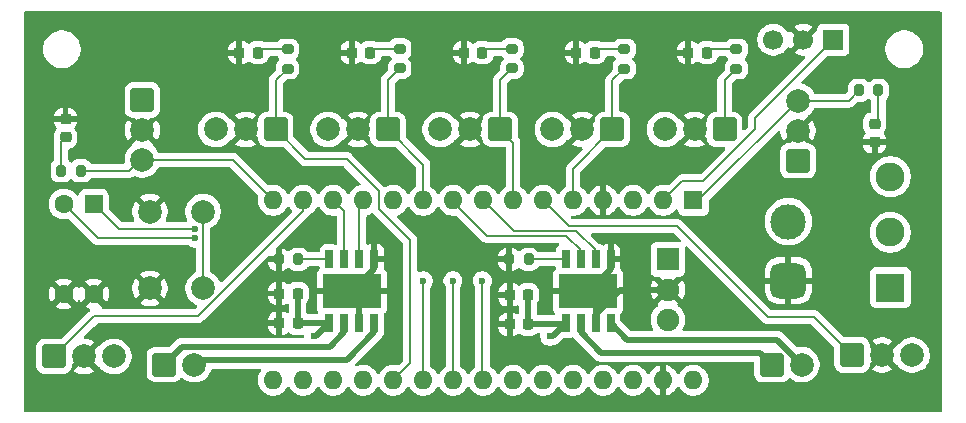
<source format=gbr>
%TF.GenerationSoftware,KiCad,Pcbnew,9.0.2*%
%TF.CreationDate,2025-10-02T15:08:32-04:00*%
%TF.ProjectId,Slippi,536c6970-7069-42e6-9b69-6361645f7063,rev?*%
%TF.SameCoordinates,Original*%
%TF.FileFunction,Copper,L1,Top*%
%TF.FilePolarity,Positive*%
%FSLAX46Y46*%
G04 Gerber Fmt 4.6, Leading zero omitted, Abs format (unit mm)*
G04 Created by KiCad (PCBNEW 9.0.2) date 2025-10-02 15:08:32*
%MOMM*%
%LPD*%
G01*
G04 APERTURE LIST*
G04 Aperture macros list*
%AMRoundRect*
0 Rectangle with rounded corners*
0 $1 Rounding radius*
0 $2 $3 $4 $5 $6 $7 $8 $9 X,Y pos of 4 corners*
0 Add a 4 corners polygon primitive as box body*
4,1,4,$2,$3,$4,$5,$6,$7,$8,$9,$2,$3,0*
0 Add four circle primitives for the rounded corners*
1,1,$1+$1,$2,$3*
1,1,$1+$1,$4,$5*
1,1,$1+$1,$6,$7*
1,1,$1+$1,$8,$9*
0 Add four rect primitives between the rounded corners*
20,1,$1+$1,$2,$3,$4,$5,0*
20,1,$1+$1,$4,$5,$6,$7,0*
20,1,$1+$1,$6,$7,$8,$9,0*
20,1,$1+$1,$8,$9,$2,$3,0*%
G04 Aperture macros list end*
%TA.AperFunction,SMDPad,CuDef*%
%ADD10RoundRect,0.200000X0.275000X-0.200000X0.275000X0.200000X-0.275000X0.200000X-0.275000X-0.200000X0*%
%TD*%
%TA.AperFunction,ComponentPad*%
%ADD11RoundRect,0.250000X0.750000X-0.750000X0.750000X0.750000X-0.750000X0.750000X-0.750000X-0.750000X0*%
%TD*%
%TA.AperFunction,ComponentPad*%
%ADD12C,2.000000*%
%TD*%
%TA.AperFunction,SMDPad,CuDef*%
%ADD13RoundRect,0.200000X-0.200000X-0.275000X0.200000X-0.275000X0.200000X0.275000X-0.200000X0.275000X0*%
%TD*%
%TA.AperFunction,ComponentPad*%
%ADD14RoundRect,0.250000X0.750000X0.750000X-0.750000X0.750000X-0.750000X-0.750000X0.750000X-0.750000X0*%
%TD*%
%TA.AperFunction,ComponentPad*%
%ADD15RoundRect,0.250000X-0.750000X-0.750000X0.750000X-0.750000X0.750000X0.750000X-0.750000X0.750000X0*%
%TD*%
%TA.AperFunction,SMDPad,CuDef*%
%ADD16RoundRect,0.218750X-0.218750X-0.256250X0.218750X-0.256250X0.218750X0.256250X-0.218750X0.256250X0*%
%TD*%
%TA.AperFunction,ComponentPad*%
%ADD17R,1.600000X1.600000*%
%TD*%
%TA.AperFunction,ComponentPad*%
%ADD18O,1.600000X1.600000*%
%TD*%
%TA.AperFunction,SMDPad,CuDef*%
%ADD19RoundRect,0.225000X0.225000X0.250000X-0.225000X0.250000X-0.225000X-0.250000X0.225000X-0.250000X0*%
%TD*%
%TA.AperFunction,ComponentPad*%
%ADD20RoundRect,0.250000X-0.550000X0.550000X-0.550000X-0.550000X0.550000X-0.550000X0.550000X0.550000X0*%
%TD*%
%TA.AperFunction,ComponentPad*%
%ADD21C,1.600000*%
%TD*%
%TA.AperFunction,SMDPad,CuDef*%
%ADD22RoundRect,0.218750X0.256250X-0.218750X0.256250X0.218750X-0.256250X0.218750X-0.256250X-0.218750X0*%
%TD*%
%TA.AperFunction,SMDPad,CuDef*%
%ADD23RoundRect,0.015000X-0.285000X0.760000X-0.285000X-0.760000X0.285000X-0.760000X0.285000X0.760000X0*%
%TD*%
%TA.AperFunction,SMDPad,CuDef*%
%ADD24R,4.900000X2.950000*%
%TD*%
%TA.AperFunction,ComponentPad*%
%ADD25RoundRect,0.250000X-0.750000X0.750000X-0.750000X-0.750000X0.750000X-0.750000X0.750000X0.750000X0*%
%TD*%
%TA.AperFunction,ComponentPad*%
%ADD26R,1.700000X1.700000*%
%TD*%
%TA.AperFunction,ComponentPad*%
%ADD27C,1.700000*%
%TD*%
%TA.AperFunction,ComponentPad*%
%ADD28RoundRect,0.750000X0.750000X-0.750000X0.750000X0.750000X-0.750000X0.750000X-0.750000X-0.750000X0*%
%TD*%
%TA.AperFunction,ComponentPad*%
%ADD29C,3.000000*%
%TD*%
%TA.AperFunction,SMDPad,CuDef*%
%ADD30RoundRect,0.200000X0.200000X0.275000X-0.200000X0.275000X-0.200000X-0.275000X0.200000X-0.275000X0*%
%TD*%
%TA.AperFunction,SMDPad,CuDef*%
%ADD31RoundRect,0.218750X-0.256250X0.218750X-0.256250X-0.218750X0.256250X-0.218750X0.256250X0.218750X0*%
%TD*%
%TA.AperFunction,ComponentPad*%
%ADD32R,2.450000X2.450000*%
%TD*%
%TA.AperFunction,ComponentPad*%
%ADD33C,2.450000*%
%TD*%
%TA.AperFunction,ComponentPad*%
%ADD34R,1.910000X1.910000*%
%TD*%
%TA.AperFunction,ComponentPad*%
%ADD35C,1.910000*%
%TD*%
%TA.AperFunction,ViaPad*%
%ADD36C,0.600000*%
%TD*%
%TA.AperFunction,Conductor*%
%ADD37C,0.200000*%
%TD*%
%TA.AperFunction,Conductor*%
%ADD38C,0.500000*%
%TD*%
G04 APERTURE END LIST*
D10*
%TO.P,R7,1*%
%TO.N,IR2*%
X101000000Y-62325000D03*
%TO.P,R7,2*%
%TO.N,Net-(D5-A)*%
X101000000Y-60675000D03*
%TD*%
D11*
%TO.P,J5,1,Pin_1*%
%TO.N,+5V*%
X134717500Y-70145000D03*
D12*
%TO.P,J5,2,Pin_2*%
%TO.N,GND*%
X134717500Y-67605000D03*
%TO.P,J5,3,Pin_3*%
%TO.N,IR5*%
X134717500Y-65065000D03*
%TD*%
D13*
%TO.P,R2,1*%
%TO.N,GND*%
X110250000Y-78500000D03*
%TO.P,R2,2*%
%TO.N,Net-(U2-ILIM)*%
X111900000Y-78500000D03*
%TD*%
D14*
%TO.P,J6,1,Pin_1*%
%TO.N,L1*%
X90500000Y-67500000D03*
D12*
%TO.P,J6,2,Pin_2*%
%TO.N,GND*%
X87960000Y-67500000D03*
%TO.P,J6,3,Pin_3*%
%TO.N,+5V*%
X85420000Y-67500000D03*
%TD*%
%TO.P,SW3,1,1*%
%TO.N,Push*%
X84350000Y-74450000D03*
X84350000Y-80950000D03*
%TO.P,SW3,2,2*%
%TO.N,GND*%
X79850000Y-74450000D03*
X79850000Y-80950000D03*
%TD*%
D15*
%TO.P,J13,1,Pin_1*%
%TO.N,O3*%
X132500000Y-87417500D03*
D12*
%TO.P,J13,2,Pin_2*%
%TO.N,O4*%
X135040000Y-87417500D03*
%TD*%
D16*
%TO.P,D2,1,K*%
%TO.N,GND*%
X87425000Y-61000000D03*
%TO.P,D2,2,A*%
%TO.N,Net-(D2-A)*%
X89000000Y-61000000D03*
%TD*%
D15*
%TO.P,J9,1,Pin_1*%
%TO.N,SV2*%
X139300000Y-86600000D03*
D12*
%TO.P,J9,2,Pin_2*%
%TO.N,GND*%
X141840000Y-86600000D03*
%TO.P,J9,3,Pin_3*%
%TO.N,+5V*%
X144380000Y-86600000D03*
%TD*%
D17*
%TO.P,A1,1,D1/TX*%
%TO.N,IR5*%
X125850000Y-73500000D03*
D18*
%TO.P,A1,2,D0/RX*%
%TO.N,Start*%
X123310000Y-73500000D03*
%TO.P,A1,3,~{RESET}*%
%TO.N,unconnected-(A1-~{RESET}-Pad3)*%
X120770000Y-73500000D03*
%TO.P,A1,4,GND*%
%TO.N,GND*%
X118230000Y-73500000D03*
%TO.P,A1,5,D2*%
%TO.N,IR4*%
X115690000Y-73500000D03*
%TO.P,A1,6,D3*%
%TO.N,SV2*%
X113150000Y-73500000D03*
%TO.P,A1,7,D4*%
%TO.N,IR3*%
X110610000Y-73500000D03*
%TO.P,A1,8,D5*%
%TO.N,S4*%
X108070000Y-73500000D03*
%TO.P,A1,9,D6*%
%TO.N,S3*%
X105530000Y-73500000D03*
%TO.P,A1,10,D7*%
%TO.N,IR2*%
X102990000Y-73500000D03*
%TO.P,A1,11,D8*%
%TO.N,Push*%
X100450000Y-73500000D03*
%TO.P,A1,12,D9*%
%TO.N,S2*%
X97910000Y-73500000D03*
%TO.P,A1,13,D10*%
%TO.N,S1*%
X95370000Y-73500000D03*
%TO.P,A1,14,D11*%
%TO.N,SV1*%
X92830000Y-73500000D03*
%TO.P,A1,15,D12*%
%TO.N,IR1*%
X90290000Y-73500000D03*
%TO.P,A1,16,D13*%
%TO.N,unconnected-(A1-D13-Pad16)*%
X90290000Y-88740000D03*
%TO.P,A1,17,3V3*%
%TO.N,unconnected-(A1-3V3-Pad17)*%
X92830000Y-88740000D03*
%TO.P,A1,18,AREF*%
%TO.N,unconnected-(A1-AREF-Pad18)*%
X95370000Y-88740000D03*
%TO.P,A1,19,A0*%
%TO.N,unconnected-(A1-A0-Pad19)*%
X97910000Y-88740000D03*
%TO.P,A1,20,A1*%
%TO.N,L1*%
X100450000Y-88740000D03*
%TO.P,A1,21,A2*%
%TO.N,SW2*%
X102990000Y-88740000D03*
%TO.P,A1,22,A3*%
%TO.N,SW1*%
X105530000Y-88740000D03*
%TO.P,A1,23,A4*%
%TO.N,L2*%
X108070000Y-88740000D03*
%TO.P,A1,24,A5*%
%TO.N,unconnected-(A1-A5-Pad24)*%
X110610000Y-88740000D03*
%TO.P,A1,25,A6*%
%TO.N,unconnected-(A1-A6-Pad25)*%
X113150000Y-88740000D03*
%TO.P,A1,26,A7*%
%TO.N,unconnected-(A1-A7-Pad26)*%
X115690000Y-88740000D03*
%TO.P,A1,27,+5V*%
%TO.N,+5V*%
X118230000Y-88740000D03*
%TO.P,A1,28,~{RESET}*%
%TO.N,unconnected-(A1-~{RESET}-Pad28)*%
X120770000Y-88740000D03*
%TO.P,A1,29,GND*%
%TO.N,GND*%
X123310000Y-88740000D03*
%TO.P,A1,30,VIN*%
%TO.N,unconnected-(A1-VIN-Pad30)*%
X125850000Y-88740000D03*
%TD*%
D14*
%TO.P,J3,1,Pin_1*%
%TO.N,IR3*%
X109500000Y-67500000D03*
D12*
%TO.P,J3,2,Pin_2*%
%TO.N,GND*%
X106960000Y-67500000D03*
%TO.P,J3,3,Pin_3*%
%TO.N,+5V*%
X104420000Y-67500000D03*
%TD*%
D10*
%TO.P,R5,1*%
%TO.N,L2*%
X129500000Y-62350000D03*
%TO.P,R5,2*%
%TO.N,Net-(D3-A)*%
X129500000Y-60700000D03*
%TD*%
D19*
%TO.P,C3,1*%
%TO.N,+12V*%
X111850000Y-84000000D03*
%TO.P,C3,2*%
%TO.N,GND*%
X110300000Y-84000000D03*
%TD*%
D13*
%TO.P,R1,1*%
%TO.N,GND*%
X90750000Y-78500000D03*
%TO.P,R1,2*%
%TO.N,Net-(U1-ILIM)*%
X92400000Y-78500000D03*
%TD*%
D15*
%TO.P,J8,1,Pin_1*%
%TO.N,SV1*%
X71720000Y-86717500D03*
D12*
%TO.P,J8,2,Pin_2*%
%TO.N,GND*%
X74260000Y-86717500D03*
%TO.P,J8,3,Pin_3*%
%TO.N,+5V*%
X76800000Y-86717500D03*
%TD*%
D16*
%TO.P,D5,1,K*%
%TO.N,GND*%
X96925000Y-61000000D03*
%TO.P,D5,2,A*%
%TO.N,Net-(D5-A)*%
X98500000Y-61000000D03*
%TD*%
D20*
%TO.P,SW2,1*%
%TO.N,SW1*%
X75100000Y-73800000D03*
D21*
%TO.P,SW2,2*%
%TO.N,SW2*%
X72560000Y-73800000D03*
%TO.P,SW2,3*%
%TO.N,GND*%
X72560000Y-81420000D03*
%TO.P,SW2,4*%
X75100000Y-81420000D03*
%TD*%
D22*
%TO.P,D8,1,K*%
%TO.N,GND*%
X141200000Y-68587500D03*
%TO.P,D8,2,A*%
%TO.N,Net-(D8-A)*%
X141200000Y-67012500D03*
%TD*%
D23*
%TO.P,U1,1,GND*%
%TO.N,GND*%
X98850000Y-78500000D03*
%TO.P,U1,2,IN2*%
%TO.N,S2*%
X97580000Y-78500000D03*
%TO.P,U1,3,IN1*%
%TO.N,S1*%
X96310000Y-78500000D03*
%TO.P,U1,4,ILIM*%
%TO.N,Net-(U1-ILIM)*%
X95040000Y-78500000D03*
%TO.P,U1,5,VM*%
%TO.N,+12V*%
X95040000Y-83900000D03*
%TO.P,U1,6,OUT1*%
%TO.N,O1*%
X96310000Y-83900000D03*
%TO.P,U1,7,PGND*%
%TO.N,GND*%
X97580000Y-83900000D03*
%TO.P,U1,8,OUT2*%
%TO.N,O2*%
X98850000Y-83900000D03*
D24*
%TO.P,U1,9,PAD*%
%TO.N,GND*%
X96945000Y-81200000D03*
%TD*%
D25*
%TO.P,J1,1,Pin_1*%
%TO.N,+5V*%
X79200000Y-65000000D03*
D12*
%TO.P,J1,2,Pin_2*%
%TO.N,GND*%
X79200000Y-67540000D03*
%TO.P,J1,3,Pin_3*%
%TO.N,IR1*%
X79200000Y-70080000D03*
%TD*%
D19*
%TO.P,C4,1*%
%TO.N,+12V*%
X111850000Y-81500000D03*
%TO.P,C4,2*%
%TO.N,GND*%
X110300000Y-81500000D03*
%TD*%
D14*
%TO.P,J2,1,Pin_1*%
%TO.N,IR2*%
X100000000Y-67500000D03*
D12*
%TO.P,J2,2,Pin_2*%
%TO.N,GND*%
X97460000Y-67500000D03*
%TO.P,J2,3,Pin_3*%
%TO.N,+5V*%
X94920000Y-67500000D03*
%TD*%
D26*
%TO.P,J10,1,Pin_1*%
%TO.N,Start*%
X137700000Y-59900000D03*
D27*
%TO.P,J10,2,Pin_2*%
%TO.N,GND*%
X135160000Y-59900000D03*
%TO.P,J10,3,Pin_3*%
%TO.N,+5V*%
X132620000Y-59900000D03*
%TD*%
D14*
%TO.P,J7,1,Pin_1*%
%TO.N,L2*%
X128500000Y-67500000D03*
D12*
%TO.P,J7,2,Pin_2*%
%TO.N,GND*%
X125960000Y-67500000D03*
%TO.P,J7,3,Pin_3*%
%TO.N,+5V*%
X123420000Y-67500000D03*
%TD*%
D16*
%TO.P,D7,1,K*%
%TO.N,GND*%
X115925000Y-61000000D03*
%TO.P,D7,2,A*%
%TO.N,Net-(D7-A)*%
X117500000Y-61000000D03*
%TD*%
D10*
%TO.P,R4,1*%
%TO.N,L1*%
X91500000Y-62350000D03*
%TO.P,R4,2*%
%TO.N,Net-(D2-A)*%
X91500000Y-60700000D03*
%TD*%
D19*
%TO.P,C1,1*%
%TO.N,+12V*%
X92350000Y-83900000D03*
%TO.P,C1,2*%
%TO.N,GND*%
X90800000Y-83900000D03*
%TD*%
D28*
%TO.P,J11,1,Pin_1*%
%TO.N,GND*%
X133900000Y-80300000D03*
D29*
%TO.P,J11,2,Pin_2*%
%TO.N,Net-(J11-Pin_2)*%
X133900000Y-75300000D03*
%TD*%
D23*
%TO.P,U2,1,GND*%
%TO.N,GND*%
X118850000Y-78500000D03*
%TO.P,U2,2,IN2*%
%TO.N,S4*%
X117580000Y-78500000D03*
%TO.P,U2,3,IN1*%
%TO.N,S3*%
X116310000Y-78500000D03*
%TO.P,U2,4,ILIM*%
%TO.N,Net-(U2-ILIM)*%
X115040000Y-78500000D03*
%TO.P,U2,5,VM*%
%TO.N,+12V*%
X115040000Y-83900000D03*
%TO.P,U2,6,OUT1*%
%TO.N,O3*%
X116310000Y-83900000D03*
%TO.P,U2,7,PGND*%
%TO.N,GND*%
X117580000Y-83900000D03*
%TO.P,U2,8,OUT2*%
%TO.N,O4*%
X118850000Y-83900000D03*
D24*
%TO.P,U2,9,PAD*%
%TO.N,GND*%
X116945000Y-81200000D03*
%TD*%
D10*
%TO.P,R9,1*%
%TO.N,IR4*%
X120000000Y-62350000D03*
%TO.P,R9,2*%
%TO.N,Net-(D7-A)*%
X120000000Y-60700000D03*
%TD*%
D30*
%TO.P,R6,1*%
%TO.N,IR1*%
X74000000Y-71000000D03*
%TO.P,R6,2*%
%TO.N,Net-(D4-A)*%
X72350000Y-71000000D03*
%TD*%
D16*
%TO.P,D6,1,K*%
%TO.N,GND*%
X106425000Y-61000000D03*
%TO.P,D6,2,A*%
%TO.N,Net-(D6-A)*%
X108000000Y-61000000D03*
%TD*%
D19*
%TO.P,C2,1*%
%TO.N,+12V*%
X92350000Y-81390000D03*
%TO.P,C2,2*%
%TO.N,GND*%
X90800000Y-81390000D03*
%TD*%
D31*
%TO.P,D4,1,K*%
%TO.N,GND*%
X72700000Y-66600000D03*
%TO.P,D4,2,A*%
%TO.N,Net-(D4-A)*%
X72700000Y-68175000D03*
%TD*%
D32*
%TO.P,SW1,1,A*%
%TO.N,+12V*%
X142544724Y-80900000D03*
D33*
%TO.P,SW1,2,B*%
%TO.N,Net-(J11-Pin_2)*%
X142544724Y-76200000D03*
%TO.P,SW1,3,C*%
%TO.N,unconnected-(SW1-C-Pad3)*%
X142544724Y-71500000D03*
%TD*%
D15*
%TO.P,J12,1,Pin_1*%
%TO.N,O1*%
X81060000Y-87400000D03*
D12*
%TO.P,J12,2,Pin_2*%
%TO.N,O2*%
X83600000Y-87400000D03*
%TD*%
D10*
%TO.P,R8,1*%
%TO.N,IR3*%
X110500000Y-62325000D03*
%TO.P,R8,2*%
%TO.N,Net-(D6-A)*%
X110500000Y-60675000D03*
%TD*%
D13*
%TO.P,R10,1*%
%TO.N,IR5*%
X139875000Y-64187500D03*
%TO.P,R10,2*%
%TO.N,Net-(D8-A)*%
X141525000Y-64187500D03*
%TD*%
D16*
%TO.P,D3,1,K*%
%TO.N,GND*%
X125425000Y-61000000D03*
%TO.P,D3,2,A*%
%TO.N,Net-(D3-A)*%
X127000000Y-61000000D03*
%TD*%
D14*
%TO.P,J4,1,Pin_1*%
%TO.N,IR4*%
X119000000Y-67500000D03*
D12*
%TO.P,J4,2,Pin_2*%
%TO.N,GND*%
X116460000Y-67500000D03*
%TO.P,J4,3,Pin_3*%
%TO.N,+5V*%
X113920000Y-67500000D03*
%TD*%
D34*
%TO.P,U3,1,INPUT*%
%TO.N,+12V*%
X123700000Y-78500000D03*
D35*
%TO.P,U3,2,GROUND*%
%TO.N,GND*%
X123700000Y-81050000D03*
%TO.P,U3,3,OUTPUT*%
%TO.N,+5V*%
X123700000Y-83600000D03*
%TD*%
D36*
%TO.N,L2*%
X108000000Y-80300000D03*
%TO.N,+12V*%
X113700000Y-85000000D03*
X93700000Y-85000000D03*
%TO.N,SW2*%
X103000000Y-80300000D03*
X83700000Y-76700000D03*
%TO.N,SW1*%
X83700000Y-75900000D03*
X105500000Y-80300000D03*
%TD*%
D37*
%TO.N,IR3*%
X109500000Y-67500000D02*
X109500000Y-63325000D01*
X110260000Y-67720000D02*
X109540000Y-67000000D01*
X109500000Y-63325000D02*
X110500000Y-62325000D01*
X110610000Y-68610000D02*
X109500000Y-67500000D01*
X110610000Y-73500000D02*
X110610000Y-68610000D01*
%TO.N,L2*%
X128500000Y-63350000D02*
X129500000Y-62350000D01*
X129500000Y-62350000D02*
X129500000Y-62400000D01*
X108070000Y-88740000D02*
X108000000Y-88670000D01*
X128500000Y-67500000D02*
X128500000Y-63350000D01*
X108000000Y-88670000D02*
X108000000Y-80300000D01*
%TO.N,S1*%
X96310000Y-74440000D02*
X95370000Y-73500000D01*
X96310000Y-78500000D02*
X96310000Y-74440000D01*
%TO.N,SV1*%
X92830000Y-74370000D02*
X83900000Y-83300000D01*
X75137500Y-83300000D02*
X71720000Y-86717500D01*
X83900000Y-83300000D02*
X75137500Y-83300000D01*
X92830000Y-73500000D02*
X92830000Y-74370000D01*
%TO.N,IR4*%
X115690000Y-73500000D02*
X115690000Y-70810000D01*
X115690000Y-70810000D02*
X119000000Y-67500000D01*
X119000000Y-67500000D02*
X119000000Y-63350000D01*
X119000000Y-63350000D02*
X120000000Y-62350000D01*
%TO.N,IR2*%
X102990000Y-70490000D02*
X100000000Y-67500000D01*
X100000000Y-63325000D02*
X101000000Y-62325000D01*
X102990000Y-73500000D02*
X102990000Y-70490000D01*
X100000000Y-67500000D02*
X100000000Y-63325000D01*
%TO.N,SV2*%
X132200000Y-83400000D02*
X136100000Y-83400000D01*
X136100000Y-83400000D02*
X139300000Y-86600000D01*
X115348000Y-75698000D02*
X124498000Y-75698000D01*
X124498000Y-75698000D02*
X132200000Y-83400000D01*
X113150000Y-73500000D02*
X115348000Y-75698000D01*
%TO.N,S4*%
X108070000Y-73500000D02*
X110669000Y-76099000D01*
X110669000Y-76099000D02*
X115954000Y-76099000D01*
X115954000Y-76099000D02*
X117580000Y-77725000D01*
X117580000Y-77725000D02*
X117580000Y-78500000D01*
%TO.N,S3*%
X115085000Y-76500000D02*
X116310000Y-77725000D01*
X105530000Y-73680000D02*
X108350000Y-76500000D01*
X108350000Y-76500000D02*
X115085000Y-76500000D01*
X105530000Y-73500000D02*
X105530000Y-73680000D01*
X116310000Y-77725000D02*
X116310000Y-78500000D01*
D38*
%TO.N,GND*%
X118850000Y-79295000D02*
X116945000Y-81200000D01*
X119655000Y-81050000D02*
X123700000Y-81050000D01*
X97580000Y-83900000D02*
X97580000Y-81835000D01*
X97580000Y-81835000D02*
X96945000Y-81200000D01*
X117580000Y-83900000D02*
X117580000Y-83125000D01*
X117580000Y-83900000D02*
X117580000Y-81835000D01*
X117580000Y-81835000D02*
X116945000Y-81200000D01*
X98850000Y-79295000D02*
X96945000Y-81200000D01*
X118850000Y-78500000D02*
X118850000Y-79295000D01*
X117580000Y-83125000D02*
X119655000Y-81050000D01*
D37*
X141525000Y-68912500D02*
X141200000Y-68587500D01*
D38*
X98850000Y-78500000D02*
X98850000Y-79295000D01*
D37*
%TO.N,IR5*%
X138997500Y-65065000D02*
X139875000Y-64187500D01*
X126282500Y-73500000D02*
X134717500Y-65065000D01*
X125850000Y-73500000D02*
X126282500Y-73500000D01*
X134717500Y-65065000D02*
X138997500Y-65065000D01*
%TO.N,L1*%
X99200000Y-72700000D02*
X96500000Y-70000000D01*
X90500000Y-63350000D02*
X91500000Y-62350000D01*
X93000000Y-70000000D02*
X90500000Y-67500000D01*
X100450000Y-88740000D02*
X101900000Y-87290000D01*
X101900000Y-76900000D02*
X99200000Y-74200000D01*
X101900000Y-87290000D02*
X101900000Y-76900000D01*
X90500000Y-67500000D02*
X90500000Y-63350000D01*
X99200000Y-74200000D02*
X99200000Y-72700000D01*
X96500000Y-70000000D02*
X93000000Y-70000000D01*
%TO.N,Start*%
X124910000Y-71900000D02*
X126700000Y-71900000D01*
X126700000Y-71900000D02*
X131100000Y-67500000D01*
X131100000Y-67500000D02*
X131100000Y-66500000D01*
X123310000Y-73500000D02*
X124910000Y-71900000D01*
X131100000Y-66500000D02*
X137700000Y-59900000D01*
%TO.N,IR1*%
X79020000Y-70080000D02*
X78100000Y-71000000D01*
X79200000Y-70080000D02*
X86870000Y-70080000D01*
X79200000Y-70080000D02*
X79020000Y-70080000D01*
X78100000Y-71000000D02*
X74000000Y-71000000D01*
X86870000Y-70080000D02*
X90290000Y-73500000D01*
%TO.N,S2*%
X97580000Y-73830000D02*
X97910000Y-73500000D01*
X97580000Y-78500000D02*
X97580000Y-73830000D01*
D38*
%TO.N,+12V*%
X113700000Y-85000000D02*
X113940000Y-85000000D01*
X111850000Y-84000000D02*
X114940000Y-84000000D01*
X93700000Y-85000000D02*
X93940000Y-85000000D01*
X93940000Y-85000000D02*
X95040000Y-83900000D01*
X92350000Y-83900000D02*
X95040000Y-83900000D01*
X114940000Y-84000000D02*
X115040000Y-83900000D01*
X113940000Y-85000000D02*
X115040000Y-83900000D01*
X92350000Y-81390000D02*
X92350000Y-83900000D01*
X111850000Y-81500000D02*
X111850000Y-84000000D01*
D37*
%TO.N,Net-(D2-A)*%
X91500000Y-60700000D02*
X89300000Y-60700000D01*
X89300000Y-60700000D02*
X89000000Y-61000000D01*
%TO.N,Net-(D3-A)*%
X127300000Y-60700000D02*
X127000000Y-61000000D01*
X129500000Y-60700000D02*
X127300000Y-60700000D01*
%TO.N,Net-(D4-A)*%
X72350000Y-68525000D02*
X72700000Y-68175000D01*
X72350000Y-71000000D02*
X72350000Y-68525000D01*
%TO.N,Net-(D5-A)*%
X101000000Y-60675000D02*
X98825000Y-60675000D01*
X98825000Y-60675000D02*
X98500000Y-61000000D01*
%TO.N,Net-(D6-A)*%
X108325000Y-60675000D02*
X108000000Y-61000000D01*
X110500000Y-60675000D02*
X108325000Y-60675000D01*
%TO.N,Net-(D7-A)*%
X117800000Y-60700000D02*
X117500000Y-61000000D01*
X120000000Y-60700000D02*
X117800000Y-60700000D01*
%TO.N,Net-(D8-A)*%
X141525000Y-66687500D02*
X141200000Y-67012500D01*
X141525000Y-64187500D02*
X141525000Y-66687500D01*
%TO.N,Net-(U1-ILIM)*%
X92400000Y-78500000D02*
X95040000Y-78500000D01*
%TO.N,Net-(U2-ILIM)*%
X111900000Y-78500000D02*
X115040000Y-78500000D01*
%TO.N,SW2*%
X72560000Y-73800000D02*
X75460000Y-76700000D01*
X102990000Y-80310000D02*
X102990000Y-88740000D01*
X103000000Y-80300000D02*
X102990000Y-80310000D01*
X75460000Y-76700000D02*
X83700000Y-76700000D01*
%TO.N,SW1*%
X77200000Y-75900000D02*
X83700000Y-75900000D01*
X105500000Y-80300000D02*
X105530000Y-80330000D01*
X75100000Y-73800000D02*
X77200000Y-75900000D01*
X105530000Y-80330000D02*
X105530000Y-88740000D01*
D38*
%TO.N,O2*%
X84000000Y-87000000D02*
X83600000Y-87400000D01*
X98850000Y-84675000D02*
X96525000Y-87000000D01*
X98850000Y-83900000D02*
X98850000Y-84675000D01*
X96525000Y-87000000D02*
X84000000Y-87000000D01*
%TO.N,O1*%
X95085000Y-85900000D02*
X82560000Y-85900000D01*
X82560000Y-85900000D02*
X81060000Y-87400000D01*
X96310000Y-84675000D02*
X95085000Y-85900000D01*
X96310000Y-83900000D02*
X96310000Y-84675000D01*
%TO.N,O4*%
X118850000Y-83900000D02*
X120250000Y-85300000D01*
X132922500Y-85300000D02*
X135040000Y-87417500D01*
X120250000Y-85300000D02*
X132922500Y-85300000D01*
%TO.N,O3*%
X131482500Y-86400000D02*
X132500000Y-87417500D01*
X118035000Y-86400000D02*
X131482500Y-86400000D01*
X116310000Y-83900000D02*
X116310000Y-84675000D01*
X116310000Y-84675000D02*
X118035000Y-86400000D01*
D37*
%TO.N,Push*%
X84350000Y-74450000D02*
X84350000Y-80950000D01*
%TD*%
%TA.AperFunction,Conductor*%
%TO.N,GND*%
G36*
X146842539Y-57520185D02*
G01*
X146888294Y-57572989D01*
X146899500Y-57624500D01*
X146899500Y-91275500D01*
X146879815Y-91342539D01*
X146827011Y-91388294D01*
X146775500Y-91399500D01*
X69324500Y-91399500D01*
X69257461Y-91379815D01*
X69211706Y-91327011D01*
X69200500Y-91275500D01*
X69200500Y-85917483D01*
X70219500Y-85917483D01*
X70219500Y-87517501D01*
X70219501Y-87517518D01*
X70230000Y-87620296D01*
X70230001Y-87620299D01*
X70279233Y-87768868D01*
X70285186Y-87786834D01*
X70377288Y-87936156D01*
X70501344Y-88060212D01*
X70650666Y-88152314D01*
X70817203Y-88207499D01*
X70919991Y-88218000D01*
X72520008Y-88217999D01*
X72622797Y-88207499D01*
X72789334Y-88152314D01*
X72938656Y-88060212D01*
X73062712Y-87936156D01*
X73154814Y-87786834D01*
X73209999Y-87620297D01*
X73220500Y-87517509D01*
X73220499Y-87454805D01*
X73240183Y-87387769D01*
X73256818Y-87367126D01*
X73695387Y-86928557D01*
X73700889Y-86949091D01*
X73779881Y-87085908D01*
X73891592Y-87197619D01*
X74028409Y-87276611D01*
X74048940Y-87282112D01*
X73390893Y-87940158D01*
X73473828Y-88000414D01*
X73684197Y-88107602D01*
X73908752Y-88180565D01*
X73908751Y-88180565D01*
X74141948Y-88217500D01*
X74378052Y-88217500D01*
X74611247Y-88180565D01*
X74835802Y-88107602D01*
X75046163Y-88000418D01*
X75046169Y-88000414D01*
X75129104Y-87940158D01*
X75129105Y-87940158D01*
X74471058Y-87282112D01*
X74491591Y-87276611D01*
X74628408Y-87197619D01*
X74740119Y-87085908D01*
X74819111Y-86949091D01*
X74824612Y-86928558D01*
X75482657Y-87586604D01*
X75502404Y-87585050D01*
X75570781Y-87599414D01*
X75612451Y-87635782D01*
X75655483Y-87695010D01*
X75822490Y-87862017D01*
X76013567Y-88000843D01*
X76080235Y-88034812D01*
X76224003Y-88108066D01*
X76224005Y-88108066D01*
X76224008Y-88108068D01*
X76344412Y-88147189D01*
X76448631Y-88181053D01*
X76681903Y-88218000D01*
X76681908Y-88218000D01*
X76918097Y-88218000D01*
X77151368Y-88181053D01*
X77152870Y-88180565D01*
X77375992Y-88108068D01*
X77586433Y-88000843D01*
X77777510Y-87862017D01*
X77944517Y-87695010D01*
X78083343Y-87503933D01*
X78190568Y-87293492D01*
X78263553Y-87068868D01*
X78263986Y-87066132D01*
X78300500Y-86835597D01*
X78300500Y-86599402D01*
X78263553Y-86366131D01*
X78224736Y-86246666D01*
X78190568Y-86141508D01*
X78190566Y-86141505D01*
X78190566Y-86141503D01*
X78130696Y-86024003D01*
X78083343Y-85931067D01*
X77944517Y-85739990D01*
X77777510Y-85572983D01*
X77586433Y-85434157D01*
X77375996Y-85326933D01*
X77151368Y-85253946D01*
X76918097Y-85217000D01*
X76918092Y-85217000D01*
X76681908Y-85217000D01*
X76681903Y-85217000D01*
X76448631Y-85253946D01*
X76224003Y-85326933D01*
X76013566Y-85434157D01*
X75937127Y-85489694D01*
X75822490Y-85572983D01*
X75822488Y-85572985D01*
X75822487Y-85572985D01*
X75655482Y-85739990D01*
X75612451Y-85799217D01*
X75557120Y-85841882D01*
X75502405Y-85849948D01*
X75482658Y-85848393D01*
X74824612Y-86506440D01*
X74819111Y-86485909D01*
X74740119Y-86349092D01*
X74628408Y-86237381D01*
X74491591Y-86158389D01*
X74471058Y-86152887D01*
X75129105Y-85494840D01*
X75129104Y-85494838D01*
X75046174Y-85434587D01*
X74835802Y-85327397D01*
X74611247Y-85254434D01*
X74611248Y-85254434D01*
X74378052Y-85217500D01*
X74368595Y-85217500D01*
X74301556Y-85197815D01*
X74255801Y-85145011D01*
X74245857Y-85075853D01*
X74274882Y-85012297D01*
X74280893Y-85005840D01*
X75088413Y-84198322D01*
X89850001Y-84198322D01*
X89860144Y-84297607D01*
X89913452Y-84458481D01*
X89913457Y-84458492D01*
X90002424Y-84602728D01*
X90002427Y-84602732D01*
X90122267Y-84722572D01*
X90122271Y-84722575D01*
X90266507Y-84811542D01*
X90266518Y-84811547D01*
X90427393Y-84864855D01*
X90526683Y-84874999D01*
X90550000Y-84874998D01*
X90550000Y-84150000D01*
X89850001Y-84150000D01*
X89850001Y-84198322D01*
X75088413Y-84198322D01*
X75349916Y-83936819D01*
X75411239Y-83903334D01*
X75437597Y-83900500D01*
X83813331Y-83900500D01*
X83813347Y-83900501D01*
X83820943Y-83900501D01*
X83979054Y-83900501D01*
X83979057Y-83900501D01*
X84131785Y-83859577D01*
X84189798Y-83826083D01*
X84268716Y-83780520D01*
X84380520Y-83668716D01*
X84380520Y-83668714D01*
X84390723Y-83658512D01*
X84390727Y-83658506D01*
X84447556Y-83601677D01*
X89850000Y-83601677D01*
X89850000Y-83650000D01*
X90550000Y-83650000D01*
X90550000Y-82924999D01*
X90526693Y-82925000D01*
X90526674Y-82925001D01*
X90427392Y-82935144D01*
X90266518Y-82988452D01*
X90266507Y-82988457D01*
X90122271Y-83077424D01*
X90122267Y-83077427D01*
X90002427Y-83197267D01*
X90002424Y-83197271D01*
X89913457Y-83341507D01*
X89913452Y-83341518D01*
X89860144Y-83502393D01*
X89850000Y-83601677D01*
X84447556Y-83601677D01*
X86360911Y-81688322D01*
X89850001Y-81688322D01*
X89860144Y-81787607D01*
X89913452Y-81948481D01*
X89913457Y-81948492D01*
X90002424Y-82092728D01*
X90002427Y-82092732D01*
X90122267Y-82212572D01*
X90122271Y-82212575D01*
X90266507Y-82301542D01*
X90266518Y-82301547D01*
X90427393Y-82354855D01*
X90526683Y-82364999D01*
X90550000Y-82364998D01*
X90550000Y-81640000D01*
X89850001Y-81640000D01*
X89850001Y-81688322D01*
X86360911Y-81688322D01*
X86957556Y-81091677D01*
X89850000Y-81091677D01*
X89850000Y-81140000D01*
X90550000Y-81140000D01*
X90550000Y-80414999D01*
X90526693Y-80415000D01*
X90526674Y-80415001D01*
X90427392Y-80425144D01*
X90266518Y-80478452D01*
X90266507Y-80478457D01*
X90122271Y-80567424D01*
X90122267Y-80567427D01*
X90002427Y-80687267D01*
X90002424Y-80687271D01*
X89913457Y-80831507D01*
X89913452Y-80831518D01*
X89860144Y-80992393D01*
X89850000Y-81091677D01*
X86957556Y-81091677D01*
X89217651Y-78831582D01*
X89850001Y-78831582D01*
X89856408Y-78902102D01*
X89856409Y-78902107D01*
X89906981Y-79064396D01*
X89994927Y-79209877D01*
X90115122Y-79330072D01*
X90260604Y-79418019D01*
X90260603Y-79418019D01*
X90422894Y-79468590D01*
X90422893Y-79468590D01*
X90493408Y-79474998D01*
X90493426Y-79474999D01*
X90499999Y-79474998D01*
X90500000Y-79474998D01*
X90500000Y-78750000D01*
X89850001Y-78750000D01*
X89850001Y-78831582D01*
X89217651Y-78831582D01*
X89762916Y-78286317D01*
X89824237Y-78252834D01*
X89850595Y-78250000D01*
X90500000Y-78250000D01*
X90500000Y-77600596D01*
X90519685Y-77533557D01*
X90536319Y-77512915D01*
X91184860Y-76864374D01*
X93198713Y-74850521D01*
X93198716Y-74850520D01*
X93310520Y-74738716D01*
X93319185Y-74723706D01*
X93329429Y-74712970D01*
X93347345Y-74702633D01*
X93362312Y-74688359D01*
X93362618Y-74688201D01*
X93511610Y-74612287D01*
X93580044Y-74562567D01*
X93677213Y-74491971D01*
X93677215Y-74491968D01*
X93677219Y-74491966D01*
X93821966Y-74347219D01*
X93821968Y-74347215D01*
X93821971Y-74347213D01*
X93942284Y-74181614D01*
X93942286Y-74181611D01*
X93942287Y-74181610D01*
X93989516Y-74088917D01*
X94037489Y-74038123D01*
X94105310Y-74021328D01*
X94171445Y-74043865D01*
X94210485Y-74088919D01*
X94257715Y-74181614D01*
X94378028Y-74347213D01*
X94522786Y-74491971D01*
X94659011Y-74590942D01*
X94688390Y-74612287D01*
X94777212Y-74657544D01*
X94870776Y-74705218D01*
X94870778Y-74705218D01*
X94870781Y-74705220D01*
X94973871Y-74738716D01*
X95065465Y-74768477D01*
X95121828Y-74777404D01*
X95267648Y-74800500D01*
X95267649Y-74800500D01*
X95472351Y-74800500D01*
X95472352Y-74800500D01*
X95566102Y-74785651D01*
X95635395Y-74794605D01*
X95688847Y-74839601D01*
X95709487Y-74906353D01*
X95709500Y-74908124D01*
X95709500Y-77155298D01*
X95689815Y-77222337D01*
X95637011Y-77268092D01*
X95567853Y-77278036D01*
X95540011Y-77270653D01*
X95448200Y-77234448D01*
X95448199Y-77234447D01*
X95365363Y-77224500D01*
X95365362Y-77224500D01*
X94714638Y-77224500D01*
X94714637Y-77224500D01*
X94631800Y-77234447D01*
X94631795Y-77234449D01*
X94499976Y-77286432D01*
X94499973Y-77286434D01*
X94387058Y-77372058D01*
X94301435Y-77484970D01*
X94301432Y-77484976D01*
X94249449Y-77616795D01*
X94249447Y-77616800D01*
X94239500Y-77699637D01*
X94239500Y-77775500D01*
X94219815Y-77842539D01*
X94167011Y-77888294D01*
X94115500Y-77899500D01*
X93291715Y-77899500D01*
X93224676Y-77879815D01*
X93185598Y-77839650D01*
X93184258Y-77837433D01*
X93155472Y-77789815D01*
X93155470Y-77789813D01*
X93155469Y-77789811D01*
X93035188Y-77669530D01*
X92889606Y-77581522D01*
X92862222Y-77572989D01*
X92727196Y-77530914D01*
X92727194Y-77530913D01*
X92727192Y-77530913D01*
X92677778Y-77526423D01*
X92656616Y-77524500D01*
X92143384Y-77524500D01*
X92124145Y-77526248D01*
X92072807Y-77530913D01*
X91910393Y-77581522D01*
X91764811Y-77669530D01*
X91764810Y-77669531D01*
X91662327Y-77772015D01*
X91601004Y-77805500D01*
X91531312Y-77800516D01*
X91486965Y-77772015D01*
X91384877Y-77669927D01*
X91239395Y-77581980D01*
X91239396Y-77581980D01*
X91077105Y-77531409D01*
X91077106Y-77531409D01*
X91006572Y-77525000D01*
X91000000Y-77525000D01*
X91000000Y-79474999D01*
X91006581Y-79474999D01*
X91077102Y-79468591D01*
X91077107Y-79468590D01*
X91239396Y-79418018D01*
X91384877Y-79330072D01*
X91384878Y-79330071D01*
X91486963Y-79227985D01*
X91548286Y-79194499D01*
X91617977Y-79199483D01*
X91662326Y-79227984D01*
X91764811Y-79330469D01*
X91764813Y-79330470D01*
X91764815Y-79330472D01*
X91910394Y-79418478D01*
X92072804Y-79469086D01*
X92143384Y-79475500D01*
X92143387Y-79475500D01*
X92656613Y-79475500D01*
X92656616Y-79475500D01*
X92727196Y-79469086D01*
X92889606Y-79418478D01*
X93035185Y-79330472D01*
X93155472Y-79210185D01*
X93185598Y-79160349D01*
X93237126Y-79113162D01*
X93291715Y-79100500D01*
X94115500Y-79100500D01*
X94124185Y-79103050D01*
X94133147Y-79101762D01*
X94157187Y-79112740D01*
X94182539Y-79120185D01*
X94188466Y-79127025D01*
X94196703Y-79130787D01*
X94210992Y-79153021D01*
X94228294Y-79172989D01*
X94230581Y-79183503D01*
X94234477Y-79189565D01*
X94239500Y-79224500D01*
X94239500Y-79229616D01*
X94219815Y-79296655D01*
X94189812Y-79328882D01*
X94137814Y-79367807D01*
X94137808Y-79367814D01*
X94051649Y-79482906D01*
X94051645Y-79482913D01*
X94001403Y-79617620D01*
X94001401Y-79617627D01*
X93995000Y-79677155D01*
X93995000Y-80950000D01*
X99895000Y-80950000D01*
X99895000Y-79677172D01*
X99894999Y-79677155D01*
X99888598Y-79617627D01*
X99888596Y-79617620D01*
X99838354Y-79482913D01*
X99838352Y-79482911D01*
X99752190Y-79367813D01*
X99752185Y-79367808D01*
X99699688Y-79328508D01*
X99657817Y-79272574D01*
X99649999Y-79229242D01*
X99649999Y-78750000D01*
X98974000Y-78750000D01*
X98906961Y-78730315D01*
X98861206Y-78677511D01*
X98850000Y-78626000D01*
X98850000Y-78500000D01*
X98724000Y-78500000D01*
X98656961Y-78480315D01*
X98611206Y-78427511D01*
X98600000Y-78376000D01*
X98600000Y-78250000D01*
X99100000Y-78250000D01*
X99649999Y-78250000D01*
X99649999Y-77699688D01*
X99640061Y-77616921D01*
X99588125Y-77485219D01*
X99588124Y-77485217D01*
X99502584Y-77372415D01*
X99389782Y-77286875D01*
X99389780Y-77286874D01*
X99258081Y-77234939D01*
X99258077Y-77234938D01*
X99175319Y-77225000D01*
X99100000Y-77225000D01*
X99100000Y-78250000D01*
X98600000Y-78250000D01*
X98600000Y-77225000D01*
X98599999Y-77224999D01*
X98524687Y-77225000D01*
X98441919Y-77234939D01*
X98349988Y-77271191D01*
X98280402Y-77277472D01*
X98218466Y-77245134D01*
X98183845Y-77184445D01*
X98180500Y-77155836D01*
X98180500Y-74869626D01*
X98200185Y-74802587D01*
X98252989Y-74756832D01*
X98266173Y-74751698D01*
X98409219Y-74705220D01*
X98591610Y-74612287D01*
X98605225Y-74602394D01*
X98637320Y-74590942D01*
X98669266Y-74579027D01*
X98670164Y-74579222D01*
X98671031Y-74578913D01*
X98704231Y-74586632D01*
X98737539Y-74593878D01*
X98738506Y-74594602D01*
X98739085Y-74594737D01*
X98765789Y-74615025D01*
X98831284Y-74680520D01*
X98831286Y-74680521D01*
X98838356Y-74687591D01*
X101263181Y-77112416D01*
X101296666Y-77173739D01*
X101299500Y-77200097D01*
X101299500Y-86989901D01*
X101279815Y-87056940D01*
X101263181Y-87077582D01*
X100894841Y-87445921D01*
X100833518Y-87479406D01*
X100768845Y-87476172D01*
X100754535Y-87471523D01*
X100649008Y-87454809D01*
X100552352Y-87439500D01*
X100347648Y-87439500D01*
X100323329Y-87443351D01*
X100145465Y-87471522D01*
X99950776Y-87534781D01*
X99768386Y-87627715D01*
X99602786Y-87748028D01*
X99458028Y-87892786D01*
X99337715Y-88058386D01*
X99290485Y-88151080D01*
X99242510Y-88201876D01*
X99174689Y-88218671D01*
X99108554Y-88196134D01*
X99069515Y-88151080D01*
X99047598Y-88108066D01*
X99022287Y-88058390D01*
X98980477Y-88000843D01*
X98901971Y-87892786D01*
X98757213Y-87748028D01*
X98591613Y-87627715D01*
X98591612Y-87627714D01*
X98591610Y-87627713D01*
X98534653Y-87598691D01*
X98409223Y-87534781D01*
X98214534Y-87471522D01*
X98039995Y-87443878D01*
X98012352Y-87439500D01*
X97807648Y-87439500D01*
X97783329Y-87443351D01*
X97605465Y-87471522D01*
X97410773Y-87534782D01*
X97376017Y-87552492D01*
X97307347Y-87565388D01*
X97242607Y-87539111D01*
X97202351Y-87482004D01*
X97199359Y-87412198D01*
X97232042Y-87354326D01*
X99432949Y-85153418D01*
X99432951Y-85153416D01*
X99432952Y-85153415D01*
X99481279Y-85081088D01*
X99515084Y-85030495D01*
X99528925Y-84997077D01*
X99532815Y-84990270D01*
X99535427Y-84987756D01*
X99541679Y-84976856D01*
X99542708Y-84975500D01*
X99588566Y-84915027D01*
X99640552Y-84783200D01*
X99650500Y-84700362D01*
X99650500Y-83170382D01*
X99670185Y-83103343D01*
X99700190Y-83071115D01*
X99752187Y-83032190D01*
X99752190Y-83032186D01*
X99838352Y-82917088D01*
X99838354Y-82917086D01*
X99888596Y-82782379D01*
X99888598Y-82782372D01*
X99894999Y-82722844D01*
X99895000Y-82722827D01*
X99895000Y-81450000D01*
X93995000Y-81450000D01*
X93995000Y-82722844D01*
X94001401Y-82782372D01*
X94001403Y-82782379D01*
X94051645Y-82917086D01*
X94051647Y-82917089D01*
X94077174Y-82951189D01*
X94101591Y-83016654D01*
X94086739Y-83084927D01*
X94037334Y-83134332D01*
X93977907Y-83149500D01*
X93224500Y-83149500D01*
X93157461Y-83129815D01*
X93111706Y-83077011D01*
X93100500Y-83025500D01*
X93100500Y-82191874D01*
X93120185Y-82124835D01*
X93136819Y-82104193D01*
X93139666Y-82101346D01*
X93147968Y-82093044D01*
X93237003Y-81948697D01*
X93290349Y-81787708D01*
X93300500Y-81688345D01*
X93300499Y-81091656D01*
X93298092Y-81068097D01*
X93290349Y-80992292D01*
X93290348Y-80992289D01*
X93276335Y-80950000D01*
X93237003Y-80831303D01*
X93236999Y-80831297D01*
X93236998Y-80831294D01*
X93147970Y-80686959D01*
X93147967Y-80686955D01*
X93028044Y-80567032D01*
X93028040Y-80567029D01*
X92883705Y-80478001D01*
X92883699Y-80477998D01*
X92883697Y-80477997D01*
X92883694Y-80477996D01*
X92722709Y-80424651D01*
X92623346Y-80414500D01*
X92076662Y-80414500D01*
X92076644Y-80414501D01*
X91977292Y-80424650D01*
X91977289Y-80424651D01*
X91816305Y-80477996D01*
X91816294Y-80478001D01*
X91671959Y-80567029D01*
X91671953Y-80567033D01*
X91662324Y-80576663D01*
X91601000Y-80610146D01*
X91531308Y-80605159D01*
X91486965Y-80576660D01*
X91477732Y-80567427D01*
X91477728Y-80567424D01*
X91333492Y-80478457D01*
X91333481Y-80478452D01*
X91172606Y-80425144D01*
X91073322Y-80415000D01*
X91050000Y-80415000D01*
X91050000Y-82364999D01*
X91073308Y-82364999D01*
X91073322Y-82364998D01*
X91172607Y-82354855D01*
X91333481Y-82301547D01*
X91333488Y-82301544D01*
X91410402Y-82254102D01*
X91477794Y-82235661D01*
X91544458Y-82256583D01*
X91589228Y-82310224D01*
X91599500Y-82359640D01*
X91599500Y-82930359D01*
X91579815Y-82997398D01*
X91527011Y-83043153D01*
X91457853Y-83053097D01*
X91410403Y-83035897D01*
X91333492Y-82988457D01*
X91333481Y-82988452D01*
X91172606Y-82935144D01*
X91073322Y-82925000D01*
X91050000Y-82925000D01*
X91050000Y-84874999D01*
X91073308Y-84874999D01*
X91073322Y-84874998D01*
X91172607Y-84864855D01*
X91333481Y-84811547D01*
X91333492Y-84811542D01*
X91477731Y-84722573D01*
X91486959Y-84713345D01*
X91548279Y-84679856D01*
X91617971Y-84684835D01*
X91662327Y-84713339D01*
X91671955Y-84722967D01*
X91671959Y-84722970D01*
X91816294Y-84811998D01*
X91816297Y-84811999D01*
X91816303Y-84812003D01*
X91977292Y-84865349D01*
X92076655Y-84875500D01*
X92623344Y-84875499D01*
X92623352Y-84875498D01*
X92623355Y-84875498D01*
X92677760Y-84869940D01*
X92722708Y-84865349D01*
X92733494Y-84861774D01*
X92736494Y-84860781D01*
X92806322Y-84858378D01*
X92866365Y-84894108D01*
X92897558Y-84956628D01*
X92899500Y-84978486D01*
X92899500Y-85025500D01*
X92879815Y-85092539D01*
X92827011Y-85138294D01*
X92775500Y-85149500D01*
X82486080Y-85149500D01*
X82341092Y-85178340D01*
X82341082Y-85178343D01*
X82204511Y-85234912D01*
X82204498Y-85234919D01*
X82081584Y-85317048D01*
X82081580Y-85317051D01*
X81535450Y-85863181D01*
X81474127Y-85896666D01*
X81447769Y-85899500D01*
X80259998Y-85899500D01*
X80259981Y-85899501D01*
X80157203Y-85910000D01*
X80157200Y-85910001D01*
X79990668Y-85965185D01*
X79990663Y-85965187D01*
X79841342Y-86057289D01*
X79717289Y-86181342D01*
X79625187Y-86330663D01*
X79625186Y-86330666D01*
X79570001Y-86497203D01*
X79570001Y-86497204D01*
X79570000Y-86497204D01*
X79559500Y-86599983D01*
X79559500Y-88200001D01*
X79559501Y-88200018D01*
X79570000Y-88302796D01*
X79570001Y-88302799D01*
X79600558Y-88395012D01*
X79625186Y-88469334D01*
X79717288Y-88618656D01*
X79841344Y-88742712D01*
X79990666Y-88834814D01*
X80157203Y-88889999D01*
X80259991Y-88900500D01*
X81860008Y-88900499D01*
X81962797Y-88889999D01*
X82129334Y-88834814D01*
X82278656Y-88742712D01*
X82402712Y-88618656D01*
X82432512Y-88570341D01*
X82484458Y-88523618D01*
X82553420Y-88512395D01*
X82617503Y-88540238D01*
X82618758Y-88541385D01*
X82618786Y-88541353D01*
X82622481Y-88544508D01*
X82622490Y-88544517D01*
X82813567Y-88683343D01*
X82847911Y-88700842D01*
X83024003Y-88790566D01*
X83024005Y-88790566D01*
X83024008Y-88790568D01*
X83144412Y-88829689D01*
X83248631Y-88863553D01*
X83481903Y-88900500D01*
X83481908Y-88900500D01*
X83718097Y-88900500D01*
X83951368Y-88863553D01*
X83985964Y-88852312D01*
X84175992Y-88790568D01*
X84386433Y-88683343D01*
X84577510Y-88544517D01*
X84744517Y-88377510D01*
X84883343Y-88186433D01*
X84990568Y-87975992D01*
X85035995Y-87836181D01*
X85075433Y-87778506D01*
X85139791Y-87751308D01*
X85153926Y-87750500D01*
X89158043Y-87750500D01*
X89225082Y-87770185D01*
X89270837Y-87822989D01*
X89280781Y-87892147D01*
X89258362Y-87947385D01*
X89177712Y-88058390D01*
X89084781Y-88240776D01*
X89021522Y-88435465D01*
X88989500Y-88637648D01*
X88989500Y-88842351D01*
X89021522Y-89044534D01*
X89084781Y-89239223D01*
X89177715Y-89421613D01*
X89298028Y-89587213D01*
X89442786Y-89731971D01*
X89597749Y-89844556D01*
X89608390Y-89852287D01*
X89724607Y-89911503D01*
X89790776Y-89945218D01*
X89790778Y-89945218D01*
X89790781Y-89945220D01*
X89895137Y-89979127D01*
X89985465Y-90008477D01*
X90086557Y-90024488D01*
X90187648Y-90040500D01*
X90187649Y-90040500D01*
X90392351Y-90040500D01*
X90392352Y-90040500D01*
X90594534Y-90008477D01*
X90789219Y-89945220D01*
X90971610Y-89852287D01*
X91064590Y-89784732D01*
X91137213Y-89731971D01*
X91137215Y-89731968D01*
X91137219Y-89731966D01*
X91281966Y-89587219D01*
X91281968Y-89587215D01*
X91281971Y-89587213D01*
X91402284Y-89421614D01*
X91402286Y-89421611D01*
X91402287Y-89421610D01*
X91449516Y-89328917D01*
X91497489Y-89278123D01*
X91565310Y-89261328D01*
X91631445Y-89283865D01*
X91670485Y-89328919D01*
X91717715Y-89421614D01*
X91838028Y-89587213D01*
X91982786Y-89731971D01*
X92137749Y-89844556D01*
X92148390Y-89852287D01*
X92264607Y-89911503D01*
X92330776Y-89945218D01*
X92330778Y-89945218D01*
X92330781Y-89945220D01*
X92435137Y-89979127D01*
X92525465Y-90008477D01*
X92626557Y-90024488D01*
X92727648Y-90040500D01*
X92727649Y-90040500D01*
X92932351Y-90040500D01*
X92932352Y-90040500D01*
X93134534Y-90008477D01*
X93329219Y-89945220D01*
X93511610Y-89852287D01*
X93604590Y-89784732D01*
X93677213Y-89731971D01*
X93677215Y-89731968D01*
X93677219Y-89731966D01*
X93821966Y-89587219D01*
X93821968Y-89587215D01*
X93821971Y-89587213D01*
X93942284Y-89421614D01*
X93942286Y-89421611D01*
X93942287Y-89421610D01*
X93989516Y-89328917D01*
X94037489Y-89278123D01*
X94105310Y-89261328D01*
X94171445Y-89283865D01*
X94210485Y-89328919D01*
X94257715Y-89421614D01*
X94378028Y-89587213D01*
X94522786Y-89731971D01*
X94677749Y-89844556D01*
X94688390Y-89852287D01*
X94804607Y-89911503D01*
X94870776Y-89945218D01*
X94870778Y-89945218D01*
X94870781Y-89945220D01*
X94975137Y-89979127D01*
X95065465Y-90008477D01*
X95166557Y-90024488D01*
X95267648Y-90040500D01*
X95267649Y-90040500D01*
X95472351Y-90040500D01*
X95472352Y-90040500D01*
X95674534Y-90008477D01*
X95869219Y-89945220D01*
X96051610Y-89852287D01*
X96144590Y-89784732D01*
X96217213Y-89731971D01*
X96217215Y-89731968D01*
X96217219Y-89731966D01*
X96361966Y-89587219D01*
X96361968Y-89587215D01*
X96361971Y-89587213D01*
X96482284Y-89421614D01*
X96482286Y-89421611D01*
X96482287Y-89421610D01*
X96529516Y-89328917D01*
X96577489Y-89278123D01*
X96645310Y-89261328D01*
X96711445Y-89283865D01*
X96750485Y-89328919D01*
X96797715Y-89421614D01*
X96918028Y-89587213D01*
X97062786Y-89731971D01*
X97217749Y-89844556D01*
X97228390Y-89852287D01*
X97344607Y-89911503D01*
X97410776Y-89945218D01*
X97410778Y-89945218D01*
X97410781Y-89945220D01*
X97515137Y-89979127D01*
X97605465Y-90008477D01*
X97706557Y-90024488D01*
X97807648Y-90040500D01*
X97807649Y-90040500D01*
X98012351Y-90040500D01*
X98012352Y-90040500D01*
X98214534Y-90008477D01*
X98409219Y-89945220D01*
X98591610Y-89852287D01*
X98684590Y-89784732D01*
X98757213Y-89731971D01*
X98757215Y-89731968D01*
X98757219Y-89731966D01*
X98901966Y-89587219D01*
X98901968Y-89587215D01*
X98901971Y-89587213D01*
X99022284Y-89421614D01*
X99022286Y-89421611D01*
X99022287Y-89421610D01*
X99069516Y-89328917D01*
X99117489Y-89278123D01*
X99185310Y-89261328D01*
X99251445Y-89283865D01*
X99290485Y-89328919D01*
X99337715Y-89421614D01*
X99458028Y-89587213D01*
X99602786Y-89731971D01*
X99757749Y-89844556D01*
X99768390Y-89852287D01*
X99884607Y-89911503D01*
X99950776Y-89945218D01*
X99950778Y-89945218D01*
X99950781Y-89945220D01*
X100055137Y-89979127D01*
X100145465Y-90008477D01*
X100246557Y-90024488D01*
X100347648Y-90040500D01*
X100347649Y-90040500D01*
X100552351Y-90040500D01*
X100552352Y-90040500D01*
X100754534Y-90008477D01*
X100949219Y-89945220D01*
X101131610Y-89852287D01*
X101224590Y-89784732D01*
X101297213Y-89731971D01*
X101297215Y-89731968D01*
X101297219Y-89731966D01*
X101441966Y-89587219D01*
X101441968Y-89587215D01*
X101441971Y-89587213D01*
X101562284Y-89421614D01*
X101562286Y-89421611D01*
X101562287Y-89421610D01*
X101609516Y-89328917D01*
X101657489Y-89278123D01*
X101725310Y-89261328D01*
X101791445Y-89283865D01*
X101830485Y-89328919D01*
X101877715Y-89421614D01*
X101998028Y-89587213D01*
X102142786Y-89731971D01*
X102297749Y-89844556D01*
X102308390Y-89852287D01*
X102424607Y-89911503D01*
X102490776Y-89945218D01*
X102490778Y-89945218D01*
X102490781Y-89945220D01*
X102595137Y-89979127D01*
X102685465Y-90008477D01*
X102786557Y-90024488D01*
X102887648Y-90040500D01*
X102887649Y-90040500D01*
X103092351Y-90040500D01*
X103092352Y-90040500D01*
X103294534Y-90008477D01*
X103489219Y-89945220D01*
X103671610Y-89852287D01*
X103764590Y-89784732D01*
X103837213Y-89731971D01*
X103837215Y-89731968D01*
X103837219Y-89731966D01*
X103981966Y-89587219D01*
X103981968Y-89587215D01*
X103981971Y-89587213D01*
X104102284Y-89421614D01*
X104102286Y-89421611D01*
X104102287Y-89421610D01*
X104149516Y-89328917D01*
X104197489Y-89278123D01*
X104265310Y-89261328D01*
X104331445Y-89283865D01*
X104370485Y-89328919D01*
X104417715Y-89421614D01*
X104538028Y-89587213D01*
X104682786Y-89731971D01*
X104837749Y-89844556D01*
X104848390Y-89852287D01*
X104964607Y-89911503D01*
X105030776Y-89945218D01*
X105030778Y-89945218D01*
X105030781Y-89945220D01*
X105135137Y-89979127D01*
X105225465Y-90008477D01*
X105326557Y-90024488D01*
X105427648Y-90040500D01*
X105427649Y-90040500D01*
X105632351Y-90040500D01*
X105632352Y-90040500D01*
X105834534Y-90008477D01*
X106029219Y-89945220D01*
X106211610Y-89852287D01*
X106304590Y-89784732D01*
X106377213Y-89731971D01*
X106377215Y-89731968D01*
X106377219Y-89731966D01*
X106521966Y-89587219D01*
X106521968Y-89587215D01*
X106521971Y-89587213D01*
X106642284Y-89421614D01*
X106642286Y-89421611D01*
X106642287Y-89421610D01*
X106689516Y-89328917D01*
X106737489Y-89278123D01*
X106805310Y-89261328D01*
X106871445Y-89283865D01*
X106910485Y-89328919D01*
X106957715Y-89421614D01*
X107078028Y-89587213D01*
X107222786Y-89731971D01*
X107377749Y-89844556D01*
X107388390Y-89852287D01*
X107504607Y-89911503D01*
X107570776Y-89945218D01*
X107570778Y-89945218D01*
X107570781Y-89945220D01*
X107675137Y-89979127D01*
X107765465Y-90008477D01*
X107866557Y-90024488D01*
X107967648Y-90040500D01*
X107967649Y-90040500D01*
X108172351Y-90040500D01*
X108172352Y-90040500D01*
X108374534Y-90008477D01*
X108569219Y-89945220D01*
X108751610Y-89852287D01*
X108844590Y-89784732D01*
X108917213Y-89731971D01*
X108917215Y-89731968D01*
X108917219Y-89731966D01*
X109061966Y-89587219D01*
X109061968Y-89587215D01*
X109061971Y-89587213D01*
X109182284Y-89421614D01*
X109182286Y-89421611D01*
X109182287Y-89421610D01*
X109229516Y-89328917D01*
X109277489Y-89278123D01*
X109345310Y-89261328D01*
X109411445Y-89283865D01*
X109450485Y-89328919D01*
X109497715Y-89421614D01*
X109618028Y-89587213D01*
X109762786Y-89731971D01*
X109917749Y-89844556D01*
X109928390Y-89852287D01*
X110044607Y-89911503D01*
X110110776Y-89945218D01*
X110110778Y-89945218D01*
X110110781Y-89945220D01*
X110215137Y-89979127D01*
X110305465Y-90008477D01*
X110406557Y-90024488D01*
X110507648Y-90040500D01*
X110507649Y-90040500D01*
X110712351Y-90040500D01*
X110712352Y-90040500D01*
X110914534Y-90008477D01*
X111109219Y-89945220D01*
X111291610Y-89852287D01*
X111384590Y-89784732D01*
X111457213Y-89731971D01*
X111457215Y-89731968D01*
X111457219Y-89731966D01*
X111601966Y-89587219D01*
X111601968Y-89587215D01*
X111601971Y-89587213D01*
X111722284Y-89421614D01*
X111722286Y-89421611D01*
X111722287Y-89421610D01*
X111769516Y-89328917D01*
X111817489Y-89278123D01*
X111885310Y-89261328D01*
X111951445Y-89283865D01*
X111990485Y-89328919D01*
X112037715Y-89421614D01*
X112158028Y-89587213D01*
X112302786Y-89731971D01*
X112457749Y-89844556D01*
X112468390Y-89852287D01*
X112584607Y-89911503D01*
X112650776Y-89945218D01*
X112650778Y-89945218D01*
X112650781Y-89945220D01*
X112755137Y-89979127D01*
X112845465Y-90008477D01*
X112946557Y-90024488D01*
X113047648Y-90040500D01*
X113047649Y-90040500D01*
X113252351Y-90040500D01*
X113252352Y-90040500D01*
X113454534Y-90008477D01*
X113649219Y-89945220D01*
X113831610Y-89852287D01*
X113924590Y-89784732D01*
X113997213Y-89731971D01*
X113997215Y-89731968D01*
X113997219Y-89731966D01*
X114141966Y-89587219D01*
X114141968Y-89587215D01*
X114141971Y-89587213D01*
X114262284Y-89421614D01*
X114262286Y-89421611D01*
X114262287Y-89421610D01*
X114309516Y-89328917D01*
X114357489Y-89278123D01*
X114425310Y-89261328D01*
X114491445Y-89283865D01*
X114530485Y-89328919D01*
X114577715Y-89421614D01*
X114698028Y-89587213D01*
X114842786Y-89731971D01*
X114997749Y-89844556D01*
X115008390Y-89852287D01*
X115124607Y-89911503D01*
X115190776Y-89945218D01*
X115190778Y-89945218D01*
X115190781Y-89945220D01*
X115295137Y-89979127D01*
X115385465Y-90008477D01*
X115486557Y-90024488D01*
X115587648Y-90040500D01*
X115587649Y-90040500D01*
X115792351Y-90040500D01*
X115792352Y-90040500D01*
X115994534Y-90008477D01*
X116189219Y-89945220D01*
X116371610Y-89852287D01*
X116464590Y-89784732D01*
X116537213Y-89731971D01*
X116537215Y-89731968D01*
X116537219Y-89731966D01*
X116681966Y-89587219D01*
X116681968Y-89587215D01*
X116681971Y-89587213D01*
X116802284Y-89421614D01*
X116802286Y-89421611D01*
X116802287Y-89421610D01*
X116849516Y-89328917D01*
X116897489Y-89278123D01*
X116965310Y-89261328D01*
X117031445Y-89283865D01*
X117070485Y-89328919D01*
X117117715Y-89421614D01*
X117238028Y-89587213D01*
X117382786Y-89731971D01*
X117537749Y-89844556D01*
X117548390Y-89852287D01*
X117664607Y-89911503D01*
X117730776Y-89945218D01*
X117730778Y-89945218D01*
X117730781Y-89945220D01*
X117835137Y-89979127D01*
X117925465Y-90008477D01*
X118026557Y-90024488D01*
X118127648Y-90040500D01*
X118127649Y-90040500D01*
X118332351Y-90040500D01*
X118332352Y-90040500D01*
X118534534Y-90008477D01*
X118729219Y-89945220D01*
X118911610Y-89852287D01*
X119004590Y-89784732D01*
X119077213Y-89731971D01*
X119077215Y-89731968D01*
X119077219Y-89731966D01*
X119221966Y-89587219D01*
X119221968Y-89587215D01*
X119221971Y-89587213D01*
X119342284Y-89421614D01*
X119342286Y-89421611D01*
X119342287Y-89421610D01*
X119389516Y-89328917D01*
X119437489Y-89278123D01*
X119505310Y-89261328D01*
X119571445Y-89283865D01*
X119610485Y-89328919D01*
X119657715Y-89421614D01*
X119778028Y-89587213D01*
X119922786Y-89731971D01*
X120077749Y-89844556D01*
X120088390Y-89852287D01*
X120204607Y-89911503D01*
X120270776Y-89945218D01*
X120270778Y-89945218D01*
X120270781Y-89945220D01*
X120375137Y-89979127D01*
X120465465Y-90008477D01*
X120566557Y-90024488D01*
X120667648Y-90040500D01*
X120667649Y-90040500D01*
X120872351Y-90040500D01*
X120872352Y-90040500D01*
X121074534Y-90008477D01*
X121269219Y-89945220D01*
X121451610Y-89852287D01*
X121544590Y-89784732D01*
X121617213Y-89731971D01*
X121617215Y-89731968D01*
X121617219Y-89731966D01*
X121761966Y-89587219D01*
X121761968Y-89587215D01*
X121761971Y-89587213D01*
X121882284Y-89421614D01*
X121882286Y-89421611D01*
X121882287Y-89421610D01*
X121929795Y-89328369D01*
X121977770Y-89277574D01*
X122045591Y-89260779D01*
X122111725Y-89283316D01*
X122150765Y-89328370D01*
X122198140Y-89421349D01*
X122318417Y-89586894D01*
X122318417Y-89586895D01*
X122463104Y-89731582D01*
X122628650Y-89851859D01*
X122810968Y-89944754D01*
X123005578Y-90007988D01*
X123060000Y-90016607D01*
X123060000Y-89173012D01*
X123117007Y-89205925D01*
X123244174Y-89240000D01*
X123375826Y-89240000D01*
X123502993Y-89205925D01*
X123560000Y-89173012D01*
X123560000Y-90016606D01*
X123614421Y-90007988D01*
X123809031Y-89944754D01*
X123991349Y-89851859D01*
X124156894Y-89731582D01*
X124156895Y-89731582D01*
X124301582Y-89586895D01*
X124301582Y-89586894D01*
X124421861Y-89421347D01*
X124469234Y-89328371D01*
X124517208Y-89277575D01*
X124585028Y-89260779D01*
X124651164Y-89283316D01*
X124690203Y-89328369D01*
X124737713Y-89421611D01*
X124858028Y-89587213D01*
X125002786Y-89731971D01*
X125157749Y-89844556D01*
X125168390Y-89852287D01*
X125284607Y-89911503D01*
X125350776Y-89945218D01*
X125350778Y-89945218D01*
X125350781Y-89945220D01*
X125455137Y-89979127D01*
X125545465Y-90008477D01*
X125646557Y-90024488D01*
X125747648Y-90040500D01*
X125747649Y-90040500D01*
X125952351Y-90040500D01*
X125952352Y-90040500D01*
X126154534Y-90008477D01*
X126349219Y-89945220D01*
X126531610Y-89852287D01*
X126624590Y-89784732D01*
X126697213Y-89731971D01*
X126697215Y-89731968D01*
X126697219Y-89731966D01*
X126841966Y-89587219D01*
X126841968Y-89587215D01*
X126841971Y-89587213D01*
X126894732Y-89514590D01*
X126962287Y-89421610D01*
X127055220Y-89239219D01*
X127118477Y-89044534D01*
X127150500Y-88842352D01*
X127150500Y-88637648D01*
X127118477Y-88435466D01*
X127117673Y-88432993D01*
X127066038Y-88274075D01*
X127055220Y-88240781D01*
X127055218Y-88240778D01*
X127055218Y-88240776D01*
X126987598Y-88108066D01*
X126962287Y-88058390D01*
X126920477Y-88000843D01*
X126841971Y-87892786D01*
X126697213Y-87748028D01*
X126531613Y-87627715D01*
X126531612Y-87627714D01*
X126531610Y-87627713D01*
X126474653Y-87598691D01*
X126349223Y-87534781D01*
X126154534Y-87471522D01*
X125979995Y-87443878D01*
X125952352Y-87439500D01*
X125747648Y-87439500D01*
X125723329Y-87443351D01*
X125545465Y-87471522D01*
X125350776Y-87534781D01*
X125168386Y-87627715D01*
X125002786Y-87748028D01*
X124858028Y-87892786D01*
X124737713Y-88058388D01*
X124690203Y-88151630D01*
X124642228Y-88202426D01*
X124574407Y-88219220D01*
X124508272Y-88196682D01*
X124469234Y-88151628D01*
X124421861Y-88058652D01*
X124301582Y-87893105D01*
X124301582Y-87893104D01*
X124156895Y-87748417D01*
X123991349Y-87628140D01*
X123809029Y-87535244D01*
X123614413Y-87472009D01*
X123560000Y-87463390D01*
X123560000Y-88306988D01*
X123502993Y-88274075D01*
X123375826Y-88240000D01*
X123244174Y-88240000D01*
X123117007Y-88274075D01*
X123060000Y-88306988D01*
X123060000Y-87463390D01*
X123005586Y-87472009D01*
X122810970Y-87535244D01*
X122628650Y-87628140D01*
X122463105Y-87748417D01*
X122463104Y-87748417D01*
X122318417Y-87893104D01*
X122318417Y-87893105D01*
X122198140Y-88058650D01*
X122150765Y-88151629D01*
X122102790Y-88202425D01*
X122034969Y-88219220D01*
X121968834Y-88196682D01*
X121929795Y-88151629D01*
X121903743Y-88100500D01*
X121882287Y-88058390D01*
X121840477Y-88000843D01*
X121761971Y-87892786D01*
X121617213Y-87748028D01*
X121451613Y-87627715D01*
X121451612Y-87627714D01*
X121451610Y-87627713D01*
X121394653Y-87598691D01*
X121269223Y-87534781D01*
X121074534Y-87471522D01*
X120899995Y-87443878D01*
X120872352Y-87439500D01*
X120667648Y-87439500D01*
X120643329Y-87443351D01*
X120465465Y-87471522D01*
X120270776Y-87534781D01*
X120088386Y-87627715D01*
X119922786Y-87748028D01*
X119778028Y-87892786D01*
X119657715Y-88058386D01*
X119610485Y-88151080D01*
X119562510Y-88201876D01*
X119494689Y-88218671D01*
X119428554Y-88196134D01*
X119389515Y-88151080D01*
X119367598Y-88108066D01*
X119342287Y-88058390D01*
X119300477Y-88000843D01*
X119221971Y-87892786D01*
X119077213Y-87748028D01*
X118911613Y-87627715D01*
X118911612Y-87627714D01*
X118911610Y-87627713D01*
X118854653Y-87598691D01*
X118729223Y-87534781D01*
X118534534Y-87471522D01*
X118359995Y-87443878D01*
X118332352Y-87439500D01*
X118127648Y-87439500D01*
X118103329Y-87443351D01*
X117925465Y-87471522D01*
X117730776Y-87534781D01*
X117548386Y-87627715D01*
X117382786Y-87748028D01*
X117238028Y-87892786D01*
X117117715Y-88058386D01*
X117070485Y-88151080D01*
X117022510Y-88201876D01*
X116954689Y-88218671D01*
X116888554Y-88196134D01*
X116849515Y-88151080D01*
X116827598Y-88108066D01*
X116802287Y-88058390D01*
X116760477Y-88000843D01*
X116681971Y-87892786D01*
X116537213Y-87748028D01*
X116371613Y-87627715D01*
X116371612Y-87627714D01*
X116371610Y-87627713D01*
X116314653Y-87598691D01*
X116189223Y-87534781D01*
X115994534Y-87471522D01*
X115819995Y-87443878D01*
X115792352Y-87439500D01*
X115587648Y-87439500D01*
X115563329Y-87443351D01*
X115385465Y-87471522D01*
X115190776Y-87534781D01*
X115008386Y-87627715D01*
X114842786Y-87748028D01*
X114698028Y-87892786D01*
X114577715Y-88058386D01*
X114530485Y-88151080D01*
X114482510Y-88201876D01*
X114414689Y-88218671D01*
X114348554Y-88196134D01*
X114309515Y-88151080D01*
X114287598Y-88108066D01*
X114262287Y-88058390D01*
X114220477Y-88000843D01*
X114141971Y-87892786D01*
X113997213Y-87748028D01*
X113831613Y-87627715D01*
X113831612Y-87627714D01*
X113831610Y-87627713D01*
X113774653Y-87598691D01*
X113649223Y-87534781D01*
X113454534Y-87471522D01*
X113279995Y-87443878D01*
X113252352Y-87439500D01*
X113047648Y-87439500D01*
X113023329Y-87443351D01*
X112845465Y-87471522D01*
X112650776Y-87534781D01*
X112468386Y-87627715D01*
X112302786Y-87748028D01*
X112158028Y-87892786D01*
X112037715Y-88058386D01*
X111990485Y-88151080D01*
X111942510Y-88201876D01*
X111874689Y-88218671D01*
X111808554Y-88196134D01*
X111769515Y-88151080D01*
X111747598Y-88108066D01*
X111722287Y-88058390D01*
X111680477Y-88000843D01*
X111601971Y-87892786D01*
X111457213Y-87748028D01*
X111291613Y-87627715D01*
X111291612Y-87627714D01*
X111291610Y-87627713D01*
X111234653Y-87598691D01*
X111109223Y-87534781D01*
X110914534Y-87471522D01*
X110739995Y-87443878D01*
X110712352Y-87439500D01*
X110507648Y-87439500D01*
X110483329Y-87443351D01*
X110305465Y-87471522D01*
X110110776Y-87534781D01*
X109928386Y-87627715D01*
X109762786Y-87748028D01*
X109618028Y-87892786D01*
X109497715Y-88058386D01*
X109450485Y-88151080D01*
X109402510Y-88201876D01*
X109334689Y-88218671D01*
X109268554Y-88196134D01*
X109229515Y-88151080D01*
X109207598Y-88108066D01*
X109182287Y-88058390D01*
X109140477Y-88000843D01*
X109061971Y-87892786D01*
X108917213Y-87748028D01*
X108751611Y-87627713D01*
X108668204Y-87585214D01*
X108617409Y-87537239D01*
X108600500Y-87474730D01*
X108600500Y-84298322D01*
X109350001Y-84298322D01*
X109360144Y-84397607D01*
X109413452Y-84558481D01*
X109413457Y-84558492D01*
X109502424Y-84702728D01*
X109502427Y-84702732D01*
X109622267Y-84822572D01*
X109622271Y-84822575D01*
X109766507Y-84911542D01*
X109766518Y-84911547D01*
X109927393Y-84964855D01*
X110026683Y-84974999D01*
X110050000Y-84974998D01*
X110050000Y-84250000D01*
X109350001Y-84250000D01*
X109350001Y-84298322D01*
X108600500Y-84298322D01*
X108600500Y-83701677D01*
X109350000Y-83701677D01*
X109350000Y-83750000D01*
X110050000Y-83750000D01*
X110050000Y-83024999D01*
X110026693Y-83025000D01*
X110026674Y-83025001D01*
X109927392Y-83035144D01*
X109766518Y-83088452D01*
X109766507Y-83088457D01*
X109622271Y-83177424D01*
X109622267Y-83177427D01*
X109502427Y-83297267D01*
X109502424Y-83297271D01*
X109413457Y-83441507D01*
X109413452Y-83441518D01*
X109360144Y-83602393D01*
X109350000Y-83701677D01*
X108600500Y-83701677D01*
X108600500Y-81798322D01*
X109350001Y-81798322D01*
X109360144Y-81897607D01*
X109413452Y-82058481D01*
X109413457Y-82058492D01*
X109502424Y-82202728D01*
X109502427Y-82202732D01*
X109622267Y-82322572D01*
X109622271Y-82322575D01*
X109766507Y-82411542D01*
X109766518Y-82411547D01*
X109927393Y-82464855D01*
X110026683Y-82474999D01*
X110050000Y-82474998D01*
X110050000Y-81750000D01*
X109350001Y-81750000D01*
X109350001Y-81798322D01*
X108600500Y-81798322D01*
X108600500Y-81201677D01*
X109350000Y-81201677D01*
X109350000Y-81250000D01*
X110050000Y-81250000D01*
X110050000Y-80524999D01*
X110026693Y-80525000D01*
X110026674Y-80525001D01*
X109927392Y-80535144D01*
X109766518Y-80588452D01*
X109766507Y-80588457D01*
X109622271Y-80677424D01*
X109622267Y-80677427D01*
X109502427Y-80797267D01*
X109502424Y-80797271D01*
X109413457Y-80941507D01*
X109413452Y-80941518D01*
X109360144Y-81102393D01*
X109350000Y-81201677D01*
X108600500Y-81201677D01*
X108600500Y-80879765D01*
X108620185Y-80812726D01*
X108621398Y-80810874D01*
X108630699Y-80796955D01*
X108709394Y-80679179D01*
X108769737Y-80533497D01*
X108800500Y-80378842D01*
X108800500Y-80221158D01*
X108800500Y-80221155D01*
X108800499Y-80221153D01*
X108780378Y-80120000D01*
X108769737Y-80066503D01*
X108762901Y-80050000D01*
X108709397Y-79920827D01*
X108709390Y-79920814D01*
X108621789Y-79789711D01*
X108621786Y-79789707D01*
X108510292Y-79678213D01*
X108510288Y-79678210D01*
X108379185Y-79590609D01*
X108379172Y-79590602D01*
X108233501Y-79530264D01*
X108233489Y-79530261D01*
X108078845Y-79499500D01*
X108078842Y-79499500D01*
X107921158Y-79499500D01*
X107921155Y-79499500D01*
X107766510Y-79530261D01*
X107766498Y-79530264D01*
X107620827Y-79590602D01*
X107620814Y-79590609D01*
X107489711Y-79678210D01*
X107489707Y-79678213D01*
X107378213Y-79789707D01*
X107378210Y-79789711D01*
X107290609Y-79920814D01*
X107290602Y-79920827D01*
X107230264Y-80066498D01*
X107230261Y-80066510D01*
X107199500Y-80221153D01*
X107199500Y-80378846D01*
X107230261Y-80533489D01*
X107230264Y-80533501D01*
X107290602Y-80679172D01*
X107290609Y-80679185D01*
X107378602Y-80810874D01*
X107399480Y-80877551D01*
X107399500Y-80879765D01*
X107399500Y-87556459D01*
X107379815Y-87623498D01*
X107348385Y-87656777D01*
X107222787Y-87748028D01*
X107222782Y-87748032D01*
X107078028Y-87892786D01*
X106957715Y-88058386D01*
X106910485Y-88151080D01*
X106862510Y-88201876D01*
X106794689Y-88218671D01*
X106728554Y-88196134D01*
X106689515Y-88151080D01*
X106667598Y-88108066D01*
X106642287Y-88058390D01*
X106600477Y-88000843D01*
X106521971Y-87892786D01*
X106377213Y-87748028D01*
X106211610Y-87627712D01*
X106198200Y-87620879D01*
X106147406Y-87572903D01*
X106130500Y-87510397D01*
X106130500Y-80834867D01*
X106150185Y-80767828D01*
X106151398Y-80765976D01*
X106162597Y-80749215D01*
X106209394Y-80679179D01*
X106269737Y-80533497D01*
X106300500Y-80378842D01*
X106300500Y-80221158D01*
X106300500Y-80221155D01*
X106300499Y-80221153D01*
X106280378Y-80120000D01*
X106269737Y-80066503D01*
X106262901Y-80050000D01*
X106209397Y-79920827D01*
X106209390Y-79920814D01*
X106121789Y-79789711D01*
X106121786Y-79789707D01*
X106010292Y-79678213D01*
X106010288Y-79678210D01*
X105879185Y-79590609D01*
X105879172Y-79590602D01*
X105733501Y-79530264D01*
X105733489Y-79530261D01*
X105578845Y-79499500D01*
X105578842Y-79499500D01*
X105421158Y-79499500D01*
X105421155Y-79499500D01*
X105266510Y-79530261D01*
X105266498Y-79530264D01*
X105120827Y-79590602D01*
X105120814Y-79590609D01*
X104989711Y-79678210D01*
X104989707Y-79678213D01*
X104878213Y-79789707D01*
X104878210Y-79789711D01*
X104790609Y-79920814D01*
X104790602Y-79920827D01*
X104730264Y-80066498D01*
X104730261Y-80066510D01*
X104699500Y-80221153D01*
X104699500Y-80378846D01*
X104730261Y-80533489D01*
X104730264Y-80533501D01*
X104790602Y-80679172D01*
X104790609Y-80679185D01*
X104878209Y-80810287D01*
X104878210Y-80810288D01*
X104878211Y-80810289D01*
X104893180Y-80825258D01*
X104926666Y-80886579D01*
X104929500Y-80912940D01*
X104929500Y-87510397D01*
X104909815Y-87577436D01*
X104861800Y-87620879D01*
X104848389Y-87627712D01*
X104682786Y-87748028D01*
X104538028Y-87892786D01*
X104417715Y-88058386D01*
X104370485Y-88151080D01*
X104322510Y-88201876D01*
X104254689Y-88218671D01*
X104188554Y-88196134D01*
X104149515Y-88151080D01*
X104127598Y-88108066D01*
X104102287Y-88058390D01*
X104060477Y-88000843D01*
X103981971Y-87892786D01*
X103837213Y-87748028D01*
X103671610Y-87627712D01*
X103658200Y-87620879D01*
X103607406Y-87572903D01*
X103590500Y-87510397D01*
X103590500Y-80892783D01*
X103610185Y-80825744D01*
X103618647Y-80814118D01*
X103621789Y-80810289D01*
X103709390Y-80679185D01*
X103709390Y-80679184D01*
X103709394Y-80679179D01*
X103769737Y-80533497D01*
X103800500Y-80378842D01*
X103800500Y-80221158D01*
X103800500Y-80221155D01*
X103800499Y-80221153D01*
X103780378Y-80120000D01*
X103769737Y-80066503D01*
X103762901Y-80050000D01*
X103709397Y-79920827D01*
X103709390Y-79920814D01*
X103621789Y-79789711D01*
X103621786Y-79789707D01*
X103510292Y-79678213D01*
X103510288Y-79678210D01*
X103379185Y-79590609D01*
X103379172Y-79590602D01*
X103233501Y-79530264D01*
X103233489Y-79530261D01*
X103078845Y-79499500D01*
X103078842Y-79499500D01*
X102921158Y-79499500D01*
X102921155Y-79499500D01*
X102766510Y-79530261D01*
X102766507Y-79530261D01*
X102671952Y-79569427D01*
X102602482Y-79576895D01*
X102540003Y-79545619D01*
X102504351Y-79485530D01*
X102500500Y-79454865D01*
X102500500Y-78831582D01*
X109350001Y-78831582D01*
X109356408Y-78902102D01*
X109356409Y-78902107D01*
X109406981Y-79064396D01*
X109494927Y-79209877D01*
X109615122Y-79330072D01*
X109760604Y-79418019D01*
X109760603Y-79418019D01*
X109922894Y-79468590D01*
X109922893Y-79468590D01*
X109993408Y-79474998D01*
X109993426Y-79474999D01*
X109999999Y-79474998D01*
X110000000Y-79474998D01*
X110000000Y-78750000D01*
X109350001Y-78750000D01*
X109350001Y-78831582D01*
X102500500Y-78831582D01*
X102500500Y-78168427D01*
X109350000Y-78168427D01*
X109350000Y-78250000D01*
X110000000Y-78250000D01*
X110000000Y-77525000D01*
X109999999Y-77524999D01*
X109993436Y-77525000D01*
X109993417Y-77525001D01*
X109922897Y-77531408D01*
X109922892Y-77531409D01*
X109760603Y-77581981D01*
X109615122Y-77669927D01*
X109494927Y-77790122D01*
X109406980Y-77935604D01*
X109356409Y-78097893D01*
X109350000Y-78168427D01*
X102500500Y-78168427D01*
X102500500Y-76989060D01*
X102500501Y-76989047D01*
X102500501Y-76820944D01*
X102496838Y-76807274D01*
X102459577Y-76668216D01*
X102432814Y-76621860D01*
X102380524Y-76531290D01*
X102380518Y-76531282D01*
X100794349Y-74945113D01*
X100760864Y-74883790D01*
X100765848Y-74814098D01*
X100807720Y-74758165D01*
X100843710Y-74739501D01*
X100949219Y-74705220D01*
X101131610Y-74612287D01*
X101239416Y-74533962D01*
X101297213Y-74491971D01*
X101297215Y-74491968D01*
X101297219Y-74491966D01*
X101441966Y-74347219D01*
X101441968Y-74347215D01*
X101441971Y-74347213D01*
X101562284Y-74181614D01*
X101562286Y-74181611D01*
X101562287Y-74181610D01*
X101609516Y-74088917D01*
X101657489Y-74038123D01*
X101725310Y-74021328D01*
X101791445Y-74043865D01*
X101830485Y-74088919D01*
X101877715Y-74181614D01*
X101998028Y-74347213D01*
X102142786Y-74491971D01*
X102279011Y-74590942D01*
X102308390Y-74612287D01*
X102397212Y-74657544D01*
X102490776Y-74705218D01*
X102490778Y-74705218D01*
X102490781Y-74705220D01*
X102593871Y-74738716D01*
X102685465Y-74768477D01*
X102741828Y-74777404D01*
X102887648Y-74800500D01*
X102887649Y-74800500D01*
X103092351Y-74800500D01*
X103092352Y-74800500D01*
X103294534Y-74768477D01*
X103489219Y-74705220D01*
X103671610Y-74612287D01*
X103779416Y-74533962D01*
X103837213Y-74491971D01*
X103837215Y-74491968D01*
X103837219Y-74491966D01*
X103981966Y-74347219D01*
X103981968Y-74347215D01*
X103981971Y-74347213D01*
X104102284Y-74181614D01*
X104102286Y-74181611D01*
X104102287Y-74181610D01*
X104149516Y-74088917D01*
X104197489Y-74038123D01*
X104265310Y-74021328D01*
X104331445Y-74043865D01*
X104370485Y-74088919D01*
X104417715Y-74181614D01*
X104538028Y-74347213D01*
X104682786Y-74491971D01*
X104819011Y-74590942D01*
X104848390Y-74612287D01*
X104937212Y-74657544D01*
X105030776Y-74705218D01*
X105030778Y-74705218D01*
X105030781Y-74705220D01*
X105133871Y-74738716D01*
X105225465Y-74768477D01*
X105281828Y-74777404D01*
X105427648Y-74800500D01*
X105427649Y-74800500D01*
X105632351Y-74800500D01*
X105632352Y-74800500D01*
X105715766Y-74787288D01*
X105785059Y-74796242D01*
X105822845Y-74822080D01*
X107865139Y-76864374D01*
X107865149Y-76864385D01*
X107869479Y-76868715D01*
X107869480Y-76868716D01*
X107981284Y-76980520D01*
X108049264Y-77019767D01*
X108068095Y-77030639D01*
X108068097Y-77030641D01*
X108103200Y-77050908D01*
X108118215Y-77059577D01*
X108270942Y-77100500D01*
X108270943Y-77100500D01*
X114376427Y-77100500D01*
X114443466Y-77120185D01*
X114489221Y-77172989D01*
X114499165Y-77242147D01*
X114470140Y-77305703D01*
X114451352Y-77323304D01*
X114387058Y-77372058D01*
X114301435Y-77484970D01*
X114301432Y-77484976D01*
X114249449Y-77616795D01*
X114249447Y-77616800D01*
X114239500Y-77699637D01*
X114239500Y-77775500D01*
X114219815Y-77842539D01*
X114167011Y-77888294D01*
X114115500Y-77899500D01*
X112791715Y-77899500D01*
X112724676Y-77879815D01*
X112685598Y-77839650D01*
X112684258Y-77837433D01*
X112655472Y-77789815D01*
X112655470Y-77789813D01*
X112655469Y-77789811D01*
X112535188Y-77669530D01*
X112389606Y-77581522D01*
X112362222Y-77572989D01*
X112227196Y-77530914D01*
X112227194Y-77530913D01*
X112227192Y-77530913D01*
X112177778Y-77526423D01*
X112156616Y-77524500D01*
X111643384Y-77524500D01*
X111624145Y-77526248D01*
X111572807Y-77530913D01*
X111410393Y-77581522D01*
X111264811Y-77669530D01*
X111264810Y-77669531D01*
X111162327Y-77772015D01*
X111101004Y-77805500D01*
X111031312Y-77800516D01*
X110986965Y-77772015D01*
X110884877Y-77669927D01*
X110739395Y-77581980D01*
X110739396Y-77581980D01*
X110577105Y-77531409D01*
X110577106Y-77531409D01*
X110506572Y-77525000D01*
X110500000Y-77525000D01*
X110500000Y-79474999D01*
X110506581Y-79474999D01*
X110577102Y-79468591D01*
X110577107Y-79468590D01*
X110739396Y-79418018D01*
X110884877Y-79330072D01*
X110884878Y-79330071D01*
X110986963Y-79227985D01*
X111048286Y-79194499D01*
X111117977Y-79199483D01*
X111162326Y-79227984D01*
X111264811Y-79330469D01*
X111264813Y-79330470D01*
X111264815Y-79330472D01*
X111410394Y-79418478D01*
X111572804Y-79469086D01*
X111643384Y-79475500D01*
X111643387Y-79475500D01*
X112156613Y-79475500D01*
X112156616Y-79475500D01*
X112227196Y-79469086D01*
X112389606Y-79418478D01*
X112535185Y-79330472D01*
X112655472Y-79210185D01*
X112685598Y-79160349D01*
X112737126Y-79113162D01*
X112791715Y-79100500D01*
X114115500Y-79100500D01*
X114124185Y-79103050D01*
X114133147Y-79101762D01*
X114157187Y-79112740D01*
X114182539Y-79120185D01*
X114188466Y-79127025D01*
X114196703Y-79130787D01*
X114210992Y-79153021D01*
X114228294Y-79172989D01*
X114230581Y-79183503D01*
X114234477Y-79189565D01*
X114239500Y-79224500D01*
X114239500Y-79229616D01*
X114219815Y-79296655D01*
X114189812Y-79328882D01*
X114137814Y-79367807D01*
X114137808Y-79367814D01*
X114051649Y-79482906D01*
X114051645Y-79482913D01*
X114001403Y-79617620D01*
X114001401Y-79617627D01*
X113995000Y-79677155D01*
X113995000Y-80950000D01*
X119895000Y-80950000D01*
X119895000Y-79677172D01*
X119894999Y-79677155D01*
X119888598Y-79617627D01*
X119888596Y-79617620D01*
X119838354Y-79482913D01*
X119838352Y-79482911D01*
X119752190Y-79367813D01*
X119752185Y-79367808D01*
X119699688Y-79328508D01*
X119657817Y-79272574D01*
X119649999Y-79229242D01*
X119649999Y-78750000D01*
X118974000Y-78750000D01*
X118906961Y-78730315D01*
X118861206Y-78677511D01*
X118850000Y-78626000D01*
X118850000Y-78500000D01*
X118724000Y-78500000D01*
X118656961Y-78480315D01*
X118611206Y-78427511D01*
X118600000Y-78376000D01*
X118600000Y-78250000D01*
X119100000Y-78250000D01*
X119649999Y-78250000D01*
X119649999Y-77699688D01*
X119640061Y-77616921D01*
X119588125Y-77485219D01*
X119588124Y-77485217D01*
X119502584Y-77372415D01*
X119389782Y-77286875D01*
X119389780Y-77286874D01*
X119258081Y-77234939D01*
X119258077Y-77234938D01*
X119175319Y-77225000D01*
X119100000Y-77225000D01*
X119100000Y-78250000D01*
X118600000Y-78250000D01*
X118600000Y-77225000D01*
X118599999Y-77224999D01*
X118524687Y-77225000D01*
X118441921Y-77234938D01*
X118310221Y-77286873D01*
X118290335Y-77301953D01*
X118225022Y-77326773D01*
X118168050Y-77317744D01*
X118153248Y-77311626D01*
X118120027Y-77286434D01*
X117988200Y-77234448D01*
X117957626Y-77230775D01*
X117941921Y-77224285D01*
X117927405Y-77212606D01*
X117910283Y-77205263D01*
X117901603Y-77197368D01*
X117214416Y-76510181D01*
X117180931Y-76448858D01*
X117185915Y-76379166D01*
X117227787Y-76323233D01*
X117293251Y-76298816D01*
X117302097Y-76298500D01*
X124197903Y-76298500D01*
X124264942Y-76318185D01*
X124285584Y-76334819D01*
X124783584Y-76832819D01*
X124817069Y-76894142D01*
X124812085Y-76963834D01*
X124770213Y-77019767D01*
X124704749Y-77044184D01*
X124695903Y-77044500D01*
X122697129Y-77044500D01*
X122697123Y-77044501D01*
X122637516Y-77050908D01*
X122502671Y-77101202D01*
X122502664Y-77101206D01*
X122387455Y-77187452D01*
X122387452Y-77187455D01*
X122301206Y-77302664D01*
X122301202Y-77302671D01*
X122250908Y-77437517D01*
X122244501Y-77497116D01*
X122244500Y-77497135D01*
X122244500Y-79502870D01*
X122244501Y-79502876D01*
X122250908Y-79562483D01*
X122301202Y-79697328D01*
X122301206Y-79697335D01*
X122387452Y-79812544D01*
X122387455Y-79812547D01*
X122502664Y-79898793D01*
X122502671Y-79898797D01*
X122547618Y-79915561D01*
X122637517Y-79949091D01*
X122697127Y-79955500D01*
X122907693Y-79955499D01*
X122974730Y-79975183D01*
X122995372Y-79991818D01*
X123463992Y-80460438D01*
X123399215Y-80487271D01*
X123295211Y-80556764D01*
X123206764Y-80645211D01*
X123137271Y-80749215D01*
X123110439Y-80813992D01*
X122509557Y-80213110D01*
X122455571Y-80287417D01*
X122351600Y-80491471D01*
X122280826Y-80709290D01*
X122245000Y-80935489D01*
X122245000Y-81164510D01*
X122280826Y-81390709D01*
X122351600Y-81608528D01*
X122455575Y-81812589D01*
X122509556Y-81886888D01*
X122509557Y-81886889D01*
X123110439Y-81286007D01*
X123137271Y-81350785D01*
X123206764Y-81454789D01*
X123295211Y-81543236D01*
X123399215Y-81612729D01*
X123463991Y-81639560D01*
X122863109Y-82240441D01*
X122864215Y-82254490D01*
X122883657Y-82279703D01*
X122889636Y-82349316D01*
X122857030Y-82411111D01*
X122840992Y-82425008D01*
X122751806Y-82489805D01*
X122589805Y-82651806D01*
X122589801Y-82651811D01*
X122455147Y-82837148D01*
X122351136Y-83041277D01*
X122280338Y-83259169D01*
X122244500Y-83485444D01*
X122244500Y-83714555D01*
X122280338Y-83940830D01*
X122351136Y-84158722D01*
X122457357Y-84367189D01*
X122455804Y-84367979D01*
X122472078Y-84428174D01*
X122450952Y-84494773D01*
X122397174Y-84539379D01*
X122348107Y-84549500D01*
X120612230Y-84549500D01*
X120545191Y-84529815D01*
X120524549Y-84513181D01*
X119686819Y-83675451D01*
X119653334Y-83614128D01*
X119650500Y-83587770D01*
X119650500Y-83170382D01*
X119670185Y-83103343D01*
X119700190Y-83071115D01*
X119752187Y-83032190D01*
X119752190Y-83032186D01*
X119838352Y-82917088D01*
X119838354Y-82917086D01*
X119888596Y-82782379D01*
X119888598Y-82782372D01*
X119894999Y-82722844D01*
X119895000Y-82722827D01*
X119895000Y-81450000D01*
X113995000Y-81450000D01*
X113995000Y-82722844D01*
X114001401Y-82782372D01*
X114001403Y-82782379D01*
X114051645Y-82917086D01*
X114051647Y-82917088D01*
X114137809Y-83032186D01*
X114143438Y-83037815D01*
X114176925Y-83099137D01*
X114171944Y-83168829D01*
X114130075Y-83224764D01*
X114064611Y-83249184D01*
X114055760Y-83249500D01*
X112724500Y-83249500D01*
X112657461Y-83229815D01*
X112611706Y-83177011D01*
X112600500Y-83125500D01*
X112600500Y-82301874D01*
X112620185Y-82234835D01*
X112636819Y-82214193D01*
X112638440Y-82212572D01*
X112647968Y-82203044D01*
X112737003Y-82058697D01*
X112790349Y-81897708D01*
X112800500Y-81798345D01*
X112800499Y-81201656D01*
X112790349Y-81102292D01*
X112737003Y-80941303D01*
X112736999Y-80941297D01*
X112736998Y-80941294D01*
X112647970Y-80796959D01*
X112647967Y-80796955D01*
X112528044Y-80677032D01*
X112528040Y-80677029D01*
X112383705Y-80588001D01*
X112383699Y-80587998D01*
X112383697Y-80587997D01*
X112349484Y-80576660D01*
X112222709Y-80534651D01*
X112123346Y-80524500D01*
X111576662Y-80524500D01*
X111576644Y-80524501D01*
X111477292Y-80534650D01*
X111477289Y-80534651D01*
X111316305Y-80587996D01*
X111316294Y-80588001D01*
X111171959Y-80677029D01*
X111171953Y-80677033D01*
X111162324Y-80686663D01*
X111101000Y-80720146D01*
X111031308Y-80715159D01*
X110986965Y-80686660D01*
X110977732Y-80677427D01*
X110977728Y-80677424D01*
X110833492Y-80588457D01*
X110833481Y-80588452D01*
X110672606Y-80535144D01*
X110573322Y-80525000D01*
X110550000Y-80525000D01*
X110550000Y-82474999D01*
X110573308Y-82474999D01*
X110573322Y-82474998D01*
X110672607Y-82464855D01*
X110833481Y-82411547D01*
X110833488Y-82411544D01*
X110910402Y-82364102D01*
X110977794Y-82345661D01*
X111044458Y-82366583D01*
X111089228Y-82420224D01*
X111099500Y-82469640D01*
X111099500Y-83030359D01*
X111079815Y-83097398D01*
X111027011Y-83143153D01*
X110957853Y-83153097D01*
X110910403Y-83135897D01*
X110833492Y-83088457D01*
X110833481Y-83088452D01*
X110672606Y-83035144D01*
X110573322Y-83025000D01*
X110550000Y-83025000D01*
X110550000Y-84974999D01*
X110573308Y-84974999D01*
X110573322Y-84974998D01*
X110672607Y-84964855D01*
X110833481Y-84911547D01*
X110833492Y-84911542D01*
X110977731Y-84822573D01*
X110986959Y-84813345D01*
X111048279Y-84779856D01*
X111117971Y-84784835D01*
X111162327Y-84813339D01*
X111171955Y-84822967D01*
X111171959Y-84822970D01*
X111316294Y-84911998D01*
X111316297Y-84911999D01*
X111316303Y-84912003D01*
X111477292Y-84965349D01*
X111576655Y-84975500D01*
X112123344Y-84975499D01*
X112123352Y-84975498D01*
X112123355Y-84975498D01*
X112177760Y-84969940D01*
X112222708Y-84965349D01*
X112383697Y-84912003D01*
X112528044Y-84822968D01*
X112564193Y-84786819D01*
X112591120Y-84772115D01*
X112616939Y-84755523D01*
X112623139Y-84754631D01*
X112625516Y-84753334D01*
X112651874Y-84750500D01*
X112782351Y-84750500D01*
X112849390Y-84770185D01*
X112895145Y-84822989D01*
X112905089Y-84892147D01*
X112903969Y-84898690D01*
X112899500Y-84921158D01*
X112899500Y-85078846D01*
X112930261Y-85233489D01*
X112930264Y-85233501D01*
X112990602Y-85379172D01*
X112990609Y-85379185D01*
X113078210Y-85510288D01*
X113078213Y-85510292D01*
X113189707Y-85621786D01*
X113189711Y-85621789D01*
X113320814Y-85709390D01*
X113320827Y-85709397D01*
X113420060Y-85750500D01*
X113466503Y-85769737D01*
X113614708Y-85799217D01*
X113621153Y-85800499D01*
X113621156Y-85800500D01*
X113621158Y-85800500D01*
X113778844Y-85800500D01*
X113778845Y-85800499D01*
X113855152Y-85785320D01*
X113933488Y-85769739D01*
X113933489Y-85769738D01*
X113933497Y-85769737D01*
X113957155Y-85759937D01*
X114004604Y-85750500D01*
X114013920Y-85750500D01*
X114112487Y-85730893D01*
X114158913Y-85721658D01*
X114295495Y-85665084D01*
X114367458Y-85617000D01*
X114418416Y-85582952D01*
X114789549Y-85211819D01*
X114850872Y-85178334D01*
X114877230Y-85175500D01*
X115365363Y-85175500D01*
X115406781Y-85170526D01*
X115448200Y-85165552D01*
X115522005Y-85136447D01*
X115582356Y-85112648D01*
X115651943Y-85106366D01*
X115713879Y-85138703D01*
X115723690Y-85149326D01*
X115727044Y-85153412D01*
X117556580Y-86982948D01*
X117556584Y-86982951D01*
X117679498Y-87065080D01*
X117679511Y-87065087D01*
X117816082Y-87121656D01*
X117816087Y-87121658D01*
X117816091Y-87121658D01*
X117816092Y-87121659D01*
X117961079Y-87150500D01*
X117961082Y-87150500D01*
X118108917Y-87150500D01*
X130875500Y-87150500D01*
X130942539Y-87170185D01*
X130988294Y-87222989D01*
X130999500Y-87274500D01*
X130999501Y-88217500D01*
X130999501Y-88217519D01*
X131010000Y-88320296D01*
X131010001Y-88320299D01*
X131034759Y-88395012D01*
X131065186Y-88486834D01*
X131157288Y-88636156D01*
X131281344Y-88760212D01*
X131430666Y-88852314D01*
X131597203Y-88907499D01*
X131699991Y-88918000D01*
X133300008Y-88917999D01*
X133402797Y-88907499D01*
X133569334Y-88852314D01*
X133718656Y-88760212D01*
X133842712Y-88636156D01*
X133872512Y-88587841D01*
X133924458Y-88541118D01*
X133993420Y-88529895D01*
X134057503Y-88557738D01*
X134058758Y-88558885D01*
X134058786Y-88558853D01*
X134062481Y-88562008D01*
X134062490Y-88562017D01*
X134253567Y-88700843D01*
X134335736Y-88742710D01*
X134464003Y-88808066D01*
X134464005Y-88808066D01*
X134464008Y-88808068D01*
X134569520Y-88842351D01*
X134688631Y-88881053D01*
X134921903Y-88918000D01*
X134921908Y-88918000D01*
X135158097Y-88918000D01*
X135391368Y-88881053D01*
X135445227Y-88863553D01*
X135615992Y-88808068D01*
X135826433Y-88700843D01*
X136017510Y-88562017D01*
X136184517Y-88395010D01*
X136323343Y-88203933D01*
X136430568Y-87993492D01*
X136503553Y-87768868D01*
X136515252Y-87695006D01*
X136540500Y-87535597D01*
X136540500Y-87299402D01*
X136503553Y-87066131D01*
X136430566Y-86841503D01*
X136347761Y-86678991D01*
X136323343Y-86631067D01*
X136184517Y-86439990D01*
X136017510Y-86272983D01*
X135826433Y-86134157D01*
X135793742Y-86117500D01*
X135615996Y-86026933D01*
X135391368Y-85953946D01*
X135158097Y-85917000D01*
X135158092Y-85917000D01*
X134921908Y-85917000D01*
X134921903Y-85917000D01*
X134707165Y-85951011D01*
X134637871Y-85942056D01*
X134600086Y-85916219D01*
X133400921Y-84717052D01*
X133400914Y-84717046D01*
X133323145Y-84665083D01*
X133323145Y-84665084D01*
X133277995Y-84634916D01*
X133277992Y-84634914D01*
X133277991Y-84634914D01*
X133141417Y-84578343D01*
X133141407Y-84578340D01*
X132996420Y-84549500D01*
X132996418Y-84549500D01*
X125051893Y-84549500D01*
X124984854Y-84529815D01*
X124939099Y-84477011D01*
X124929155Y-84407853D01*
X124943641Y-84367697D01*
X124942643Y-84367189D01*
X125048863Y-84158722D01*
X125048863Y-84158721D01*
X125048865Y-84158718D01*
X125119661Y-83940830D01*
X125125600Y-83903334D01*
X125155500Y-83714555D01*
X125155500Y-83485444D01*
X125119661Y-83259169D01*
X125048863Y-83041277D01*
X125002960Y-82951189D01*
X124944855Y-82837152D01*
X124905055Y-82782372D01*
X124810198Y-82651811D01*
X124810194Y-82651806D01*
X124648195Y-82489807D01*
X124593405Y-82450000D01*
X124559005Y-82425007D01*
X124516341Y-82369679D01*
X124510362Y-82300066D01*
X124536024Y-82251428D01*
X124536889Y-82240441D01*
X123936008Y-81639560D01*
X124000785Y-81612729D01*
X124104789Y-81543236D01*
X124193236Y-81454789D01*
X124262729Y-81350785D01*
X124289560Y-81286008D01*
X124890441Y-81886889D01*
X124890441Y-81886888D01*
X124944426Y-81812584D01*
X124944430Y-81812578D01*
X125048399Y-81608528D01*
X125119173Y-81390709D01*
X125155000Y-81164510D01*
X125155000Y-80935489D01*
X125119173Y-80709290D01*
X125048399Y-80491471D01*
X124944426Y-80287413D01*
X124890441Y-80213110D01*
X124890441Y-80213109D01*
X124289560Y-80813990D01*
X124262729Y-80749215D01*
X124193236Y-80645211D01*
X124104789Y-80556764D01*
X124000785Y-80487271D01*
X123936007Y-80460438D01*
X124404628Y-79991818D01*
X124465951Y-79958333D01*
X124492308Y-79955499D01*
X124702872Y-79955499D01*
X124762483Y-79949091D01*
X124897331Y-79898796D01*
X125012546Y-79812546D01*
X125098796Y-79697331D01*
X125149091Y-79562483D01*
X125155500Y-79502873D01*
X125155499Y-77504095D01*
X125175184Y-77437057D01*
X125227987Y-77391302D01*
X125297146Y-77381358D01*
X125360702Y-77410383D01*
X125367180Y-77416415D01*
X131715139Y-83764374D01*
X131715149Y-83764385D01*
X131719479Y-83768715D01*
X131719480Y-83768716D01*
X131831284Y-83880520D01*
X131910202Y-83926083D01*
X131968215Y-83959577D01*
X132120943Y-84000501D01*
X132120946Y-84000501D01*
X132286653Y-84000501D01*
X132286669Y-84000500D01*
X135799903Y-84000500D01*
X135866942Y-84020185D01*
X135887584Y-84036819D01*
X137763181Y-85912416D01*
X137796666Y-85973739D01*
X137799500Y-86000097D01*
X137799500Y-87400001D01*
X137799501Y-87400018D01*
X137810000Y-87502796D01*
X137810001Y-87502799D01*
X137865185Y-87669331D01*
X137865187Y-87669336D01*
X137897460Y-87721659D01*
X137957288Y-87818656D01*
X138081344Y-87942712D01*
X138230666Y-88034814D01*
X138397203Y-88089999D01*
X138499991Y-88100500D01*
X140100008Y-88100499D01*
X140202797Y-88089999D01*
X140369334Y-88034814D01*
X140518656Y-87942712D01*
X140642712Y-87818656D01*
X140734814Y-87669334D01*
X140789999Y-87502797D01*
X140800500Y-87400009D01*
X140800499Y-87337305D01*
X140820183Y-87270269D01*
X140836818Y-87249626D01*
X141275387Y-86811058D01*
X141280889Y-86831591D01*
X141359881Y-86968408D01*
X141471592Y-87080119D01*
X141608409Y-87159111D01*
X141628940Y-87164612D01*
X140970893Y-87822658D01*
X141053828Y-87882914D01*
X141264197Y-87990102D01*
X141488752Y-88063065D01*
X141488751Y-88063065D01*
X141721948Y-88100000D01*
X141958052Y-88100000D01*
X142191247Y-88063065D01*
X142415802Y-87990102D01*
X142626163Y-87882918D01*
X142626169Y-87882914D01*
X142709104Y-87822658D01*
X142709105Y-87822658D01*
X142051058Y-87164612D01*
X142071591Y-87159111D01*
X142208408Y-87080119D01*
X142320119Y-86968408D01*
X142399111Y-86831591D01*
X142404612Y-86811059D01*
X143062657Y-87469104D01*
X143082404Y-87467550D01*
X143150781Y-87481914D01*
X143192452Y-87518283D01*
X143220188Y-87556459D01*
X143235483Y-87577510D01*
X143402490Y-87744517D01*
X143593567Y-87883343D01*
X143627275Y-87900518D01*
X143804003Y-87990566D01*
X143804005Y-87990566D01*
X143804008Y-87990568D01*
X143924412Y-88029689D01*
X144028631Y-88063553D01*
X144261903Y-88100500D01*
X144261908Y-88100500D01*
X144498097Y-88100500D01*
X144731368Y-88063553D01*
X144732870Y-88063065D01*
X144955992Y-87990568D01*
X145166433Y-87883343D01*
X145357510Y-87744517D01*
X145524517Y-87577510D01*
X145663343Y-87386433D01*
X145770568Y-87175992D01*
X145843553Y-86951368D01*
X145860954Y-86841503D01*
X145880500Y-86718097D01*
X145880500Y-86481902D01*
X145843553Y-86248631D01*
X145784288Y-86066235D01*
X145770568Y-86024008D01*
X145770566Y-86024005D01*
X145770566Y-86024003D01*
X145712478Y-85910000D01*
X145663343Y-85813567D01*
X145524517Y-85622490D01*
X145357510Y-85455483D01*
X145166433Y-85316657D01*
X144955996Y-85209433D01*
X144731368Y-85136446D01*
X144498097Y-85099500D01*
X144498092Y-85099500D01*
X144261908Y-85099500D01*
X144261903Y-85099500D01*
X144028631Y-85136446D01*
X143804003Y-85209433D01*
X143593566Y-85316657D01*
X143568924Y-85334561D01*
X143402490Y-85455483D01*
X143402488Y-85455485D01*
X143402487Y-85455485D01*
X143235482Y-85622490D01*
X143192451Y-85681717D01*
X143137120Y-85724382D01*
X143082405Y-85732448D01*
X143062658Y-85730893D01*
X142404612Y-86388940D01*
X142399111Y-86368409D01*
X142320119Y-86231592D01*
X142208408Y-86119881D01*
X142071591Y-86040889D01*
X142051059Y-86035387D01*
X142709105Y-85377340D01*
X142709104Y-85377338D01*
X142626174Y-85317087D01*
X142415802Y-85209897D01*
X142191247Y-85136934D01*
X142191248Y-85136934D01*
X141958052Y-85100000D01*
X141721948Y-85100000D01*
X141488752Y-85136934D01*
X141264197Y-85209897D01*
X141053830Y-85317084D01*
X140970894Y-85377340D01*
X141628941Y-86035387D01*
X141608409Y-86040889D01*
X141471592Y-86119881D01*
X141359881Y-86231592D01*
X141280889Y-86368409D01*
X141275387Y-86388941D01*
X140836818Y-85950372D01*
X140803333Y-85889049D01*
X140800499Y-85862691D01*
X140800499Y-85799998D01*
X140800498Y-85799981D01*
X140789999Y-85697203D01*
X140789998Y-85697200D01*
X140765996Y-85624767D01*
X140734814Y-85530666D01*
X140642712Y-85381344D01*
X140518656Y-85257288D01*
X140390665Y-85178343D01*
X140369336Y-85165187D01*
X140369331Y-85165185D01*
X140367862Y-85164698D01*
X140202797Y-85110001D01*
X140202795Y-85110000D01*
X140100016Y-85099500D01*
X140100009Y-85099500D01*
X138700097Y-85099500D01*
X138633058Y-85079815D01*
X138612416Y-85063181D01*
X136587590Y-83038355D01*
X136587588Y-83038352D01*
X136468717Y-82919481D01*
X136468709Y-82919475D01*
X136366165Y-82860272D01*
X136366164Y-82860271D01*
X136366164Y-82860272D01*
X136331785Y-82840423D01*
X136179057Y-82799499D01*
X136020943Y-82799499D01*
X136013347Y-82799499D01*
X136013331Y-82799500D01*
X132500097Y-82799500D01*
X132433058Y-82779815D01*
X132412416Y-82763181D01*
X129135050Y-79485815D01*
X131900000Y-79485815D01*
X131900000Y-80050000D01*
X133032096Y-80050000D01*
X133000000Y-80211358D01*
X133000000Y-80388642D01*
X133032096Y-80550000D01*
X131900001Y-80550000D01*
X131900001Y-81114197D01*
X131910400Y-81246332D01*
X131965377Y-81464519D01*
X132058428Y-81669374D01*
X132058431Y-81669380D01*
X132186559Y-81854323D01*
X132186569Y-81854335D01*
X132345664Y-82013430D01*
X132345676Y-82013440D01*
X132530619Y-82141568D01*
X132530625Y-82141571D01*
X132735480Y-82234622D01*
X132953667Y-82289599D01*
X133085810Y-82299999D01*
X133649999Y-82299999D01*
X133650000Y-82299998D01*
X133650000Y-81167904D01*
X133811358Y-81200000D01*
X133988642Y-81200000D01*
X134150000Y-81167904D01*
X134150000Y-82299999D01*
X134714182Y-82299999D01*
X134714197Y-82299998D01*
X134846332Y-82289599D01*
X135064519Y-82234622D01*
X135269374Y-82141571D01*
X135269380Y-82141568D01*
X135454323Y-82013440D01*
X135454335Y-82013430D01*
X135613430Y-81854335D01*
X135613440Y-81854323D01*
X135741568Y-81669380D01*
X135741571Y-81669374D01*
X135834622Y-81464519D01*
X135889599Y-81246332D01*
X135899999Y-81114196D01*
X135900000Y-81114184D01*
X135900000Y-80550000D01*
X134767904Y-80550000D01*
X134800000Y-80388642D01*
X134800000Y-80211358D01*
X134767904Y-80050000D01*
X135899999Y-80050000D01*
X135899999Y-79627135D01*
X140819224Y-79627135D01*
X140819224Y-82172870D01*
X140819225Y-82172876D01*
X140825632Y-82232483D01*
X140875926Y-82367328D01*
X140875930Y-82367335D01*
X140962176Y-82482544D01*
X140962179Y-82482547D01*
X141077388Y-82568793D01*
X141077395Y-82568797D01*
X141212241Y-82619091D01*
X141212240Y-82619091D01*
X141219168Y-82619835D01*
X141271851Y-82625500D01*
X143817596Y-82625499D01*
X143877207Y-82619091D01*
X144012055Y-82568796D01*
X144127270Y-82482546D01*
X144213520Y-82367331D01*
X144263815Y-82232483D01*
X144270224Y-82172873D01*
X144270223Y-79627128D01*
X144263815Y-79567517D01*
X144261937Y-79562483D01*
X144213521Y-79432671D01*
X144213517Y-79432664D01*
X144127271Y-79317455D01*
X144127268Y-79317452D01*
X144012059Y-79231206D01*
X144012052Y-79231202D01*
X143877206Y-79180908D01*
X143877207Y-79180908D01*
X143817607Y-79174501D01*
X143817605Y-79174500D01*
X143817597Y-79174500D01*
X143817588Y-79174500D01*
X141271853Y-79174500D01*
X141271847Y-79174501D01*
X141212240Y-79180908D01*
X141077395Y-79231202D01*
X141077388Y-79231206D01*
X140962179Y-79317452D01*
X140962176Y-79317455D01*
X140875930Y-79432664D01*
X140875926Y-79432671D01*
X140825632Y-79567517D01*
X140820246Y-79617620D01*
X140819225Y-79627123D01*
X140819224Y-79627135D01*
X135899999Y-79627135D01*
X135899999Y-79485817D01*
X135899998Y-79485797D01*
X135889599Y-79353667D01*
X135834622Y-79135480D01*
X135741571Y-78930625D01*
X135741568Y-78930619D01*
X135613440Y-78745676D01*
X135613430Y-78745664D01*
X135454335Y-78586569D01*
X135454323Y-78586559D01*
X135269380Y-78458431D01*
X135269374Y-78458428D01*
X135064519Y-78365377D01*
X134846332Y-78310400D01*
X134714196Y-78300000D01*
X134150000Y-78300000D01*
X134150000Y-79432095D01*
X133988642Y-79400000D01*
X133811358Y-79400000D01*
X133650000Y-79432095D01*
X133650000Y-78300000D01*
X133085817Y-78300000D01*
X133085802Y-78300001D01*
X132953667Y-78310400D01*
X132735480Y-78365377D01*
X132530625Y-78458428D01*
X132530619Y-78458431D01*
X132345676Y-78586559D01*
X132345664Y-78586569D01*
X132186569Y-78745664D01*
X132186559Y-78745676D01*
X132058431Y-78930619D01*
X132058428Y-78930625D01*
X131965377Y-79135480D01*
X131910400Y-79353667D01*
X131900001Y-79485797D01*
X131900000Y-79485815D01*
X129135050Y-79485815D01*
X124985590Y-75336355D01*
X124978521Y-75329286D01*
X124978520Y-75329284D01*
X124866716Y-75217480D01*
X124782523Y-75168872D01*
X131899500Y-75168872D01*
X131899500Y-75431127D01*
X131921012Y-75594514D01*
X131933730Y-75691116D01*
X131989566Y-75899500D01*
X132001602Y-75944418D01*
X132001605Y-75944428D01*
X132101953Y-76186690D01*
X132101958Y-76186700D01*
X132233075Y-76413803D01*
X132392718Y-76621851D01*
X132392726Y-76621860D01*
X132578140Y-76807274D01*
X132578148Y-76807281D01*
X132786196Y-76966924D01*
X133013299Y-77098041D01*
X133013309Y-77098046D01*
X133229162Y-77187455D01*
X133255581Y-77198398D01*
X133508884Y-77266270D01*
X133768880Y-77300500D01*
X133768887Y-77300500D01*
X134031113Y-77300500D01*
X134031120Y-77300500D01*
X134291116Y-77266270D01*
X134544419Y-77198398D01*
X134779071Y-77101202D01*
X134786690Y-77098046D01*
X134786691Y-77098045D01*
X134786697Y-77098043D01*
X135013803Y-76966924D01*
X135221851Y-76807282D01*
X135221855Y-76807277D01*
X135221860Y-76807274D01*
X135407274Y-76621860D01*
X135407277Y-76621855D01*
X135407282Y-76621851D01*
X135566924Y-76413803D01*
X135698043Y-76186697D01*
X135698046Y-76186690D01*
X135739376Y-76086911D01*
X140819224Y-76086911D01*
X140819224Y-76313088D01*
X140819225Y-76313104D01*
X140848747Y-76537347D01*
X140907291Y-76755834D01*
X140993844Y-76964794D01*
X140993851Y-76964809D01*
X141106944Y-77160692D01*
X141244639Y-77340140D01*
X141244645Y-77340147D01*
X141404576Y-77500078D01*
X141404583Y-77500084D01*
X141584031Y-77637779D01*
X141779914Y-77750872D01*
X141779929Y-77750879D01*
X141839370Y-77775500D01*
X141988890Y-77837433D01*
X142207373Y-77895976D01*
X142431629Y-77925500D01*
X142431636Y-77925500D01*
X142657812Y-77925500D01*
X142657819Y-77925500D01*
X142882075Y-77895976D01*
X143100558Y-77837433D01*
X143309530Y-77750874D01*
X143505417Y-77637779D01*
X143684866Y-77500083D01*
X143844807Y-77340142D01*
X143982503Y-77160693D01*
X144095598Y-76964806D01*
X144182157Y-76755834D01*
X144240700Y-76537351D01*
X144270224Y-76313095D01*
X144270224Y-76086905D01*
X144240700Y-75862649D01*
X144182157Y-75644166D01*
X144121689Y-75498184D01*
X144095603Y-75435205D01*
X144095596Y-75435190D01*
X143982503Y-75239307D01*
X143844808Y-75059859D01*
X143844802Y-75059852D01*
X143684871Y-74899921D01*
X143684864Y-74899915D01*
X143505416Y-74762220D01*
X143309533Y-74649127D01*
X143309518Y-74649120D01*
X143100558Y-74562567D01*
X142882071Y-74504023D01*
X142657828Y-74474501D01*
X142657825Y-74474500D01*
X142657819Y-74474500D01*
X142431629Y-74474500D01*
X142431623Y-74474500D01*
X142431619Y-74474501D01*
X142207376Y-74504023D01*
X141988889Y-74562567D01*
X141779929Y-74649120D01*
X141779914Y-74649127D01*
X141584031Y-74762220D01*
X141404583Y-74899915D01*
X141404576Y-74899921D01*
X141244645Y-75059852D01*
X141244639Y-75059859D01*
X141106944Y-75239307D01*
X140993851Y-75435190D01*
X140993844Y-75435205D01*
X140907291Y-75644165D01*
X140848747Y-75862652D01*
X140819225Y-76086895D01*
X140819224Y-76086911D01*
X135739376Y-76086911D01*
X135760716Y-76035393D01*
X135760716Y-76035391D01*
X135798392Y-75944434D01*
X135798394Y-75944428D01*
X135798398Y-75944419D01*
X135866270Y-75691116D01*
X135900500Y-75431120D01*
X135900500Y-75168880D01*
X135866270Y-74908884D01*
X135798398Y-74655581D01*
X135771624Y-74590942D01*
X135698046Y-74413309D01*
X135698041Y-74413299D01*
X135566924Y-74186196D01*
X135423450Y-73999219D01*
X135407282Y-73978149D01*
X135407281Y-73978148D01*
X135407274Y-73978140D01*
X135221860Y-73792726D01*
X135221851Y-73792718D01*
X135013803Y-73633075D01*
X134786700Y-73501958D01*
X134786690Y-73501953D01*
X134544428Y-73401605D01*
X134544421Y-73401603D01*
X134544419Y-73401602D01*
X134291116Y-73333730D01*
X134233339Y-73326123D01*
X134031127Y-73299500D01*
X134031120Y-73299500D01*
X133768880Y-73299500D01*
X133768872Y-73299500D01*
X133537772Y-73329926D01*
X133508884Y-73333730D01*
X133270338Y-73397648D01*
X133255581Y-73401602D01*
X133255571Y-73401605D01*
X133013309Y-73501953D01*
X133013299Y-73501958D01*
X132786196Y-73633075D01*
X132578148Y-73792718D01*
X132392718Y-73978148D01*
X132233075Y-74186196D01*
X132101958Y-74413299D01*
X132101953Y-74413309D01*
X132001605Y-74655571D01*
X132001602Y-74655581D01*
X131938761Y-74890110D01*
X131933730Y-74908885D01*
X131899500Y-75168872D01*
X124782523Y-75168872D01*
X124779904Y-75167360D01*
X124779904Y-75167359D01*
X124779900Y-75167358D01*
X124729785Y-75138423D01*
X124577057Y-75097499D01*
X124418943Y-75097499D01*
X124411347Y-75097499D01*
X124411331Y-75097500D01*
X115648097Y-75097500D01*
X115618656Y-75088855D01*
X115588670Y-75082332D01*
X115583654Y-75078577D01*
X115581058Y-75077815D01*
X115560416Y-75061181D01*
X115511416Y-75012181D01*
X115477931Y-74950858D01*
X115482915Y-74881166D01*
X115524787Y-74825233D01*
X115590251Y-74800816D01*
X115599097Y-74800500D01*
X115792351Y-74800500D01*
X115792352Y-74800500D01*
X115994534Y-74768477D01*
X116189219Y-74705220D01*
X116371610Y-74612287D01*
X116479416Y-74533962D01*
X116537213Y-74491971D01*
X116537215Y-74491968D01*
X116537219Y-74491966D01*
X116681966Y-74347219D01*
X116681968Y-74347215D01*
X116681971Y-74347213D01*
X116802284Y-74181614D01*
X116802286Y-74181611D01*
X116802287Y-74181610D01*
X116849795Y-74088369D01*
X116897770Y-74037574D01*
X116965591Y-74020779D01*
X117031725Y-74043316D01*
X117070765Y-74088370D01*
X117118140Y-74181349D01*
X117238417Y-74346894D01*
X117238417Y-74346895D01*
X117383104Y-74491582D01*
X117548650Y-74611859D01*
X117730968Y-74704754D01*
X117925578Y-74767988D01*
X117980000Y-74776607D01*
X117980000Y-73933012D01*
X118037007Y-73965925D01*
X118164174Y-74000000D01*
X118295826Y-74000000D01*
X118422993Y-73965925D01*
X118480000Y-73933012D01*
X118480000Y-74776606D01*
X118534421Y-74767988D01*
X118729031Y-74704754D01*
X118911349Y-74611859D01*
X119076894Y-74491582D01*
X119076895Y-74491582D01*
X119221582Y-74346895D01*
X119221582Y-74346894D01*
X119341861Y-74181347D01*
X119389234Y-74088371D01*
X119437208Y-74037575D01*
X119505028Y-74020779D01*
X119571164Y-74043316D01*
X119610203Y-74088369D01*
X119657713Y-74181611D01*
X119778028Y-74347213D01*
X119922786Y-74491971D01*
X120059011Y-74590942D01*
X120088390Y-74612287D01*
X120177212Y-74657544D01*
X120270776Y-74705218D01*
X120270778Y-74705218D01*
X120270781Y-74705220D01*
X120373871Y-74738716D01*
X120465465Y-74768477D01*
X120521828Y-74777404D01*
X120667648Y-74800500D01*
X120667649Y-74800500D01*
X120872351Y-74800500D01*
X120872352Y-74800500D01*
X121074534Y-74768477D01*
X121269219Y-74705220D01*
X121451610Y-74612287D01*
X121559416Y-74533962D01*
X121617213Y-74491971D01*
X121617215Y-74491968D01*
X121617219Y-74491966D01*
X121761966Y-74347219D01*
X121761968Y-74347215D01*
X121761971Y-74347213D01*
X121882284Y-74181614D01*
X121882286Y-74181611D01*
X121882287Y-74181610D01*
X121929516Y-74088917D01*
X121977489Y-74038123D01*
X122045310Y-74021328D01*
X122111445Y-74043865D01*
X122150485Y-74088919D01*
X122197715Y-74181614D01*
X122318028Y-74347213D01*
X122462786Y-74491971D01*
X122599011Y-74590942D01*
X122628390Y-74612287D01*
X122717212Y-74657544D01*
X122810776Y-74705218D01*
X122810778Y-74705218D01*
X122810781Y-74705220D01*
X122913871Y-74738716D01*
X123005465Y-74768477D01*
X123061828Y-74777404D01*
X123207648Y-74800500D01*
X123207649Y-74800500D01*
X123412351Y-74800500D01*
X123412352Y-74800500D01*
X123614534Y-74768477D01*
X123809219Y-74705220D01*
X123991610Y-74612287D01*
X124099416Y-74533962D01*
X124157213Y-74491971D01*
X124157215Y-74491968D01*
X124157219Y-74491966D01*
X124301966Y-74347219D01*
X124328330Y-74310930D01*
X124383658Y-74268265D01*
X124453271Y-74262284D01*
X124515067Y-74294889D01*
X124549426Y-74355726D01*
X124551938Y-74370559D01*
X124555907Y-74407480D01*
X124606202Y-74542328D01*
X124606206Y-74542335D01*
X124692452Y-74657544D01*
X124692455Y-74657547D01*
X124807664Y-74743793D01*
X124807671Y-74743797D01*
X124942517Y-74794091D01*
X124942516Y-74794091D01*
X124949444Y-74794835D01*
X125002127Y-74800500D01*
X126697872Y-74800499D01*
X126757483Y-74794091D01*
X126892331Y-74743796D01*
X127007546Y-74657546D01*
X127093796Y-74542331D01*
X127144091Y-74407483D01*
X127150500Y-74347873D01*
X127150499Y-73532595D01*
X127170183Y-73465557D01*
X127186813Y-73444920D01*
X133005821Y-67625912D01*
X133067142Y-67592429D01*
X133136834Y-67597413D01*
X133192767Y-67639285D01*
X133217184Y-67704749D01*
X133217500Y-67713595D01*
X133217500Y-67723052D01*
X133254434Y-67956247D01*
X133327397Y-68180802D01*
X133434587Y-68391174D01*
X133494838Y-68474104D01*
X133494840Y-68474105D01*
X134152887Y-67816058D01*
X134158389Y-67836591D01*
X134237381Y-67973408D01*
X134349092Y-68085119D01*
X134485909Y-68164111D01*
X134506440Y-68169612D01*
X134067871Y-68608181D01*
X134006548Y-68641666D01*
X133980192Y-68644500D01*
X133917499Y-68644500D01*
X133917480Y-68644501D01*
X133814703Y-68655000D01*
X133814700Y-68655001D01*
X133648168Y-68710185D01*
X133648163Y-68710187D01*
X133498842Y-68802289D01*
X133374789Y-68926342D01*
X133282687Y-69075663D01*
X133282685Y-69075668D01*
X133266504Y-69124499D01*
X133227501Y-69242203D01*
X133227501Y-69242204D01*
X133227500Y-69242204D01*
X133217000Y-69344983D01*
X133217000Y-70945001D01*
X133217001Y-70945018D01*
X133227500Y-71047796D01*
X133227501Y-71047799D01*
X133265559Y-71162649D01*
X133282686Y-71214334D01*
X133374788Y-71363656D01*
X133498844Y-71487712D01*
X133648166Y-71579814D01*
X133814703Y-71634999D01*
X133917491Y-71645500D01*
X135517508Y-71645499D01*
X135620297Y-71634999D01*
X135786834Y-71579814D01*
X135936156Y-71487712D01*
X136036957Y-71386911D01*
X140819224Y-71386911D01*
X140819224Y-71613088D01*
X140819225Y-71613104D01*
X140848747Y-71837347D01*
X140907291Y-72055834D01*
X140993844Y-72264794D01*
X140993851Y-72264809D01*
X141106944Y-72460692D01*
X141244639Y-72640140D01*
X141244645Y-72640147D01*
X141404576Y-72800078D01*
X141404583Y-72800084D01*
X141584031Y-72937779D01*
X141779914Y-73050872D01*
X141779929Y-73050879D01*
X141861151Y-73084522D01*
X141988890Y-73137433D01*
X142207373Y-73195976D01*
X142431629Y-73225500D01*
X142431636Y-73225500D01*
X142657812Y-73225500D01*
X142657819Y-73225500D01*
X142882075Y-73195976D01*
X143100558Y-73137433D01*
X143309530Y-73050874D01*
X143505417Y-72937779D01*
X143684866Y-72800083D01*
X143844807Y-72640142D01*
X143982503Y-72460693D01*
X144095598Y-72264806D01*
X144182157Y-72055834D01*
X144240700Y-71837351D01*
X144270224Y-71613095D01*
X144270224Y-71386905D01*
X144240700Y-71162649D01*
X144182157Y-70944166D01*
X144107422Y-70763739D01*
X144095603Y-70735205D01*
X144095596Y-70735190D01*
X143982503Y-70539307D01*
X143844808Y-70359859D01*
X143844802Y-70359852D01*
X143684871Y-70199921D01*
X143684864Y-70199915D01*
X143505416Y-70062220D01*
X143309533Y-69949127D01*
X143309518Y-69949120D01*
X143100558Y-69862567D01*
X142882071Y-69804023D01*
X142657828Y-69774501D01*
X142657825Y-69774500D01*
X142657819Y-69774500D01*
X142431629Y-69774500D01*
X142431623Y-69774500D01*
X142431619Y-69774501D01*
X142207376Y-69804023D01*
X141988889Y-69862567D01*
X141779929Y-69949120D01*
X141779914Y-69949127D01*
X141584031Y-70062220D01*
X141404583Y-70199915D01*
X141404576Y-70199921D01*
X141244645Y-70359852D01*
X141244639Y-70359859D01*
X141106944Y-70539307D01*
X140993851Y-70735190D01*
X140993844Y-70735205D01*
X140907291Y-70944165D01*
X140848747Y-71162652D01*
X140819225Y-71386895D01*
X140819224Y-71386911D01*
X136036957Y-71386911D01*
X136060212Y-71363656D01*
X136152314Y-71214334D01*
X136207499Y-71047797D01*
X136218000Y-70945009D01*
X136217999Y-69344992D01*
X136207499Y-69242203D01*
X136152314Y-69075666D01*
X136060212Y-68926344D01*
X135988020Y-68854152D01*
X140225001Y-68854152D01*
X140235056Y-68952583D01*
X140287906Y-69112072D01*
X140287908Y-69112077D01*
X140376114Y-69255080D01*
X140494919Y-69373885D01*
X140637922Y-69462091D01*
X140637927Y-69462093D01*
X140797416Y-69514942D01*
X140895855Y-69524999D01*
X141450000Y-69524999D01*
X141504136Y-69524999D01*
X141504152Y-69524998D01*
X141602583Y-69514943D01*
X141762072Y-69462093D01*
X141762077Y-69462091D01*
X141905080Y-69373885D01*
X142023885Y-69255080D01*
X142112091Y-69112077D01*
X142112093Y-69112072D01*
X142164942Y-68952583D01*
X142174999Y-68854150D01*
X142175000Y-68854137D01*
X142175000Y-68837500D01*
X141450000Y-68837500D01*
X141450000Y-69524999D01*
X140895855Y-69524999D01*
X140949999Y-69524998D01*
X140950000Y-69524998D01*
X140950000Y-68837500D01*
X140225001Y-68837500D01*
X140225001Y-68854152D01*
X135988020Y-68854152D01*
X135936156Y-68802288D01*
X135843388Y-68745069D01*
X135786836Y-68710187D01*
X135786831Y-68710185D01*
X135755443Y-68699784D01*
X135620297Y-68655001D01*
X135620295Y-68655000D01*
X135517516Y-68644500D01*
X135454808Y-68644500D01*
X135387769Y-68624815D01*
X135367127Y-68608181D01*
X134928559Y-68169612D01*
X134949091Y-68164111D01*
X135085908Y-68085119D01*
X135197619Y-67973408D01*
X135276611Y-67836591D01*
X135282112Y-67816059D01*
X135940158Y-68474105D01*
X135940158Y-68474104D01*
X136000414Y-68391169D01*
X136000418Y-68391163D01*
X136107602Y-68180802D01*
X136180565Y-67956247D01*
X136217500Y-67723052D01*
X136217500Y-67486947D01*
X136180565Y-67253752D01*
X136107602Y-67029197D01*
X136000414Y-66818828D01*
X135940158Y-66735894D01*
X135940158Y-66735893D01*
X135282112Y-67393940D01*
X135276611Y-67373409D01*
X135197619Y-67236592D01*
X135085908Y-67124881D01*
X134949091Y-67045889D01*
X134928558Y-67040387D01*
X135586605Y-66382340D01*
X135585051Y-66362594D01*
X135599415Y-66294216D01*
X135635784Y-66252547D01*
X135660051Y-66234916D01*
X135695010Y-66209517D01*
X135862017Y-66042510D01*
X136000843Y-65851433D01*
X136061083Y-65733204D01*
X136109058Y-65682409D01*
X136171568Y-65665500D01*
X138910831Y-65665500D01*
X138910847Y-65665501D01*
X138918443Y-65665501D01*
X139076554Y-65665501D01*
X139076557Y-65665501D01*
X139229285Y-65624577D01*
X139279404Y-65595639D01*
X139366216Y-65545520D01*
X139478020Y-65433716D01*
X139478021Y-65433713D01*
X139712417Y-65199316D01*
X139773739Y-65165834D01*
X139800097Y-65163000D01*
X140131613Y-65163000D01*
X140131616Y-65163000D01*
X140202196Y-65156586D01*
X140364606Y-65105978D01*
X140510185Y-65017972D01*
X140612320Y-64915836D01*
X140620265Y-64911498D01*
X140625690Y-64904252D01*
X140650446Y-64895018D01*
X140673641Y-64882353D01*
X140682671Y-64882998D01*
X140691154Y-64879835D01*
X140716974Y-64885451D01*
X140743333Y-64887337D01*
X140752386Y-64893155D01*
X140759427Y-64894687D01*
X140787681Y-64915838D01*
X140888181Y-65016338D01*
X140921666Y-65077661D01*
X140924500Y-65104019D01*
X140924500Y-65959593D01*
X140904815Y-66026632D01*
X140852011Y-66072387D01*
X140813103Y-66082951D01*
X140797317Y-66084563D01*
X140797316Y-66084563D01*
X140797315Y-66084564D01*
X140722269Y-66109432D01*
X140637715Y-66137450D01*
X140637704Y-66137455D01*
X140494612Y-66225716D01*
X140494608Y-66225719D01*
X140375719Y-66344608D01*
X140375716Y-66344612D01*
X140287455Y-66487704D01*
X140287450Y-66487715D01*
X140275927Y-66522490D01*
X140234564Y-66647315D01*
X140234564Y-66647316D01*
X140234563Y-66647316D01*
X140224500Y-66745818D01*
X140224500Y-67279181D01*
X140234563Y-67377683D01*
X140287450Y-67537284D01*
X140287455Y-67537295D01*
X140375716Y-67680387D01*
X140375719Y-67680392D01*
X140408000Y-67712673D01*
X140441485Y-67773997D01*
X140436499Y-67843688D01*
X140408000Y-67888033D01*
X140376114Y-67919919D01*
X140287908Y-68062922D01*
X140287906Y-68062927D01*
X140235057Y-68222416D01*
X140225000Y-68320849D01*
X140225000Y-68337500D01*
X142174999Y-68337500D01*
X142174999Y-68320864D01*
X142174998Y-68320847D01*
X142164943Y-68222416D01*
X142112093Y-68062927D01*
X142112091Y-68062922D01*
X142023885Y-67919919D01*
X141992000Y-67888034D01*
X141958515Y-67826711D01*
X141963499Y-67757019D01*
X141992000Y-67712672D01*
X141999923Y-67704749D01*
X142024281Y-67680391D01*
X142112549Y-67537287D01*
X142165436Y-67377685D01*
X142175500Y-67279174D01*
X142175500Y-66745826D01*
X142165436Y-66647315D01*
X142131794Y-66545789D01*
X142125500Y-66506786D01*
X142125500Y-65104019D01*
X142145185Y-65036980D01*
X142161814Y-65016342D01*
X142280472Y-64897685D01*
X142368478Y-64752106D01*
X142419086Y-64589696D01*
X142425500Y-64519116D01*
X142425500Y-63855884D01*
X142419086Y-63785304D01*
X142368478Y-63622894D01*
X142280472Y-63477315D01*
X142280470Y-63477313D01*
X142280469Y-63477311D01*
X142160188Y-63357030D01*
X142014606Y-63269022D01*
X141964260Y-63253334D01*
X141852196Y-63218414D01*
X141852194Y-63218413D01*
X141852192Y-63218413D01*
X141802778Y-63213923D01*
X141781616Y-63212000D01*
X141268384Y-63212000D01*
X141249145Y-63213748D01*
X141197807Y-63218413D01*
X141035393Y-63269022D01*
X140889811Y-63357030D01*
X140889810Y-63357031D01*
X140787681Y-63459161D01*
X140726358Y-63492646D01*
X140656666Y-63487662D01*
X140612319Y-63459161D01*
X140510188Y-63357030D01*
X140364606Y-63269022D01*
X140314260Y-63253334D01*
X140202196Y-63218414D01*
X140202194Y-63218413D01*
X140202192Y-63218413D01*
X140152778Y-63213923D01*
X140131616Y-63212000D01*
X139618384Y-63212000D01*
X139599145Y-63213748D01*
X139547807Y-63218413D01*
X139385393Y-63269022D01*
X139239811Y-63357030D01*
X139119530Y-63477311D01*
X139031522Y-63622893D01*
X138980913Y-63785307D01*
X138974500Y-63855886D01*
X138974500Y-64187403D01*
X138965855Y-64216843D01*
X138959332Y-64246830D01*
X138955577Y-64251845D01*
X138954815Y-64254442D01*
X138938181Y-64275084D01*
X138785084Y-64428181D01*
X138723761Y-64461666D01*
X138697403Y-64464500D01*
X136171568Y-64464500D01*
X136104529Y-64444815D01*
X136061083Y-64396795D01*
X136000842Y-64278566D01*
X135981428Y-64251845D01*
X135862017Y-64087490D01*
X135695010Y-63920483D01*
X135503933Y-63781657D01*
X135503315Y-63781342D01*
X135293496Y-63674433D01*
X135094450Y-63609758D01*
X135036775Y-63570320D01*
X135009577Y-63505961D01*
X135021492Y-63437115D01*
X135045085Y-63404149D01*
X137162417Y-61286818D01*
X137223740Y-61253333D01*
X137250098Y-61250499D01*
X138597871Y-61250499D01*
X138597872Y-61250499D01*
X138657483Y-61244091D01*
X138792331Y-61193796D01*
X138907546Y-61107546D01*
X138993796Y-60992331D01*
X139044091Y-60857483D01*
X139050500Y-60797873D01*
X139050500Y-60574038D01*
X142099500Y-60574038D01*
X142099500Y-60825962D01*
X142125851Y-60992335D01*
X142138910Y-61074785D01*
X142216760Y-61314383D01*
X142331132Y-61538848D01*
X142479201Y-61742649D01*
X142479205Y-61742654D01*
X142657345Y-61920794D01*
X142657350Y-61920798D01*
X142835117Y-62049952D01*
X142861155Y-62068870D01*
X143004184Y-62141747D01*
X143085616Y-62183239D01*
X143085618Y-62183239D01*
X143085621Y-62183241D01*
X143325215Y-62261090D01*
X143574038Y-62300500D01*
X143574039Y-62300500D01*
X143825961Y-62300500D01*
X143825962Y-62300500D01*
X144074785Y-62261090D01*
X144314379Y-62183241D01*
X144538845Y-62068870D01*
X144742656Y-61920793D01*
X144920793Y-61742656D01*
X145068870Y-61538845D01*
X145183241Y-61314379D01*
X145261090Y-61074785D01*
X145300500Y-60825962D01*
X145300500Y-60574038D01*
X145261090Y-60325215D01*
X145183241Y-60085621D01*
X145183239Y-60085618D01*
X145183239Y-60085616D01*
X145111352Y-59944531D01*
X145068870Y-59861155D01*
X145028735Y-59805914D01*
X144920798Y-59657350D01*
X144920794Y-59657345D01*
X144742654Y-59479205D01*
X144742649Y-59479201D01*
X144538848Y-59331132D01*
X144538847Y-59331131D01*
X144538845Y-59331130D01*
X144417079Y-59269087D01*
X144314383Y-59216760D01*
X144074785Y-59138910D01*
X144070820Y-59138282D01*
X143825962Y-59099500D01*
X143574038Y-59099500D01*
X143449626Y-59119205D01*
X143325214Y-59138910D01*
X143085616Y-59216760D01*
X142861151Y-59331132D01*
X142657350Y-59479201D01*
X142657345Y-59479205D01*
X142479205Y-59657345D01*
X142479201Y-59657350D01*
X142331132Y-59861151D01*
X142216760Y-60085616D01*
X142138910Y-60325214D01*
X142131372Y-60372807D01*
X142099500Y-60574038D01*
X139050500Y-60574038D01*
X139050499Y-59900000D01*
X139050499Y-59002129D01*
X139050498Y-59002123D01*
X139050497Y-59002116D01*
X139044091Y-58942517D01*
X138993796Y-58807669D01*
X138993795Y-58807668D01*
X138993793Y-58807664D01*
X138907547Y-58692455D01*
X138907544Y-58692452D01*
X138792335Y-58606206D01*
X138792328Y-58606202D01*
X138657482Y-58555908D01*
X138657483Y-58555908D01*
X138597883Y-58549501D01*
X138597881Y-58549500D01*
X138597873Y-58549500D01*
X138597864Y-58549500D01*
X136802129Y-58549500D01*
X136802123Y-58549501D01*
X136742516Y-58555908D01*
X136607671Y-58606202D01*
X136607664Y-58606206D01*
X136492455Y-58692452D01*
X136492452Y-58692455D01*
X136406206Y-58807664D01*
X136406202Y-58807671D01*
X136355908Y-58942517D01*
X136349501Y-59002116D01*
X136349501Y-59002123D01*
X136349500Y-59002135D01*
X136349500Y-59012690D01*
X136329815Y-59079729D01*
X136313181Y-59100371D01*
X135642962Y-59770590D01*
X135625925Y-59707007D01*
X135560099Y-59592993D01*
X135467007Y-59499901D01*
X135352993Y-59434075D01*
X135289409Y-59417037D01*
X135921716Y-58784728D01*
X135867550Y-58745375D01*
X135678217Y-58648904D01*
X135476129Y-58583242D01*
X135266246Y-58550000D01*
X135053754Y-58550000D01*
X134843872Y-58583242D01*
X134843869Y-58583242D01*
X134641782Y-58648904D01*
X134452439Y-58745380D01*
X134398282Y-58784727D01*
X134398282Y-58784728D01*
X135030591Y-59417037D01*
X134967007Y-59434075D01*
X134852993Y-59499901D01*
X134759901Y-59592993D01*
X134694075Y-59707007D01*
X134677037Y-59770591D01*
X134044728Y-59138282D01*
X134044727Y-59138282D01*
X134005380Y-59192440D01*
X134005376Y-59192446D01*
X134000760Y-59201505D01*
X133952781Y-59252297D01*
X133884959Y-59269087D01*
X133818826Y-59246543D01*
X133779794Y-59201493D01*
X133775051Y-59192184D01*
X133775049Y-59192181D01*
X133775048Y-59192179D01*
X133650109Y-59020213D01*
X133499786Y-58869890D01*
X133327820Y-58744951D01*
X133138414Y-58648444D01*
X133138413Y-58648443D01*
X133138412Y-58648443D01*
X132936243Y-58582754D01*
X132936241Y-58582753D01*
X132936240Y-58582753D01*
X132774957Y-58557208D01*
X132726287Y-58549500D01*
X132513713Y-58549500D01*
X132465042Y-58557208D01*
X132303760Y-58582753D01*
X132101585Y-58648444D01*
X131912179Y-58744951D01*
X131740213Y-58869890D01*
X131589890Y-59020213D01*
X131464951Y-59192179D01*
X131368444Y-59381585D01*
X131302753Y-59583760D01*
X131269500Y-59793713D01*
X131269500Y-60006286D01*
X131301827Y-60210394D01*
X131302754Y-60216243D01*
X131338161Y-60325215D01*
X131368444Y-60418414D01*
X131464951Y-60607820D01*
X131589890Y-60779786D01*
X131740213Y-60930109D01*
X131912179Y-61055048D01*
X131912181Y-61055049D01*
X131912184Y-61055051D01*
X132101588Y-61151557D01*
X132303757Y-61217246D01*
X132513713Y-61250500D01*
X132513714Y-61250500D01*
X132726286Y-61250500D01*
X132726287Y-61250500D01*
X132936243Y-61217246D01*
X133138412Y-61151557D01*
X133327816Y-61055051D01*
X133414138Y-60992335D01*
X133499786Y-60930109D01*
X133499788Y-60930106D01*
X133499792Y-60930104D01*
X133650104Y-60779792D01*
X133650106Y-60779788D01*
X133650109Y-60779786D01*
X133717515Y-60687007D01*
X133775051Y-60607816D01*
X133779793Y-60598508D01*
X133827763Y-60547711D01*
X133895583Y-60530911D01*
X133961719Y-60553445D01*
X134000763Y-60598500D01*
X134005373Y-60607547D01*
X134044728Y-60661716D01*
X134677037Y-60029408D01*
X134694075Y-60092993D01*
X134759901Y-60207007D01*
X134852993Y-60300099D01*
X134967007Y-60365925D01*
X135030590Y-60382962D01*
X134398282Y-61015269D01*
X134398282Y-61015270D01*
X134452449Y-61054624D01*
X134641782Y-61151095D01*
X134843870Y-61216757D01*
X135053754Y-61250000D01*
X135201400Y-61250000D01*
X135268439Y-61269685D01*
X135314194Y-61322489D01*
X135324138Y-61391647D01*
X135295113Y-61455203D01*
X135289081Y-61461681D01*
X130733692Y-66017071D01*
X130733683Y-66017080D01*
X130731286Y-66019478D01*
X130731284Y-66019480D01*
X130619480Y-66131284D01*
X130604467Y-66157288D01*
X130598023Y-66168448D01*
X130598023Y-66168449D01*
X130569942Y-66217087D01*
X130540423Y-66268215D01*
X130499499Y-66420943D01*
X130499499Y-66420945D01*
X130499499Y-66589046D01*
X130499500Y-66589059D01*
X130499500Y-67199901D01*
X130479815Y-67266940D01*
X130463181Y-67287582D01*
X130212180Y-67538583D01*
X130150857Y-67572068D01*
X130081165Y-67567084D01*
X130025232Y-67525212D01*
X130000815Y-67459748D01*
X130000499Y-67450902D01*
X130000499Y-66699998D01*
X130000498Y-66699981D01*
X129989999Y-66597203D01*
X129989998Y-66597200D01*
X129969989Y-66536818D01*
X129934814Y-66430666D01*
X129842712Y-66281344D01*
X129718656Y-66157288D01*
X129598136Y-66082951D01*
X129569336Y-66065187D01*
X129569331Y-66065185D01*
X129567862Y-66064698D01*
X129402797Y-66010001D01*
X129402795Y-66010000D01*
X129300016Y-65999500D01*
X129300009Y-65999500D01*
X129224500Y-65999500D01*
X129157461Y-65979815D01*
X129111706Y-65927011D01*
X129100500Y-65875500D01*
X129100500Y-63650097D01*
X129120185Y-63583058D01*
X129136819Y-63562416D01*
X129412417Y-63286819D01*
X129473740Y-63253334D01*
X129500098Y-63250500D01*
X129831613Y-63250500D01*
X129831616Y-63250500D01*
X129902196Y-63244086D01*
X130064606Y-63193478D01*
X130210185Y-63105472D01*
X130330472Y-62985185D01*
X130418478Y-62839606D01*
X130469086Y-62677196D01*
X130475500Y-62606616D01*
X130475500Y-62093384D01*
X130469086Y-62022804D01*
X130418478Y-61860394D01*
X130330472Y-61714815D01*
X130330470Y-61714813D01*
X130330469Y-61714811D01*
X130228339Y-61612681D01*
X130194854Y-61551358D01*
X130199838Y-61481666D01*
X130228339Y-61437319D01*
X130330468Y-61335189D01*
X130330469Y-61335188D01*
X130330472Y-61335185D01*
X130418478Y-61189606D01*
X130469086Y-61027196D01*
X130475500Y-60956616D01*
X130475500Y-60443384D01*
X130469086Y-60372804D01*
X130418478Y-60210394D01*
X130330472Y-60064815D01*
X130330470Y-60064813D01*
X130330469Y-60064811D01*
X130210188Y-59944530D01*
X130168830Y-59919528D01*
X130064606Y-59856522D01*
X129902196Y-59805914D01*
X129902194Y-59805913D01*
X129902192Y-59805913D01*
X129852778Y-59801423D01*
X129831616Y-59799500D01*
X129168384Y-59799500D01*
X129149145Y-59801248D01*
X129097807Y-59805913D01*
X128935393Y-59856522D01*
X128789811Y-59944530D01*
X128789810Y-59944531D01*
X128671161Y-60063181D01*
X128609838Y-60096666D01*
X128583480Y-60099500D01*
X127578116Y-60099500D01*
X127531805Y-60089232D01*
X127531643Y-60089723D01*
X127526840Y-60088131D01*
X127525710Y-60087881D01*
X127524791Y-60087452D01*
X127381019Y-60039811D01*
X127365185Y-60034564D01*
X127365183Y-60034563D01*
X127266681Y-60024500D01*
X127266674Y-60024500D01*
X126733326Y-60024500D01*
X126733318Y-60024500D01*
X126634816Y-60034563D01*
X126634815Y-60034564D01*
X126618981Y-60039811D01*
X126475215Y-60087450D01*
X126475204Y-60087455D01*
X126332112Y-60175716D01*
X126332107Y-60175719D01*
X126299827Y-60208000D01*
X126238503Y-60241485D01*
X126168812Y-60236499D01*
X126124467Y-60208000D01*
X126092580Y-60176114D01*
X125949577Y-60087908D01*
X125949572Y-60087906D01*
X125790083Y-60035057D01*
X125691650Y-60025000D01*
X125675000Y-60025000D01*
X125675000Y-61974999D01*
X125691636Y-61974999D01*
X125691652Y-61974998D01*
X125790083Y-61964943D01*
X125949572Y-61912093D01*
X125949577Y-61912091D01*
X126092580Y-61823885D01*
X126124466Y-61792000D01*
X126185789Y-61758515D01*
X126255481Y-61763499D01*
X126299828Y-61792000D01*
X126332108Y-61824280D01*
X126332112Y-61824283D01*
X126475204Y-61912544D01*
X126475207Y-61912545D01*
X126475213Y-61912549D01*
X126634815Y-61965436D01*
X126733326Y-61975500D01*
X126733331Y-61975500D01*
X127266669Y-61975500D01*
X127266674Y-61975500D01*
X127365185Y-61965436D01*
X127524787Y-61912549D01*
X127667891Y-61824281D01*
X127786781Y-61705391D01*
X127875049Y-61562287D01*
X127927936Y-61402685D01*
X127927936Y-61402676D01*
X127928822Y-61398544D01*
X127962104Y-61337110D01*
X128023315Y-61303422D01*
X128050075Y-61300500D01*
X128583480Y-61300500D01*
X128612920Y-61309144D01*
X128642907Y-61315668D01*
X128647922Y-61319422D01*
X128650519Y-61320185D01*
X128671161Y-61336819D01*
X128771661Y-61437319D01*
X128805146Y-61498642D01*
X128800162Y-61568334D01*
X128771661Y-61612681D01*
X128669531Y-61714810D01*
X128669530Y-61714811D01*
X128581522Y-61860393D01*
X128530913Y-62022807D01*
X128524500Y-62093386D01*
X128524500Y-62424902D01*
X128504815Y-62491941D01*
X128488181Y-62512583D01*
X128019481Y-62981282D01*
X128019479Y-62981285D01*
X127969361Y-63068094D01*
X127969359Y-63068096D01*
X127940425Y-63118209D01*
X127940424Y-63118210D01*
X127940423Y-63118215D01*
X127899499Y-63270943D01*
X127899499Y-63270945D01*
X127899499Y-63439046D01*
X127899500Y-63439059D01*
X127899500Y-65875500D01*
X127879815Y-65942539D01*
X127827011Y-65988294D01*
X127775502Y-65999500D01*
X127699999Y-65999500D01*
X127699980Y-65999501D01*
X127597203Y-66010000D01*
X127597200Y-66010001D01*
X127430668Y-66065185D01*
X127430663Y-66065187D01*
X127281342Y-66157289D01*
X127157289Y-66281342D01*
X127065187Y-66430663D01*
X127065186Y-66430666D01*
X127010001Y-66597203D01*
X127010001Y-66597204D01*
X127010000Y-66597204D01*
X126999500Y-66699983D01*
X126999500Y-66762691D01*
X126979815Y-66829730D01*
X126963181Y-66850372D01*
X126524612Y-67288940D01*
X126519111Y-67268409D01*
X126440119Y-67131592D01*
X126328408Y-67019881D01*
X126191591Y-66940889D01*
X126171059Y-66935387D01*
X126829105Y-66277340D01*
X126829104Y-66277338D01*
X126746174Y-66217087D01*
X126535802Y-66109897D01*
X126311247Y-66036934D01*
X126311248Y-66036934D01*
X126078052Y-66000000D01*
X125841948Y-66000000D01*
X125608752Y-66036934D01*
X125384197Y-66109897D01*
X125173830Y-66217084D01*
X125090894Y-66277340D01*
X125748941Y-66935387D01*
X125728409Y-66940889D01*
X125591592Y-67019881D01*
X125479881Y-67131592D01*
X125400889Y-67268409D01*
X125395387Y-67288940D01*
X124737340Y-66630893D01*
X124717593Y-66632448D01*
X124713860Y-66631663D01*
X124710222Y-66632808D01*
X124679936Y-66624537D01*
X124649215Y-66618084D01*
X124645429Y-66615114D01*
X124642821Y-66614402D01*
X124633431Y-66605701D01*
X124615712Y-66591800D01*
X124611370Y-66586978D01*
X124564517Y-66522490D01*
X124397510Y-66355483D01*
X124206433Y-66216657D01*
X124192414Y-66209514D01*
X123995996Y-66109433D01*
X123771368Y-66036446D01*
X123538097Y-65999500D01*
X123538092Y-65999500D01*
X123301908Y-65999500D01*
X123301903Y-65999500D01*
X123068631Y-66036446D01*
X122844003Y-66109433D01*
X122633566Y-66216657D01*
X122550047Y-66277338D01*
X122442490Y-66355483D01*
X122442488Y-66355485D01*
X122442487Y-66355485D01*
X122275485Y-66522487D01*
X122275485Y-66522488D01*
X122275483Y-66522490D01*
X122227127Y-66589046D01*
X122136657Y-66713566D01*
X122029433Y-66924003D01*
X121956446Y-67148631D01*
X121919500Y-67381902D01*
X121919500Y-67618097D01*
X121956446Y-67851368D01*
X122029433Y-68075996D01*
X122113652Y-68241284D01*
X122136657Y-68286433D01*
X122275483Y-68477510D01*
X122442490Y-68644517D01*
X122633567Y-68783343D01*
X122670749Y-68802288D01*
X122844003Y-68890566D01*
X122844005Y-68890566D01*
X122844008Y-68890568D01*
X122954109Y-68926342D01*
X123068631Y-68963553D01*
X123301903Y-69000500D01*
X123301908Y-69000500D01*
X123538097Y-69000500D01*
X123771368Y-68963553D01*
X123805130Y-68952583D01*
X123995992Y-68890568D01*
X124206433Y-68783343D01*
X124397510Y-68644517D01*
X124564517Y-68477510D01*
X124611370Y-68413022D01*
X124615713Y-68408199D01*
X124640150Y-68393142D01*
X124662877Y-68375618D01*
X124670393Y-68374509D01*
X124675199Y-68371549D01*
X124688730Y-68371806D01*
X124717594Y-68367551D01*
X124737340Y-68369105D01*
X125395387Y-67711058D01*
X125400889Y-67731591D01*
X125479881Y-67868408D01*
X125591592Y-67980119D01*
X125728409Y-68059111D01*
X125748940Y-68064612D01*
X125090893Y-68722658D01*
X125173828Y-68782914D01*
X125384197Y-68890102D01*
X125608752Y-68963065D01*
X125608751Y-68963065D01*
X125841948Y-69000000D01*
X126078052Y-69000000D01*
X126311247Y-68963065D01*
X126535802Y-68890102D01*
X126746163Y-68782918D01*
X126746169Y-68782914D01*
X126829104Y-68722658D01*
X126829105Y-68722658D01*
X126171058Y-68064612D01*
X126191591Y-68059111D01*
X126328408Y-67980119D01*
X126440119Y-67868408D01*
X126519111Y-67731591D01*
X126524612Y-67711058D01*
X126963181Y-68149627D01*
X126996666Y-68210950D01*
X126999500Y-68237306D01*
X126999500Y-68300000D01*
X126999501Y-68300019D01*
X127010000Y-68402796D01*
X127010001Y-68402799D01*
X127052464Y-68530941D01*
X127065186Y-68569334D01*
X127157288Y-68718656D01*
X127281344Y-68842712D01*
X127430666Y-68934814D01*
X127597203Y-68989999D01*
X127699991Y-69000500D01*
X128450902Y-69000499D01*
X128517941Y-69020183D01*
X128563696Y-69072987D01*
X128573640Y-69142146D01*
X128544615Y-69205702D01*
X128538583Y-69212180D01*
X126487584Y-71263181D01*
X126426261Y-71296666D01*
X126399903Y-71299500D01*
X124996670Y-71299500D01*
X124996654Y-71299499D01*
X124989058Y-71299499D01*
X124830943Y-71299499D01*
X124762835Y-71317749D01*
X124678214Y-71340423D01*
X124678209Y-71340426D01*
X124541290Y-71419475D01*
X124541282Y-71419481D01*
X123754841Y-72205921D01*
X123693518Y-72239406D01*
X123628845Y-72236172D01*
X123614535Y-72231523D01*
X123452898Y-72205922D01*
X123412352Y-72199500D01*
X123207648Y-72199500D01*
X123183329Y-72203351D01*
X123005465Y-72231522D01*
X122810776Y-72294781D01*
X122628386Y-72387715D01*
X122462786Y-72508028D01*
X122318028Y-72652786D01*
X122197715Y-72818386D01*
X122150485Y-72911080D01*
X122102510Y-72961876D01*
X122034689Y-72978671D01*
X121968554Y-72956134D01*
X121929515Y-72911080D01*
X121882419Y-72818650D01*
X121882287Y-72818390D01*
X121855372Y-72781344D01*
X121761971Y-72652786D01*
X121617213Y-72508028D01*
X121451613Y-72387715D01*
X121451612Y-72387714D01*
X121451610Y-72387713D01*
X121392167Y-72357425D01*
X121269223Y-72294781D01*
X121074534Y-72231522D01*
X120899995Y-72203878D01*
X120872352Y-72199500D01*
X120667648Y-72199500D01*
X120643329Y-72203351D01*
X120465465Y-72231522D01*
X120270776Y-72294781D01*
X120088386Y-72387715D01*
X119922786Y-72508028D01*
X119778028Y-72652786D01*
X119657713Y-72818388D01*
X119610203Y-72911630D01*
X119562228Y-72962426D01*
X119494407Y-72979220D01*
X119428272Y-72956682D01*
X119389234Y-72911628D01*
X119341861Y-72818652D01*
X119221582Y-72653105D01*
X119221582Y-72653104D01*
X119076895Y-72508417D01*
X118911349Y-72388140D01*
X118729029Y-72295244D01*
X118534413Y-72232009D01*
X118480000Y-72223390D01*
X118480000Y-73066988D01*
X118422993Y-73034075D01*
X118295826Y-73000000D01*
X118164174Y-73000000D01*
X118037007Y-73034075D01*
X117980000Y-73066988D01*
X117980000Y-72223390D01*
X117925586Y-72232009D01*
X117730970Y-72295244D01*
X117548650Y-72388140D01*
X117383105Y-72508417D01*
X117383104Y-72508417D01*
X117238417Y-72653104D01*
X117238417Y-72653105D01*
X117118140Y-72818650D01*
X117070765Y-72911629D01*
X117022790Y-72962425D01*
X116954969Y-72979220D01*
X116888834Y-72956682D01*
X116849795Y-72911629D01*
X116802419Y-72818650D01*
X116802287Y-72818390D01*
X116775372Y-72781344D01*
X116681971Y-72652786D01*
X116537213Y-72508028D01*
X116371610Y-72387712D01*
X116358200Y-72380879D01*
X116307406Y-72332903D01*
X116290500Y-72270397D01*
X116290500Y-71110096D01*
X116310185Y-71043057D01*
X116326814Y-71022420D01*
X118312416Y-69036817D01*
X118373739Y-69003333D01*
X118400097Y-69000499D01*
X119800002Y-69000499D01*
X119800008Y-69000499D01*
X119902797Y-68989999D01*
X120069334Y-68934814D01*
X120218656Y-68842712D01*
X120342712Y-68718656D01*
X120434814Y-68569334D01*
X120489999Y-68402797D01*
X120500500Y-68300009D01*
X120500499Y-66699992D01*
X120493440Y-66630893D01*
X120489999Y-66597203D01*
X120489998Y-66597200D01*
X120469989Y-66536818D01*
X120434814Y-66430666D01*
X120342712Y-66281344D01*
X120218656Y-66157288D01*
X120098136Y-66082951D01*
X120069336Y-66065187D01*
X120069331Y-66065185D01*
X120067862Y-66064698D01*
X119902797Y-66010001D01*
X119902795Y-66010000D01*
X119800016Y-65999500D01*
X119800009Y-65999500D01*
X119724500Y-65999500D01*
X119657461Y-65979815D01*
X119611706Y-65927011D01*
X119600500Y-65875500D01*
X119600500Y-63650097D01*
X119620185Y-63583058D01*
X119636819Y-63562416D01*
X119912417Y-63286819D01*
X119973740Y-63253334D01*
X120000098Y-63250500D01*
X120331613Y-63250500D01*
X120331616Y-63250500D01*
X120402196Y-63244086D01*
X120564606Y-63193478D01*
X120710185Y-63105472D01*
X120830472Y-62985185D01*
X120918478Y-62839606D01*
X120969086Y-62677196D01*
X120975500Y-62606616D01*
X120975500Y-62093384D01*
X120969086Y-62022804D01*
X120918478Y-61860394D01*
X120830472Y-61714815D01*
X120830470Y-61714813D01*
X120830469Y-61714811D01*
X120728339Y-61612681D01*
X120694854Y-61551358D01*
X120699838Y-61481666D01*
X120728339Y-61437319D01*
X120830468Y-61335189D01*
X120830469Y-61335188D01*
X120830472Y-61335185D01*
X120849232Y-61304152D01*
X124487501Y-61304152D01*
X124497556Y-61402583D01*
X124550406Y-61562072D01*
X124550408Y-61562077D01*
X124638614Y-61705080D01*
X124757419Y-61823885D01*
X124900422Y-61912091D01*
X124900427Y-61912093D01*
X125059916Y-61964942D01*
X125158356Y-61974999D01*
X125175000Y-61974998D01*
X125175000Y-61250000D01*
X124487501Y-61250000D01*
X124487501Y-61304152D01*
X120849232Y-61304152D01*
X120918478Y-61189606D01*
X120969086Y-61027196D01*
X120975500Y-60956616D01*
X120975500Y-60695849D01*
X124487500Y-60695849D01*
X124487500Y-60750000D01*
X125175000Y-60750000D01*
X125175000Y-60024999D01*
X125158356Y-60025000D01*
X125059915Y-60035057D01*
X124900427Y-60087906D01*
X124900422Y-60087908D01*
X124757419Y-60176114D01*
X124638614Y-60294919D01*
X124550408Y-60437922D01*
X124550406Y-60437927D01*
X124497557Y-60597416D01*
X124487500Y-60695849D01*
X120975500Y-60695849D01*
X120975500Y-60443384D01*
X120969086Y-60372804D01*
X120918478Y-60210394D01*
X120830472Y-60064815D01*
X120830470Y-60064813D01*
X120830469Y-60064811D01*
X120710188Y-59944530D01*
X120628186Y-59894958D01*
X120564606Y-59856522D01*
X120402196Y-59805914D01*
X120402194Y-59805913D01*
X120402192Y-59805913D01*
X120352778Y-59801423D01*
X120331616Y-59799500D01*
X119668384Y-59799500D01*
X119649145Y-59801248D01*
X119597807Y-59805913D01*
X119435393Y-59856522D01*
X119289811Y-59944530D01*
X119289810Y-59944531D01*
X119171161Y-60063181D01*
X119109838Y-60096666D01*
X119083480Y-60099500D01*
X118078116Y-60099500D01*
X118031805Y-60089232D01*
X118031643Y-60089723D01*
X118026840Y-60088131D01*
X118025710Y-60087881D01*
X118024791Y-60087452D01*
X117881019Y-60039811D01*
X117865185Y-60034564D01*
X117865183Y-60034563D01*
X117766681Y-60024500D01*
X117766674Y-60024500D01*
X117233326Y-60024500D01*
X117233318Y-60024500D01*
X117134816Y-60034563D01*
X117134815Y-60034564D01*
X117118981Y-60039811D01*
X116975215Y-60087450D01*
X116975204Y-60087455D01*
X116832112Y-60175716D01*
X116832107Y-60175719D01*
X116799827Y-60208000D01*
X116738503Y-60241485D01*
X116668812Y-60236499D01*
X116624467Y-60208000D01*
X116592580Y-60176114D01*
X116449577Y-60087908D01*
X116449572Y-60087906D01*
X116290083Y-60035057D01*
X116191650Y-60025000D01*
X116175000Y-60025000D01*
X116175000Y-61974999D01*
X116191636Y-61974999D01*
X116191652Y-61974998D01*
X116290083Y-61964943D01*
X116449572Y-61912093D01*
X116449577Y-61912091D01*
X116592580Y-61823885D01*
X116624466Y-61792000D01*
X116685789Y-61758515D01*
X116755481Y-61763499D01*
X116799828Y-61792000D01*
X116832108Y-61824280D01*
X116832112Y-61824283D01*
X116975204Y-61912544D01*
X116975207Y-61912545D01*
X116975213Y-61912549D01*
X117134815Y-61965436D01*
X117233326Y-61975500D01*
X117233331Y-61975500D01*
X117766669Y-61975500D01*
X117766674Y-61975500D01*
X117865185Y-61965436D01*
X118024787Y-61912549D01*
X118167891Y-61824281D01*
X118286781Y-61705391D01*
X118375049Y-61562287D01*
X118427936Y-61402685D01*
X118427936Y-61402676D01*
X118428822Y-61398544D01*
X118462104Y-61337110D01*
X118523315Y-61303422D01*
X118550075Y-61300500D01*
X119083480Y-61300500D01*
X119112920Y-61309144D01*
X119142907Y-61315668D01*
X119147922Y-61319422D01*
X119150519Y-61320185D01*
X119171161Y-61336819D01*
X119271661Y-61437319D01*
X119305146Y-61498642D01*
X119300162Y-61568334D01*
X119271661Y-61612681D01*
X119169531Y-61714810D01*
X119169530Y-61714811D01*
X119081522Y-61860393D01*
X119030913Y-62022807D01*
X119024500Y-62093386D01*
X119024500Y-62424902D01*
X119004815Y-62491941D01*
X118988181Y-62512583D01*
X118519481Y-62981282D01*
X118519479Y-62981285D01*
X118469361Y-63068094D01*
X118469359Y-63068096D01*
X118440425Y-63118209D01*
X118440424Y-63118210D01*
X118440423Y-63118215D01*
X118399499Y-63270943D01*
X118399499Y-63270945D01*
X118399499Y-63439046D01*
X118399500Y-63439059D01*
X118399500Y-65875500D01*
X118379815Y-65942539D01*
X118327011Y-65988294D01*
X118275502Y-65999500D01*
X118199999Y-65999500D01*
X118199980Y-65999501D01*
X118097203Y-66010000D01*
X118097200Y-66010001D01*
X117930668Y-66065185D01*
X117930663Y-66065187D01*
X117781342Y-66157289D01*
X117657289Y-66281342D01*
X117565187Y-66430663D01*
X117565186Y-66430666D01*
X117510001Y-66597203D01*
X117510001Y-66597204D01*
X117510000Y-66597204D01*
X117499500Y-66699983D01*
X117499500Y-66762692D01*
X117479815Y-66829731D01*
X117463181Y-66850373D01*
X117024612Y-67288941D01*
X117019111Y-67268409D01*
X116940119Y-67131592D01*
X116828408Y-67019881D01*
X116691591Y-66940889D01*
X116671059Y-66935387D01*
X117329105Y-66277340D01*
X117329104Y-66277338D01*
X117246174Y-66217087D01*
X117035802Y-66109897D01*
X116811247Y-66036934D01*
X116811248Y-66036934D01*
X116578052Y-66000000D01*
X116341948Y-66000000D01*
X116108752Y-66036934D01*
X115884197Y-66109897D01*
X115673830Y-66217084D01*
X115590894Y-66277340D01*
X116248941Y-66935387D01*
X116228409Y-66940889D01*
X116091592Y-67019881D01*
X115979881Y-67131592D01*
X115900889Y-67268409D01*
X115895387Y-67288940D01*
X115237340Y-66630893D01*
X115217593Y-66632448D01*
X115213860Y-66631663D01*
X115210222Y-66632808D01*
X115179936Y-66624537D01*
X115149215Y-66618084D01*
X115145429Y-66615114D01*
X115142821Y-66614402D01*
X115133431Y-66605701D01*
X115115712Y-66591800D01*
X115111370Y-66586978D01*
X115064517Y-66522490D01*
X114897510Y-66355483D01*
X114706433Y-66216657D01*
X114692414Y-66209514D01*
X114495996Y-66109433D01*
X114271368Y-66036446D01*
X114038097Y-65999500D01*
X114038092Y-65999500D01*
X113801908Y-65999500D01*
X113801903Y-65999500D01*
X113568631Y-66036446D01*
X113344003Y-66109433D01*
X113133566Y-66216657D01*
X113050047Y-66277338D01*
X112942490Y-66355483D01*
X112942488Y-66355485D01*
X112942487Y-66355485D01*
X112775485Y-66522487D01*
X112775485Y-66522488D01*
X112775483Y-66522490D01*
X112727127Y-66589046D01*
X112636657Y-66713566D01*
X112529433Y-66924003D01*
X112456446Y-67148631D01*
X112419500Y-67381902D01*
X112419500Y-67618097D01*
X112456446Y-67851368D01*
X112529433Y-68075996D01*
X112613652Y-68241284D01*
X112636657Y-68286433D01*
X112775483Y-68477510D01*
X112942490Y-68644517D01*
X113133567Y-68783343D01*
X113170749Y-68802288D01*
X113344003Y-68890566D01*
X113344005Y-68890566D01*
X113344008Y-68890568D01*
X113454109Y-68926342D01*
X113568631Y-68963553D01*
X113801903Y-69000500D01*
X113801908Y-69000500D01*
X114038097Y-69000500D01*
X114271368Y-68963553D01*
X114305130Y-68952583D01*
X114495992Y-68890568D01*
X114706433Y-68783343D01*
X114897510Y-68644517D01*
X115064517Y-68477510D01*
X115107547Y-68418283D01*
X115162877Y-68375618D01*
X115217594Y-68367551D01*
X115237340Y-68369105D01*
X115895387Y-67711058D01*
X115900889Y-67731591D01*
X115979881Y-67868408D01*
X116091592Y-67980119D01*
X116228409Y-68059111D01*
X116248940Y-68064612D01*
X115590893Y-68722658D01*
X115673828Y-68782914D01*
X115884197Y-68890102D01*
X116108752Y-68963065D01*
X116108751Y-68963065D01*
X116341948Y-69000000D01*
X116351401Y-69000000D01*
X116418440Y-69019685D01*
X116464195Y-69072489D01*
X116474139Y-69141647D01*
X116445114Y-69205203D01*
X116439082Y-69211681D01*
X115321286Y-70329478D01*
X115209481Y-70441282D01*
X115209480Y-70441284D01*
X115174169Y-70502445D01*
X115130423Y-70578215D01*
X115089499Y-70730943D01*
X115089499Y-70730945D01*
X115089499Y-70899046D01*
X115089500Y-70899059D01*
X115089500Y-72270397D01*
X115069815Y-72337436D01*
X115021800Y-72380879D01*
X115008389Y-72387712D01*
X114842786Y-72508028D01*
X114698028Y-72652786D01*
X114577715Y-72818386D01*
X114530485Y-72911080D01*
X114482510Y-72961876D01*
X114414689Y-72978671D01*
X114348554Y-72956134D01*
X114309515Y-72911080D01*
X114262419Y-72818650D01*
X114262287Y-72818390D01*
X114235372Y-72781344D01*
X114141971Y-72652786D01*
X113997213Y-72508028D01*
X113831613Y-72387715D01*
X113831612Y-72387714D01*
X113831610Y-72387713D01*
X113772167Y-72357425D01*
X113649223Y-72294781D01*
X113454534Y-72231522D01*
X113279995Y-72203878D01*
X113252352Y-72199500D01*
X113047648Y-72199500D01*
X113023329Y-72203351D01*
X112845465Y-72231522D01*
X112650776Y-72294781D01*
X112468386Y-72387715D01*
X112302786Y-72508028D01*
X112158028Y-72652786D01*
X112037715Y-72818386D01*
X111990485Y-72911080D01*
X111942510Y-72961876D01*
X111874689Y-72978671D01*
X111808554Y-72956134D01*
X111769515Y-72911080D01*
X111722419Y-72818650D01*
X111722287Y-72818390D01*
X111695372Y-72781344D01*
X111601971Y-72652786D01*
X111457213Y-72508028D01*
X111291610Y-72387712D01*
X111278200Y-72380879D01*
X111227406Y-72332903D01*
X111210500Y-72270397D01*
X111210500Y-68530945D01*
X111210499Y-68530941D01*
X111196183Y-68477510D01*
X111169577Y-68378215D01*
X111140639Y-68328095D01*
X111090520Y-68241284D01*
X111030395Y-68181159D01*
X111024979Y-68173872D01*
X111015898Y-68149271D01*
X111003333Y-68126259D01*
X111001659Y-68110692D01*
X111000785Y-68108324D01*
X111001201Y-68106438D01*
X111000499Y-68099901D01*
X111000499Y-66699998D01*
X111000498Y-66699981D01*
X110989999Y-66597203D01*
X110989998Y-66597200D01*
X110969989Y-66536818D01*
X110934814Y-66430666D01*
X110842712Y-66281344D01*
X110718656Y-66157288D01*
X110598136Y-66082951D01*
X110569336Y-66065187D01*
X110569331Y-66065185D01*
X110567862Y-66064698D01*
X110402797Y-66010001D01*
X110402795Y-66010000D01*
X110300016Y-65999500D01*
X110300009Y-65999500D01*
X110224500Y-65999500D01*
X110157461Y-65979815D01*
X110111706Y-65927011D01*
X110100500Y-65875500D01*
X110100500Y-63625097D01*
X110120185Y-63558058D01*
X110136819Y-63537416D01*
X110412417Y-63261819D01*
X110473740Y-63228334D01*
X110500098Y-63225500D01*
X110831613Y-63225500D01*
X110831616Y-63225500D01*
X110902196Y-63219086D01*
X111064606Y-63168478D01*
X111210185Y-63080472D01*
X111330472Y-62960185D01*
X111418478Y-62814606D01*
X111469086Y-62652196D01*
X111475500Y-62581616D01*
X111475500Y-62068384D01*
X111469086Y-61997804D01*
X111418478Y-61835394D01*
X111330472Y-61689815D01*
X111330470Y-61689813D01*
X111330469Y-61689811D01*
X111228339Y-61587681D01*
X111194854Y-61526358D01*
X111199838Y-61456666D01*
X111228339Y-61412319D01*
X111330468Y-61310189D01*
X111330469Y-61310188D01*
X111330472Y-61310185D01*
X111334119Y-61304152D01*
X114987501Y-61304152D01*
X114997556Y-61402583D01*
X115050406Y-61562072D01*
X115050408Y-61562077D01*
X115138614Y-61705080D01*
X115257419Y-61823885D01*
X115400422Y-61912091D01*
X115400427Y-61912093D01*
X115559916Y-61964942D01*
X115658356Y-61974999D01*
X115675000Y-61974998D01*
X115675000Y-61250000D01*
X114987501Y-61250000D01*
X114987501Y-61304152D01*
X111334119Y-61304152D01*
X111418478Y-61164606D01*
X111469086Y-61002196D01*
X111475500Y-60931616D01*
X111475500Y-60695849D01*
X114987500Y-60695849D01*
X114987500Y-60750000D01*
X115675000Y-60750000D01*
X115675000Y-60024999D01*
X115658356Y-60025000D01*
X115559915Y-60035057D01*
X115400427Y-60087906D01*
X115400422Y-60087908D01*
X115257419Y-60176114D01*
X115138614Y-60294919D01*
X115050408Y-60437922D01*
X115050406Y-60437927D01*
X114997557Y-60597416D01*
X114987500Y-60695849D01*
X111475500Y-60695849D01*
X111475500Y-60418384D01*
X111469086Y-60347804D01*
X111418478Y-60185394D01*
X111330472Y-60039815D01*
X111330470Y-60039813D01*
X111330469Y-60039811D01*
X111210188Y-59919530D01*
X111064606Y-59831522D01*
X110982422Y-59805913D01*
X110902196Y-59780914D01*
X110902194Y-59780913D01*
X110902192Y-59780913D01*
X110852778Y-59776423D01*
X110831616Y-59774500D01*
X110168384Y-59774500D01*
X110149145Y-59776248D01*
X110097807Y-59780913D01*
X109935393Y-59831522D01*
X109789811Y-59919530D01*
X109789810Y-59919531D01*
X109671161Y-60038181D01*
X109609838Y-60071666D01*
X109583480Y-60074500D01*
X108505714Y-60074500D01*
X108466711Y-60068206D01*
X108365188Y-60034565D01*
X108365185Y-60034564D01*
X108365180Y-60034563D01*
X108365178Y-60034563D01*
X108266681Y-60024500D01*
X108266674Y-60024500D01*
X107733326Y-60024500D01*
X107733318Y-60024500D01*
X107634816Y-60034563D01*
X107634815Y-60034564D01*
X107618981Y-60039811D01*
X107475215Y-60087450D01*
X107475204Y-60087455D01*
X107332112Y-60175716D01*
X107332107Y-60175719D01*
X107299827Y-60208000D01*
X107238503Y-60241485D01*
X107168812Y-60236499D01*
X107124467Y-60208000D01*
X107092580Y-60176114D01*
X106949577Y-60087908D01*
X106949572Y-60087906D01*
X106790083Y-60035057D01*
X106691650Y-60025000D01*
X106675000Y-60025000D01*
X106675000Y-61974999D01*
X106691636Y-61974999D01*
X106691652Y-61974998D01*
X106790083Y-61964943D01*
X106949572Y-61912093D01*
X106949577Y-61912091D01*
X107092580Y-61823885D01*
X107124466Y-61792000D01*
X107185789Y-61758515D01*
X107255481Y-61763499D01*
X107299828Y-61792000D01*
X107332108Y-61824280D01*
X107332112Y-61824283D01*
X107475204Y-61912544D01*
X107475207Y-61912545D01*
X107475213Y-61912549D01*
X107634815Y-61965436D01*
X107733326Y-61975500D01*
X107733331Y-61975500D01*
X108266669Y-61975500D01*
X108266674Y-61975500D01*
X108365185Y-61965436D01*
X108524787Y-61912549D01*
X108667891Y-61824281D01*
X108786781Y-61705391D01*
X108875049Y-61562287D01*
X108927936Y-61402685D01*
X108929549Y-61386897D01*
X108955945Y-61322205D01*
X109013126Y-61282054D01*
X109052907Y-61275500D01*
X109583480Y-61275500D01*
X109612920Y-61284144D01*
X109642907Y-61290668D01*
X109647922Y-61294422D01*
X109650519Y-61295185D01*
X109671161Y-61311819D01*
X109771661Y-61412319D01*
X109805146Y-61473642D01*
X109800162Y-61543334D01*
X109771661Y-61587681D01*
X109669531Y-61689810D01*
X109669530Y-61689811D01*
X109581522Y-61835393D01*
X109530913Y-61997807D01*
X109524500Y-62068386D01*
X109524500Y-62399902D01*
X109504815Y-62466941D01*
X109488181Y-62487583D01*
X109019481Y-62956282D01*
X109019479Y-62956285D01*
X108969361Y-63043094D01*
X108969359Y-63043096D01*
X108940425Y-63093209D01*
X108940424Y-63093210D01*
X108933724Y-63118215D01*
X108899499Y-63245943D01*
X108899499Y-63245945D01*
X108899499Y-63414046D01*
X108899500Y-63414059D01*
X108899500Y-65875500D01*
X108879815Y-65942539D01*
X108827011Y-65988294D01*
X108775502Y-65999500D01*
X108699999Y-65999500D01*
X108699980Y-65999501D01*
X108597203Y-66010000D01*
X108597200Y-66010001D01*
X108430668Y-66065185D01*
X108430663Y-66065187D01*
X108281342Y-66157289D01*
X108157289Y-66281342D01*
X108065187Y-66430663D01*
X108065186Y-66430666D01*
X108010001Y-66597203D01*
X108010001Y-66597204D01*
X108010000Y-66597204D01*
X107999500Y-66699983D01*
X107999500Y-66762691D01*
X107979815Y-66829730D01*
X107963181Y-66850372D01*
X107524612Y-67288940D01*
X107519111Y-67268409D01*
X107440119Y-67131592D01*
X107328408Y-67019881D01*
X107191591Y-66940889D01*
X107171059Y-66935387D01*
X107829105Y-66277340D01*
X107829104Y-66277338D01*
X107746174Y-66217087D01*
X107535802Y-66109897D01*
X107311247Y-66036934D01*
X107311248Y-66036934D01*
X107078052Y-66000000D01*
X106841948Y-66000000D01*
X106608752Y-66036934D01*
X106384197Y-66109897D01*
X106173830Y-66217084D01*
X106090894Y-66277340D01*
X106748941Y-66935387D01*
X106728409Y-66940889D01*
X106591592Y-67019881D01*
X106479881Y-67131592D01*
X106400889Y-67268409D01*
X106395387Y-67288940D01*
X105737340Y-66630893D01*
X105717593Y-66632448D01*
X105713860Y-66631663D01*
X105710222Y-66632808D01*
X105679936Y-66624537D01*
X105649215Y-66618084D01*
X105645429Y-66615114D01*
X105642821Y-66614402D01*
X105633431Y-66605701D01*
X105615712Y-66591800D01*
X105611370Y-66586978D01*
X105564517Y-66522490D01*
X105397510Y-66355483D01*
X105206433Y-66216657D01*
X105192414Y-66209514D01*
X104995996Y-66109433D01*
X104771368Y-66036446D01*
X104538097Y-65999500D01*
X104538092Y-65999500D01*
X104301908Y-65999500D01*
X104301903Y-65999500D01*
X104068631Y-66036446D01*
X103844003Y-66109433D01*
X103633566Y-66216657D01*
X103550047Y-66277338D01*
X103442490Y-66355483D01*
X103442488Y-66355485D01*
X103442487Y-66355485D01*
X103275485Y-66522487D01*
X103275485Y-66522488D01*
X103275483Y-66522490D01*
X103227127Y-66589046D01*
X103136657Y-66713566D01*
X103029433Y-66924003D01*
X102956446Y-67148631D01*
X102919500Y-67381902D01*
X102919500Y-67618097D01*
X102956446Y-67851368D01*
X103029433Y-68075996D01*
X103113652Y-68241284D01*
X103136657Y-68286433D01*
X103275483Y-68477510D01*
X103442490Y-68644517D01*
X103633567Y-68783343D01*
X103670749Y-68802288D01*
X103844003Y-68890566D01*
X103844005Y-68890566D01*
X103844008Y-68890568D01*
X103954109Y-68926342D01*
X104068631Y-68963553D01*
X104301903Y-69000500D01*
X104301908Y-69000500D01*
X104538097Y-69000500D01*
X104771368Y-68963553D01*
X104805130Y-68952583D01*
X104995992Y-68890568D01*
X105206433Y-68783343D01*
X105397510Y-68644517D01*
X105564517Y-68477510D01*
X105611370Y-68413022D01*
X105615713Y-68408199D01*
X105640150Y-68393142D01*
X105662877Y-68375618D01*
X105670393Y-68374509D01*
X105675199Y-68371549D01*
X105688730Y-68371806D01*
X105717594Y-68367551D01*
X105737340Y-68369105D01*
X106395387Y-67711058D01*
X106400889Y-67731591D01*
X106479881Y-67868408D01*
X106591592Y-67980119D01*
X106728409Y-68059111D01*
X106748940Y-68064612D01*
X106090893Y-68722658D01*
X106173828Y-68782914D01*
X106384197Y-68890102D01*
X106608752Y-68963065D01*
X106608751Y-68963065D01*
X106841948Y-69000000D01*
X107078052Y-69000000D01*
X107311247Y-68963065D01*
X107535802Y-68890102D01*
X107746163Y-68782918D01*
X107746169Y-68782914D01*
X107829104Y-68722658D01*
X107829105Y-68722658D01*
X107171058Y-68064612D01*
X107191591Y-68059111D01*
X107328408Y-67980119D01*
X107440119Y-67868408D01*
X107519111Y-67731591D01*
X107524612Y-67711058D01*
X107963181Y-68149627D01*
X107996666Y-68210950D01*
X107999500Y-68237306D01*
X107999500Y-68300000D01*
X107999501Y-68300019D01*
X108010000Y-68402796D01*
X108010001Y-68402799D01*
X108052464Y-68530941D01*
X108065186Y-68569334D01*
X108157288Y-68718656D01*
X108281344Y-68842712D01*
X108430666Y-68934814D01*
X108597203Y-68989999D01*
X108699991Y-69000500D01*
X109885500Y-69000499D01*
X109952539Y-69020184D01*
X109998294Y-69072987D01*
X110009500Y-69124499D01*
X110009500Y-72270397D01*
X109989815Y-72337436D01*
X109941800Y-72380879D01*
X109928389Y-72387712D01*
X109762786Y-72508028D01*
X109618028Y-72652786D01*
X109497715Y-72818386D01*
X109450485Y-72911080D01*
X109402510Y-72961876D01*
X109334689Y-72978671D01*
X109268554Y-72956134D01*
X109229515Y-72911080D01*
X109182419Y-72818650D01*
X109182287Y-72818390D01*
X109155372Y-72781344D01*
X109061971Y-72652786D01*
X108917213Y-72508028D01*
X108751613Y-72387715D01*
X108751612Y-72387714D01*
X108751610Y-72387713D01*
X108692167Y-72357425D01*
X108569223Y-72294781D01*
X108374534Y-72231522D01*
X108199995Y-72203878D01*
X108172352Y-72199500D01*
X107967648Y-72199500D01*
X107943329Y-72203351D01*
X107765465Y-72231522D01*
X107570776Y-72294781D01*
X107388386Y-72387715D01*
X107222786Y-72508028D01*
X107078028Y-72652786D01*
X106957715Y-72818386D01*
X106910485Y-72911080D01*
X106862510Y-72961876D01*
X106794689Y-72978671D01*
X106728554Y-72956134D01*
X106689515Y-72911080D01*
X106642419Y-72818650D01*
X106642287Y-72818390D01*
X106615372Y-72781344D01*
X106521971Y-72652786D01*
X106377213Y-72508028D01*
X106211613Y-72387715D01*
X106211612Y-72387714D01*
X106211610Y-72387713D01*
X106152167Y-72357425D01*
X106029223Y-72294781D01*
X105834534Y-72231522D01*
X105659995Y-72203878D01*
X105632352Y-72199500D01*
X105427648Y-72199500D01*
X105403329Y-72203351D01*
X105225465Y-72231522D01*
X105030776Y-72294781D01*
X104848386Y-72387715D01*
X104682786Y-72508028D01*
X104538028Y-72652786D01*
X104417715Y-72818386D01*
X104370485Y-72911080D01*
X104322510Y-72961876D01*
X104254689Y-72978671D01*
X104188554Y-72956134D01*
X104149515Y-72911080D01*
X104102419Y-72818650D01*
X104102287Y-72818390D01*
X104075372Y-72781344D01*
X103981971Y-72652786D01*
X103837213Y-72508028D01*
X103671610Y-72387712D01*
X103658200Y-72380879D01*
X103607406Y-72332903D01*
X103590500Y-72270397D01*
X103590500Y-70579060D01*
X103590501Y-70579047D01*
X103590501Y-70410944D01*
X103579185Y-70368713D01*
X103549577Y-70258216D01*
X103549573Y-70258209D01*
X103470524Y-70121290D01*
X103470518Y-70121282D01*
X101536818Y-68187582D01*
X101503333Y-68126259D01*
X101500499Y-68099901D01*
X101500499Y-66699998D01*
X101500498Y-66699981D01*
X101489999Y-66597203D01*
X101489998Y-66597200D01*
X101469989Y-66536818D01*
X101434814Y-66430666D01*
X101342712Y-66281344D01*
X101218656Y-66157288D01*
X101098136Y-66082951D01*
X101069336Y-66065187D01*
X101069331Y-66065185D01*
X101067862Y-66064698D01*
X100902797Y-66010001D01*
X100902795Y-66010000D01*
X100800016Y-65999500D01*
X100800009Y-65999500D01*
X100724500Y-65999500D01*
X100657461Y-65979815D01*
X100611706Y-65927011D01*
X100600500Y-65875500D01*
X100600500Y-63625097D01*
X100620185Y-63558058D01*
X100636819Y-63537416D01*
X100912417Y-63261819D01*
X100973740Y-63228334D01*
X101000098Y-63225500D01*
X101331613Y-63225500D01*
X101331616Y-63225500D01*
X101402196Y-63219086D01*
X101564606Y-63168478D01*
X101710185Y-63080472D01*
X101830472Y-62960185D01*
X101918478Y-62814606D01*
X101969086Y-62652196D01*
X101975500Y-62581616D01*
X101975500Y-62068384D01*
X101969086Y-61997804D01*
X101918478Y-61835394D01*
X101830472Y-61689815D01*
X101830470Y-61689813D01*
X101830469Y-61689811D01*
X101728339Y-61587681D01*
X101694854Y-61526358D01*
X101699838Y-61456666D01*
X101728339Y-61412319D01*
X101830468Y-61310189D01*
X101830469Y-61310188D01*
X101830472Y-61310185D01*
X101834119Y-61304152D01*
X105487501Y-61304152D01*
X105497556Y-61402583D01*
X105550406Y-61562072D01*
X105550408Y-61562077D01*
X105638614Y-61705080D01*
X105757419Y-61823885D01*
X105900422Y-61912091D01*
X105900427Y-61912093D01*
X106059916Y-61964942D01*
X106158356Y-61974999D01*
X106175000Y-61974998D01*
X106175000Y-61250000D01*
X105487501Y-61250000D01*
X105487501Y-61304152D01*
X101834119Y-61304152D01*
X101918478Y-61164606D01*
X101969086Y-61002196D01*
X101975500Y-60931616D01*
X101975500Y-60695849D01*
X105487500Y-60695849D01*
X105487500Y-60750000D01*
X106175000Y-60750000D01*
X106175000Y-60024999D01*
X106158356Y-60025000D01*
X106059915Y-60035057D01*
X105900427Y-60087906D01*
X105900422Y-60087908D01*
X105757419Y-60176114D01*
X105638614Y-60294919D01*
X105550408Y-60437922D01*
X105550406Y-60437927D01*
X105497557Y-60597416D01*
X105487500Y-60695849D01*
X101975500Y-60695849D01*
X101975500Y-60418384D01*
X101969086Y-60347804D01*
X101918478Y-60185394D01*
X101830472Y-60039815D01*
X101830470Y-60039813D01*
X101830469Y-60039811D01*
X101710188Y-59919530D01*
X101564606Y-59831522D01*
X101482422Y-59805913D01*
X101402196Y-59780914D01*
X101402194Y-59780913D01*
X101402192Y-59780913D01*
X101352778Y-59776423D01*
X101331616Y-59774500D01*
X100668384Y-59774500D01*
X100649145Y-59776248D01*
X100597807Y-59780913D01*
X100435393Y-59831522D01*
X100289811Y-59919530D01*
X100289810Y-59919531D01*
X100171161Y-60038181D01*
X100109838Y-60071666D01*
X100083480Y-60074500D01*
X99005714Y-60074500D01*
X98966711Y-60068206D01*
X98865188Y-60034565D01*
X98865185Y-60034564D01*
X98865180Y-60034563D01*
X98865178Y-60034563D01*
X98766681Y-60024500D01*
X98766674Y-60024500D01*
X98233326Y-60024500D01*
X98233318Y-60024500D01*
X98134816Y-60034563D01*
X98134815Y-60034564D01*
X98118981Y-60039811D01*
X97975215Y-60087450D01*
X97975204Y-60087455D01*
X97832112Y-60175716D01*
X97832107Y-60175719D01*
X97799827Y-60208000D01*
X97738503Y-60241485D01*
X97668812Y-60236499D01*
X97624467Y-60208000D01*
X97592580Y-60176114D01*
X97449577Y-60087908D01*
X97449572Y-60087906D01*
X97290083Y-60035057D01*
X97191650Y-60025000D01*
X97175000Y-60025000D01*
X97175000Y-61974999D01*
X97191636Y-61974999D01*
X97191652Y-61974998D01*
X97290083Y-61964943D01*
X97449572Y-61912093D01*
X97449577Y-61912091D01*
X97592580Y-61823885D01*
X97624466Y-61792000D01*
X97685789Y-61758515D01*
X97755481Y-61763499D01*
X97799828Y-61792000D01*
X97832108Y-61824280D01*
X97832112Y-61824283D01*
X97975204Y-61912544D01*
X97975207Y-61912545D01*
X97975213Y-61912549D01*
X98134815Y-61965436D01*
X98233326Y-61975500D01*
X98233331Y-61975500D01*
X98766669Y-61975500D01*
X98766674Y-61975500D01*
X98865185Y-61965436D01*
X99024787Y-61912549D01*
X99167891Y-61824281D01*
X99286781Y-61705391D01*
X99375049Y-61562287D01*
X99427936Y-61402685D01*
X99429549Y-61386897D01*
X99455945Y-61322205D01*
X99513126Y-61282054D01*
X99552907Y-61275500D01*
X100083480Y-61275500D01*
X100112920Y-61284144D01*
X100142907Y-61290668D01*
X100147922Y-61294422D01*
X100150519Y-61295185D01*
X100171161Y-61311819D01*
X100271661Y-61412319D01*
X100305146Y-61473642D01*
X100300162Y-61543334D01*
X100271661Y-61587681D01*
X100169531Y-61689810D01*
X100169530Y-61689811D01*
X100081522Y-61835393D01*
X100030913Y-61997807D01*
X100024500Y-62068386D01*
X100024500Y-62399902D01*
X100004815Y-62466941D01*
X99988181Y-62487583D01*
X99519481Y-62956282D01*
X99519479Y-62956285D01*
X99469361Y-63043094D01*
X99469359Y-63043096D01*
X99440425Y-63093209D01*
X99440424Y-63093210D01*
X99433724Y-63118215D01*
X99399499Y-63245943D01*
X99399499Y-63245945D01*
X99399499Y-63414046D01*
X99399500Y-63414059D01*
X99399500Y-65875500D01*
X99379815Y-65942539D01*
X99327011Y-65988294D01*
X99275502Y-65999500D01*
X99199999Y-65999500D01*
X99199980Y-65999501D01*
X99097203Y-66010000D01*
X99097200Y-66010001D01*
X98930668Y-66065185D01*
X98930663Y-66065187D01*
X98781342Y-66157289D01*
X98657289Y-66281342D01*
X98565187Y-66430663D01*
X98565186Y-66430666D01*
X98510001Y-66597203D01*
X98510001Y-66597204D01*
X98510000Y-66597204D01*
X98499500Y-66699983D01*
X98499500Y-66762691D01*
X98479815Y-66829730D01*
X98463181Y-66850372D01*
X98024612Y-67288940D01*
X98019111Y-67268409D01*
X97940119Y-67131592D01*
X97828408Y-67019881D01*
X97691591Y-66940889D01*
X97671059Y-66935387D01*
X98329105Y-66277340D01*
X98329104Y-66277338D01*
X98246174Y-66217087D01*
X98035802Y-66109897D01*
X97811247Y-66036934D01*
X97811248Y-66036934D01*
X97578052Y-66000000D01*
X97341948Y-66000000D01*
X97108752Y-66036934D01*
X96884197Y-66109897D01*
X96673830Y-66217084D01*
X96590894Y-66277340D01*
X97248941Y-66935387D01*
X97228409Y-66940889D01*
X97091592Y-67019881D01*
X96979881Y-67131592D01*
X96900889Y-67268409D01*
X96895387Y-67288940D01*
X96237340Y-66630893D01*
X96217593Y-66632448D01*
X96213860Y-66631663D01*
X96210222Y-66632808D01*
X96179936Y-66624537D01*
X96149215Y-66618084D01*
X96145429Y-66615114D01*
X96142821Y-66614402D01*
X96133431Y-66605701D01*
X96115712Y-66591800D01*
X96111370Y-66586978D01*
X96064517Y-66522490D01*
X95897510Y-66355483D01*
X95706433Y-66216657D01*
X95692414Y-66209514D01*
X95495996Y-66109433D01*
X95271368Y-66036446D01*
X95038097Y-65999500D01*
X95038092Y-65999500D01*
X94801908Y-65999500D01*
X94801903Y-65999500D01*
X94568631Y-66036446D01*
X94344003Y-66109433D01*
X94133566Y-66216657D01*
X94050047Y-66277338D01*
X93942490Y-66355483D01*
X93942488Y-66355485D01*
X93942487Y-66355485D01*
X93775485Y-66522487D01*
X93775485Y-66522488D01*
X93775483Y-66522490D01*
X93727127Y-66589046D01*
X93636657Y-66713566D01*
X93529433Y-66924003D01*
X93456446Y-67148631D01*
X93419500Y-67381902D01*
X93419500Y-67618097D01*
X93456446Y-67851368D01*
X93529433Y-68075996D01*
X93613652Y-68241284D01*
X93636657Y-68286433D01*
X93775483Y-68477510D01*
X93942490Y-68644517D01*
X94133567Y-68783343D01*
X94170749Y-68802288D01*
X94344003Y-68890566D01*
X94344005Y-68890566D01*
X94344008Y-68890568D01*
X94454109Y-68926342D01*
X94568631Y-68963553D01*
X94801903Y-69000500D01*
X94801908Y-69000500D01*
X95038097Y-69000500D01*
X95271368Y-68963553D01*
X95305130Y-68952583D01*
X95495992Y-68890568D01*
X95706433Y-68783343D01*
X95897510Y-68644517D01*
X96064517Y-68477510D01*
X96111370Y-68413022D01*
X96115713Y-68408199D01*
X96140150Y-68393142D01*
X96162877Y-68375618D01*
X96170393Y-68374509D01*
X96175199Y-68371549D01*
X96188730Y-68371806D01*
X96217594Y-68367551D01*
X96237340Y-68369105D01*
X96895387Y-67711058D01*
X96900889Y-67731591D01*
X96979881Y-67868408D01*
X97091592Y-67980119D01*
X97228409Y-68059111D01*
X97248940Y-68064612D01*
X96590893Y-68722658D01*
X96673828Y-68782914D01*
X96884197Y-68890102D01*
X97108752Y-68963065D01*
X97108751Y-68963065D01*
X97341948Y-69000000D01*
X97578052Y-69000000D01*
X97811247Y-68963065D01*
X98035802Y-68890102D01*
X98246163Y-68782918D01*
X98246169Y-68782914D01*
X98329104Y-68722658D01*
X98329105Y-68722658D01*
X97671058Y-68064612D01*
X97691591Y-68059111D01*
X97828408Y-67980119D01*
X97940119Y-67868408D01*
X98019111Y-67731591D01*
X98024612Y-67711058D01*
X98463181Y-68149627D01*
X98496666Y-68210950D01*
X98499500Y-68237306D01*
X98499500Y-68300000D01*
X98499501Y-68300019D01*
X98510000Y-68402796D01*
X98510001Y-68402799D01*
X98552464Y-68530941D01*
X98565186Y-68569334D01*
X98657288Y-68718656D01*
X98781344Y-68842712D01*
X98930666Y-68934814D01*
X99097203Y-68989999D01*
X99199991Y-69000500D01*
X100599901Y-69000499D01*
X100666940Y-69020184D01*
X100687582Y-69036818D01*
X102353181Y-70702416D01*
X102386666Y-70763739D01*
X102389500Y-70790097D01*
X102389500Y-72270397D01*
X102369815Y-72337436D01*
X102321800Y-72380879D01*
X102308389Y-72387712D01*
X102142786Y-72508028D01*
X101998028Y-72652786D01*
X101877715Y-72818386D01*
X101830485Y-72911080D01*
X101782510Y-72961876D01*
X101714689Y-72978671D01*
X101648554Y-72956134D01*
X101609515Y-72911080D01*
X101562419Y-72818650D01*
X101562287Y-72818390D01*
X101535372Y-72781344D01*
X101441971Y-72652786D01*
X101297213Y-72508028D01*
X101131613Y-72387715D01*
X101131612Y-72387714D01*
X101131610Y-72387713D01*
X101072167Y-72357425D01*
X100949223Y-72294781D01*
X100754534Y-72231522D01*
X100579995Y-72203878D01*
X100552352Y-72199500D01*
X100347648Y-72199500D01*
X100323329Y-72203351D01*
X100145465Y-72231522D01*
X99950776Y-72294781D01*
X99827833Y-72357425D01*
X99759164Y-72370321D01*
X99694423Y-72344045D01*
X99683857Y-72334621D01*
X96987590Y-69638355D01*
X96987588Y-69638352D01*
X96868717Y-69519481D01*
X96868716Y-69519480D01*
X96781904Y-69469360D01*
X96781904Y-69469359D01*
X96781900Y-69469358D01*
X96731785Y-69440423D01*
X96579057Y-69399499D01*
X96420943Y-69399499D01*
X96413347Y-69399499D01*
X96413331Y-69399500D01*
X93300097Y-69399500D01*
X93233058Y-69379815D01*
X93212416Y-69363181D01*
X92036818Y-68187583D01*
X92003333Y-68126260D01*
X92000499Y-68099902D01*
X92000499Y-66699998D01*
X92000498Y-66699981D01*
X91989999Y-66597203D01*
X91989998Y-66597200D01*
X91969989Y-66536818D01*
X91934814Y-66430666D01*
X91842712Y-66281344D01*
X91718656Y-66157288D01*
X91598136Y-66082951D01*
X91569336Y-66065187D01*
X91569331Y-66065185D01*
X91567862Y-66064698D01*
X91402797Y-66010001D01*
X91402795Y-66010000D01*
X91300016Y-65999500D01*
X91300009Y-65999500D01*
X91224500Y-65999500D01*
X91157461Y-65979815D01*
X91111706Y-65927011D01*
X91100500Y-65875500D01*
X91100500Y-63650097D01*
X91120185Y-63583058D01*
X91136819Y-63562416D01*
X91412417Y-63286819D01*
X91473740Y-63253334D01*
X91500098Y-63250500D01*
X91831613Y-63250500D01*
X91831616Y-63250500D01*
X91902196Y-63244086D01*
X92064606Y-63193478D01*
X92210185Y-63105472D01*
X92330472Y-62985185D01*
X92418478Y-62839606D01*
X92469086Y-62677196D01*
X92475500Y-62606616D01*
X92475500Y-62093384D01*
X92469086Y-62022804D01*
X92418478Y-61860394D01*
X92330472Y-61714815D01*
X92330470Y-61714813D01*
X92330469Y-61714811D01*
X92228339Y-61612681D01*
X92194854Y-61551358D01*
X92199838Y-61481666D01*
X92228339Y-61437319D01*
X92330468Y-61335189D01*
X92330469Y-61335188D01*
X92330472Y-61335185D01*
X92349232Y-61304152D01*
X95987501Y-61304152D01*
X95997556Y-61402583D01*
X96050406Y-61562072D01*
X96050408Y-61562077D01*
X96138614Y-61705080D01*
X96257419Y-61823885D01*
X96400422Y-61912091D01*
X96400427Y-61912093D01*
X96559916Y-61964942D01*
X96658356Y-61974999D01*
X96675000Y-61974998D01*
X96675000Y-61250000D01*
X95987501Y-61250000D01*
X95987501Y-61304152D01*
X92349232Y-61304152D01*
X92418478Y-61189606D01*
X92469086Y-61027196D01*
X92475500Y-60956616D01*
X92475500Y-60695849D01*
X95987500Y-60695849D01*
X95987500Y-60750000D01*
X96675000Y-60750000D01*
X96675000Y-60024999D01*
X96658356Y-60025000D01*
X96559915Y-60035057D01*
X96400427Y-60087906D01*
X96400422Y-60087908D01*
X96257419Y-60176114D01*
X96138614Y-60294919D01*
X96050408Y-60437922D01*
X96050406Y-60437927D01*
X95997557Y-60597416D01*
X95987500Y-60695849D01*
X92475500Y-60695849D01*
X92475500Y-60443384D01*
X92469086Y-60372804D01*
X92418478Y-60210394D01*
X92330472Y-60064815D01*
X92330470Y-60064813D01*
X92330469Y-60064811D01*
X92210188Y-59944530D01*
X92128186Y-59894958D01*
X92064606Y-59856522D01*
X91902196Y-59805914D01*
X91902194Y-59805913D01*
X91902192Y-59805913D01*
X91852778Y-59801423D01*
X91831616Y-59799500D01*
X91168384Y-59799500D01*
X91149145Y-59801248D01*
X91097807Y-59805913D01*
X90935393Y-59856522D01*
X90789811Y-59944530D01*
X90789810Y-59944531D01*
X90671161Y-60063181D01*
X90609838Y-60096666D01*
X90583480Y-60099500D01*
X89578116Y-60099500D01*
X89531805Y-60089232D01*
X89531643Y-60089723D01*
X89526840Y-60088131D01*
X89525710Y-60087881D01*
X89524791Y-60087452D01*
X89381019Y-60039811D01*
X89365185Y-60034564D01*
X89365183Y-60034563D01*
X89266681Y-60024500D01*
X89266674Y-60024500D01*
X88733326Y-60024500D01*
X88733318Y-60024500D01*
X88634816Y-60034563D01*
X88634815Y-60034564D01*
X88618981Y-60039811D01*
X88475215Y-60087450D01*
X88475204Y-60087455D01*
X88332112Y-60175716D01*
X88332107Y-60175719D01*
X88299827Y-60208000D01*
X88238503Y-60241485D01*
X88168812Y-60236499D01*
X88124467Y-60208000D01*
X88092580Y-60176114D01*
X87949577Y-60087908D01*
X87949572Y-60087906D01*
X87790083Y-60035057D01*
X87691650Y-60025000D01*
X87675000Y-60025000D01*
X87675000Y-61974999D01*
X87691636Y-61974999D01*
X87691652Y-61974998D01*
X87790083Y-61964943D01*
X87949572Y-61912093D01*
X87949577Y-61912091D01*
X88092580Y-61823885D01*
X88124466Y-61792000D01*
X88185789Y-61758515D01*
X88255481Y-61763499D01*
X88299828Y-61792000D01*
X88332108Y-61824280D01*
X88332112Y-61824283D01*
X88475204Y-61912544D01*
X88475207Y-61912545D01*
X88475213Y-61912549D01*
X88634815Y-61965436D01*
X88733326Y-61975500D01*
X88733331Y-61975500D01*
X89266669Y-61975500D01*
X89266674Y-61975500D01*
X89365185Y-61965436D01*
X89524787Y-61912549D01*
X89667891Y-61824281D01*
X89786781Y-61705391D01*
X89875049Y-61562287D01*
X89927936Y-61402685D01*
X89927936Y-61402676D01*
X89928822Y-61398544D01*
X89962104Y-61337110D01*
X90023315Y-61303422D01*
X90050075Y-61300500D01*
X90583480Y-61300500D01*
X90612920Y-61309144D01*
X90642907Y-61315668D01*
X90647922Y-61319422D01*
X90650519Y-61320185D01*
X90671161Y-61336819D01*
X90771661Y-61437319D01*
X90805146Y-61498642D01*
X90800162Y-61568334D01*
X90771661Y-61612681D01*
X90669531Y-61714810D01*
X90669530Y-61714811D01*
X90581522Y-61860393D01*
X90530913Y-62022807D01*
X90524500Y-62093386D01*
X90524500Y-62424902D01*
X90504815Y-62491941D01*
X90488181Y-62512583D01*
X90019481Y-62981282D01*
X90019479Y-62981285D01*
X89969361Y-63068094D01*
X89969359Y-63068096D01*
X89940425Y-63118209D01*
X89940424Y-63118210D01*
X89940423Y-63118215D01*
X89899499Y-63270943D01*
X89899499Y-63270945D01*
X89899499Y-63439046D01*
X89899500Y-63439059D01*
X89899500Y-65875500D01*
X89879815Y-65942539D01*
X89827011Y-65988294D01*
X89775502Y-65999500D01*
X89699999Y-65999500D01*
X89699980Y-65999501D01*
X89597203Y-66010000D01*
X89597200Y-66010001D01*
X89430668Y-66065185D01*
X89430663Y-66065187D01*
X89281342Y-66157289D01*
X89157289Y-66281342D01*
X89065187Y-66430663D01*
X89065186Y-66430666D01*
X89010001Y-66597203D01*
X89010001Y-66597204D01*
X89010000Y-66597204D01*
X88999500Y-66699983D01*
X88999500Y-66762691D01*
X88979815Y-66829730D01*
X88963181Y-66850372D01*
X88524612Y-67288940D01*
X88519111Y-67268409D01*
X88440119Y-67131592D01*
X88328408Y-67019881D01*
X88191591Y-66940889D01*
X88171059Y-66935387D01*
X88829105Y-66277340D01*
X88829104Y-66277338D01*
X88746174Y-66217087D01*
X88535802Y-66109897D01*
X88311247Y-66036934D01*
X88311248Y-66036934D01*
X88078052Y-66000000D01*
X87841948Y-66000000D01*
X87608752Y-66036934D01*
X87384197Y-66109897D01*
X87173830Y-66217084D01*
X87090894Y-66277340D01*
X87748941Y-66935387D01*
X87728409Y-66940889D01*
X87591592Y-67019881D01*
X87479881Y-67131592D01*
X87400889Y-67268409D01*
X87395387Y-67288940D01*
X86737340Y-66630893D01*
X86717593Y-66632448D01*
X86713860Y-66631663D01*
X86710222Y-66632808D01*
X86679936Y-66624537D01*
X86649215Y-66618084D01*
X86645429Y-66615114D01*
X86642821Y-66614402D01*
X86633431Y-66605701D01*
X86615712Y-66591800D01*
X86611370Y-66586978D01*
X86564517Y-66522490D01*
X86397510Y-66355483D01*
X86206433Y-66216657D01*
X86192414Y-66209514D01*
X85995996Y-66109433D01*
X85771368Y-66036446D01*
X85538097Y-65999500D01*
X85538092Y-65999500D01*
X85301908Y-65999500D01*
X85301903Y-65999500D01*
X85068631Y-66036446D01*
X84844003Y-66109433D01*
X84633566Y-66216657D01*
X84550047Y-66277338D01*
X84442490Y-66355483D01*
X84442488Y-66355485D01*
X84442487Y-66355485D01*
X84275485Y-66522487D01*
X84275485Y-66522488D01*
X84275483Y-66522490D01*
X84227127Y-66589046D01*
X84136657Y-66713566D01*
X84029433Y-66924003D01*
X83956446Y-67148631D01*
X83919500Y-67381902D01*
X83919500Y-67618097D01*
X83956446Y-67851368D01*
X84029433Y-68075996D01*
X84113652Y-68241284D01*
X84136657Y-68286433D01*
X84275483Y-68477510D01*
X84442490Y-68644517D01*
X84633567Y-68783343D01*
X84670749Y-68802288D01*
X84844003Y-68890566D01*
X84844005Y-68890566D01*
X84844008Y-68890568D01*
X84954109Y-68926342D01*
X85068631Y-68963553D01*
X85301903Y-69000500D01*
X85301908Y-69000500D01*
X85538097Y-69000500D01*
X85771368Y-68963553D01*
X85805130Y-68952583D01*
X85995992Y-68890568D01*
X86206433Y-68783343D01*
X86397510Y-68644517D01*
X86564517Y-68477510D01*
X86611370Y-68413022D01*
X86615713Y-68408199D01*
X86640150Y-68393142D01*
X86662877Y-68375618D01*
X86670393Y-68374509D01*
X86675199Y-68371549D01*
X86688730Y-68371806D01*
X86717594Y-68367551D01*
X86737340Y-68369105D01*
X87395387Y-67711058D01*
X87400889Y-67731591D01*
X87479881Y-67868408D01*
X87591592Y-67980119D01*
X87728409Y-68059111D01*
X87748940Y-68064612D01*
X87090893Y-68722658D01*
X87173828Y-68782914D01*
X87384197Y-68890102D01*
X87608752Y-68963065D01*
X87608751Y-68963065D01*
X87841948Y-69000000D01*
X88078052Y-69000000D01*
X88311247Y-68963065D01*
X88535802Y-68890102D01*
X88746163Y-68782918D01*
X88746169Y-68782914D01*
X88829104Y-68722658D01*
X88829105Y-68722658D01*
X88171058Y-68064612D01*
X88191591Y-68059111D01*
X88328408Y-67980119D01*
X88440119Y-67868408D01*
X88519111Y-67731591D01*
X88524612Y-67711058D01*
X88963181Y-68149627D01*
X88996666Y-68210950D01*
X88999500Y-68237306D01*
X88999500Y-68300000D01*
X88999501Y-68300019D01*
X89010000Y-68402796D01*
X89010001Y-68402799D01*
X89052464Y-68530941D01*
X89065186Y-68569334D01*
X89157288Y-68718656D01*
X89281344Y-68842712D01*
X89430666Y-68934814D01*
X89597203Y-68989999D01*
X89699991Y-69000500D01*
X91099902Y-69000499D01*
X91166941Y-69020184D01*
X91187583Y-69036818D01*
X92515139Y-70364374D01*
X92515149Y-70364385D01*
X92519479Y-70368715D01*
X92519480Y-70368716D01*
X92631284Y-70480520D01*
X92718095Y-70530639D01*
X92718097Y-70530641D01*
X92756151Y-70552611D01*
X92768215Y-70559577D01*
X92920943Y-70600501D01*
X92920946Y-70600501D01*
X93086653Y-70600501D01*
X93086669Y-70600500D01*
X96199903Y-70600500D01*
X96266942Y-70620185D01*
X96287584Y-70636819D01*
X97672353Y-72021589D01*
X97705838Y-72082912D01*
X97700854Y-72152604D01*
X97658982Y-72208537D01*
X97609927Y-72229275D01*
X97610194Y-72230388D01*
X97605465Y-72231522D01*
X97410776Y-72294781D01*
X97228386Y-72387715D01*
X97062786Y-72508028D01*
X96918028Y-72652786D01*
X96797715Y-72818386D01*
X96750485Y-72911080D01*
X96702510Y-72961876D01*
X96634689Y-72978671D01*
X96568554Y-72956134D01*
X96529515Y-72911080D01*
X96482419Y-72818650D01*
X96482287Y-72818390D01*
X96455372Y-72781344D01*
X96361971Y-72652786D01*
X96217213Y-72508028D01*
X96051613Y-72387715D01*
X96051612Y-72387714D01*
X96051610Y-72387713D01*
X95992167Y-72357425D01*
X95869223Y-72294781D01*
X95674534Y-72231522D01*
X95499995Y-72203878D01*
X95472352Y-72199500D01*
X95267648Y-72199500D01*
X95243329Y-72203351D01*
X95065465Y-72231522D01*
X94870776Y-72294781D01*
X94688386Y-72387715D01*
X94522786Y-72508028D01*
X94378028Y-72652786D01*
X94257715Y-72818386D01*
X94210485Y-72911080D01*
X94162510Y-72961876D01*
X94094689Y-72978671D01*
X94028554Y-72956134D01*
X93989515Y-72911080D01*
X93942419Y-72818650D01*
X93942287Y-72818390D01*
X93915372Y-72781344D01*
X93821971Y-72652786D01*
X93677213Y-72508028D01*
X93511613Y-72387715D01*
X93511612Y-72387714D01*
X93511610Y-72387713D01*
X93452167Y-72357425D01*
X93329223Y-72294781D01*
X93134534Y-72231522D01*
X92959995Y-72203878D01*
X92932352Y-72199500D01*
X92727648Y-72199500D01*
X92703329Y-72203351D01*
X92525465Y-72231522D01*
X92330776Y-72294781D01*
X92148386Y-72387715D01*
X91982786Y-72508028D01*
X91838028Y-72652786D01*
X91717715Y-72818386D01*
X91670485Y-72911080D01*
X91622510Y-72961876D01*
X91554689Y-72978671D01*
X91488554Y-72956134D01*
X91449515Y-72911080D01*
X91402419Y-72818650D01*
X91402287Y-72818390D01*
X91375372Y-72781344D01*
X91281971Y-72652786D01*
X91137213Y-72508028D01*
X90971613Y-72387715D01*
X90971612Y-72387714D01*
X90971610Y-72387713D01*
X90912167Y-72357425D01*
X90789223Y-72294781D01*
X90594534Y-72231522D01*
X90419995Y-72203878D01*
X90392352Y-72199500D01*
X90187648Y-72199500D01*
X90149599Y-72205526D01*
X89985468Y-72231522D01*
X89976717Y-72234365D01*
X89971154Y-72236173D01*
X89901313Y-72238167D01*
X89845157Y-72205922D01*
X87357590Y-69718355D01*
X87357588Y-69718352D01*
X87238717Y-69599481D01*
X87238716Y-69599480D01*
X87151904Y-69549360D01*
X87151904Y-69549359D01*
X87151900Y-69549358D01*
X87101785Y-69520423D01*
X86949057Y-69479499D01*
X86790943Y-69479499D01*
X86783347Y-69479499D01*
X86783331Y-69479500D01*
X80654068Y-69479500D01*
X80587029Y-69459815D01*
X80543583Y-69411795D01*
X80483343Y-69293567D01*
X80344517Y-69102490D01*
X80177510Y-68935483D01*
X80176586Y-68934812D01*
X80118283Y-68892452D01*
X80075617Y-68837122D01*
X80067550Y-68782404D01*
X80069104Y-68762657D01*
X79411058Y-68104612D01*
X79431591Y-68099111D01*
X79568408Y-68020119D01*
X79680119Y-67908408D01*
X79759111Y-67771591D01*
X79764612Y-67751059D01*
X80422658Y-68409105D01*
X80422658Y-68409104D01*
X80482914Y-68326169D01*
X80482918Y-68326163D01*
X80590102Y-68115802D01*
X80663065Y-67891247D01*
X80700000Y-67658052D01*
X80700000Y-67421947D01*
X80695959Y-67396434D01*
X80663065Y-67188752D01*
X80590102Y-66964197D01*
X80482914Y-66753828D01*
X80422658Y-66670894D01*
X80422658Y-66670893D01*
X79764612Y-67328940D01*
X79759111Y-67308409D01*
X79680119Y-67171592D01*
X79568408Y-67059881D01*
X79431591Y-66980889D01*
X79411058Y-66975387D01*
X79849627Y-66536818D01*
X79910950Y-66503333D01*
X79937307Y-66500499D01*
X80000008Y-66500499D01*
X80102797Y-66489999D01*
X80269334Y-66434814D01*
X80418656Y-66342712D01*
X80542712Y-66218656D01*
X80634814Y-66069334D01*
X80689999Y-65902797D01*
X80700500Y-65800009D01*
X80700499Y-64199992D01*
X80689999Y-64097203D01*
X80634814Y-63930666D01*
X80542712Y-63781344D01*
X80418656Y-63657288D01*
X80298309Y-63583058D01*
X80269336Y-63565187D01*
X80269331Y-63565185D01*
X80247823Y-63558058D01*
X80102797Y-63510001D01*
X80102795Y-63510000D01*
X80000010Y-63499500D01*
X78399998Y-63499500D01*
X78399981Y-63499501D01*
X78297203Y-63510000D01*
X78297200Y-63510001D01*
X78130668Y-63565185D01*
X78130663Y-63565187D01*
X77981342Y-63657289D01*
X77857289Y-63781342D01*
X77765187Y-63930663D01*
X77765186Y-63930666D01*
X77710001Y-64097203D01*
X77710001Y-64097204D01*
X77710000Y-64097204D01*
X77699500Y-64199983D01*
X77699500Y-65800001D01*
X77699501Y-65800018D01*
X77710000Y-65902796D01*
X77710001Y-65902799D01*
X77745525Y-66010001D01*
X77765186Y-66069334D01*
X77857288Y-66218656D01*
X77981344Y-66342712D01*
X78130666Y-66434814D01*
X78297203Y-66489999D01*
X78399991Y-66500500D01*
X78462692Y-66500499D01*
X78529729Y-66520183D01*
X78550372Y-66536818D01*
X78988941Y-66975387D01*
X78968409Y-66980889D01*
X78831592Y-67059881D01*
X78719881Y-67171592D01*
X78640889Y-67308409D01*
X78635387Y-67328941D01*
X77977340Y-66670894D01*
X77917084Y-66753830D01*
X77809897Y-66964197D01*
X77736934Y-67188752D01*
X77700000Y-67421947D01*
X77700000Y-67658052D01*
X77736934Y-67891247D01*
X77809897Y-68115802D01*
X77917087Y-68326174D01*
X77977338Y-68409104D01*
X77977340Y-68409105D01*
X78635387Y-67751058D01*
X78640889Y-67771591D01*
X78719881Y-67908408D01*
X78831592Y-68020119D01*
X78968409Y-68099111D01*
X78988940Y-68104612D01*
X78330893Y-68762658D01*
X78332448Y-68782405D01*
X78318084Y-68850783D01*
X78281717Y-68892451D01*
X78222490Y-68935482D01*
X78055485Y-69102487D01*
X78055485Y-69102488D01*
X78055483Y-69102490D01*
X78027034Y-69141647D01*
X77916657Y-69293566D01*
X77809433Y-69504003D01*
X77736446Y-69728631D01*
X77699500Y-69961902D01*
X77699500Y-70198091D01*
X77708688Y-70256102D01*
X77699733Y-70325396D01*
X77654737Y-70378848D01*
X77587986Y-70399487D01*
X77586215Y-70399500D01*
X74891715Y-70399500D01*
X74824676Y-70379815D01*
X74785598Y-70339650D01*
X74766262Y-70307664D01*
X74755472Y-70289815D01*
X74755470Y-70289813D01*
X74755469Y-70289811D01*
X74635188Y-70169530D01*
X74489606Y-70081522D01*
X74327196Y-70030914D01*
X74327194Y-70030913D01*
X74327192Y-70030913D01*
X74277778Y-70026423D01*
X74256616Y-70024500D01*
X73743384Y-70024500D01*
X73724145Y-70026248D01*
X73672807Y-70030913D01*
X73510393Y-70081522D01*
X73364811Y-70169530D01*
X73364810Y-70169531D01*
X73262681Y-70271661D01*
X73254735Y-70275999D01*
X73249310Y-70283247D01*
X73224550Y-70292481D01*
X73201358Y-70305146D01*
X73192328Y-70304500D01*
X73183846Y-70307664D01*
X73158025Y-70302047D01*
X73131666Y-70300162D01*
X73122612Y-70294343D01*
X73115573Y-70292812D01*
X73087319Y-70271661D01*
X72986819Y-70171161D01*
X72953334Y-70109838D01*
X72950500Y-70083480D01*
X72950500Y-69230460D01*
X72970185Y-69163421D01*
X73022989Y-69117666D01*
X73061896Y-69107103D01*
X73102685Y-69102936D01*
X73262287Y-69050049D01*
X73405391Y-68961781D01*
X73524281Y-68842891D01*
X73612549Y-68699787D01*
X73665436Y-68540185D01*
X73675500Y-68441674D01*
X73675500Y-67908326D01*
X73665436Y-67809815D01*
X73612549Y-67650213D01*
X73612545Y-67650207D01*
X73612544Y-67650204D01*
X73524283Y-67507112D01*
X73524280Y-67507108D01*
X73492000Y-67474828D01*
X73458515Y-67413505D01*
X73463499Y-67343813D01*
X73492000Y-67299466D01*
X73523885Y-67267580D01*
X73612091Y-67124577D01*
X73612093Y-67124572D01*
X73664942Y-66965083D01*
X73674999Y-66866650D01*
X73675000Y-66866637D01*
X73675000Y-66850000D01*
X71725001Y-66850000D01*
X71725001Y-66866652D01*
X71735056Y-66965083D01*
X71787906Y-67124572D01*
X71787908Y-67124577D01*
X71876114Y-67267580D01*
X71908000Y-67299467D01*
X71941485Y-67360791D01*
X71936499Y-67430482D01*
X71908000Y-67474827D01*
X71875719Y-67507107D01*
X71875716Y-67507112D01*
X71787455Y-67650204D01*
X71787450Y-67650215D01*
X71766754Y-67712672D01*
X71734564Y-67809815D01*
X71734564Y-67809816D01*
X71734563Y-67809816D01*
X71724500Y-67908318D01*
X71724500Y-68441683D01*
X71734563Y-68540178D01*
X71734564Y-68540186D01*
X71743205Y-68566261D01*
X71743654Y-68569045D01*
X71744472Y-68570317D01*
X71749480Y-68605136D01*
X71749499Y-68605251D01*
X71749500Y-68614045D01*
X71749499Y-68614048D01*
X71749500Y-68614059D01*
X71749500Y-70083480D01*
X71729815Y-70150519D01*
X71713181Y-70171161D01*
X71594531Y-70289810D01*
X71594530Y-70289811D01*
X71506522Y-70435393D01*
X71455913Y-70597807D01*
X71453880Y-70620185D01*
X71449500Y-70668384D01*
X71449500Y-71331616D01*
X71450301Y-71340426D01*
X71455913Y-71402192D01*
X71455913Y-71402194D01*
X71455914Y-71402196D01*
X71474677Y-71462409D01*
X71506522Y-71564606D01*
X71594530Y-71710188D01*
X71714811Y-71830469D01*
X71714813Y-71830470D01*
X71714815Y-71830472D01*
X71860394Y-71918478D01*
X72022804Y-71969086D01*
X72093384Y-71975500D01*
X72093387Y-71975500D01*
X72606613Y-71975500D01*
X72606616Y-71975500D01*
X72677196Y-71969086D01*
X72839606Y-71918478D01*
X72985185Y-71830472D01*
X72985189Y-71830468D01*
X73087319Y-71728339D01*
X73148642Y-71694854D01*
X73218334Y-71699838D01*
X73262681Y-71728339D01*
X73364811Y-71830469D01*
X73364813Y-71830470D01*
X73364815Y-71830472D01*
X73510394Y-71918478D01*
X73672804Y-71969086D01*
X73743384Y-71975500D01*
X73743387Y-71975500D01*
X74256613Y-71975500D01*
X74256616Y-71975500D01*
X74327196Y-71969086D01*
X74489606Y-71918478D01*
X74635185Y-71830472D01*
X74755472Y-71710185D01*
X74785598Y-71660349D01*
X74837126Y-71613162D01*
X74891715Y-71600500D01*
X78013331Y-71600500D01*
X78013347Y-71600501D01*
X78020943Y-71600501D01*
X78179054Y-71600501D01*
X78179057Y-71600501D01*
X78331785Y-71559577D01*
X78381904Y-71530639D01*
X78468716Y-71480520D01*
X78474681Y-71474554D01*
X78487579Y-71466762D01*
X78507346Y-71461548D01*
X78525287Y-71451741D01*
X78540445Y-71452818D01*
X78555138Y-71448943D01*
X78574587Y-71455243D01*
X78594981Y-71456693D01*
X78607991Y-71462406D01*
X78624008Y-71470568D01*
X78793544Y-71525654D01*
X78848631Y-71543553D01*
X79081903Y-71580500D01*
X79081908Y-71580500D01*
X79318097Y-71580500D01*
X79551368Y-71543553D01*
X79775992Y-71470568D01*
X79986433Y-71363343D01*
X80177510Y-71224517D01*
X80344517Y-71057510D01*
X80483343Y-70866433D01*
X80543583Y-70748204D01*
X80591558Y-70697409D01*
X80654068Y-70680500D01*
X86569903Y-70680500D01*
X86636942Y-70700185D01*
X86657584Y-70716819D01*
X88995922Y-73055157D01*
X89029407Y-73116480D01*
X89026173Y-73181155D01*
X89021522Y-73195468D01*
X88989500Y-73397648D01*
X88989500Y-73602351D01*
X89021522Y-73804534D01*
X89084781Y-73999223D01*
X89177715Y-74181613D01*
X89298028Y-74347213D01*
X89442786Y-74491971D01*
X89579011Y-74590942D01*
X89608390Y-74612287D01*
X89697212Y-74657544D01*
X89790776Y-74705218D01*
X89790778Y-74705218D01*
X89790781Y-74705220D01*
X89893871Y-74738716D01*
X89985465Y-74768477D01*
X90041828Y-74777404D01*
X90187648Y-74800500D01*
X90187649Y-74800500D01*
X90392351Y-74800500D01*
X90392352Y-74800500D01*
X90594534Y-74768477D01*
X90789219Y-74705220D01*
X90971610Y-74612287D01*
X91079416Y-74533962D01*
X91137213Y-74491971D01*
X91137215Y-74491968D01*
X91137219Y-74491966D01*
X91281966Y-74347219D01*
X91281968Y-74347215D01*
X91281971Y-74347213D01*
X91402284Y-74181614D01*
X91402286Y-74181611D01*
X91402287Y-74181610D01*
X91449516Y-74088917D01*
X91497489Y-74038123D01*
X91565310Y-74021328D01*
X91631445Y-74043865D01*
X91670485Y-74088919D01*
X91717715Y-74181614D01*
X91838023Y-74347206D01*
X91839826Y-74349316D01*
X91840259Y-74350284D01*
X91840897Y-74351161D01*
X91840712Y-74351294D01*
X91868403Y-74413075D01*
X91857973Y-74482161D01*
X91833225Y-74517539D01*
X85940970Y-80409793D01*
X85879647Y-80443278D01*
X85809955Y-80438294D01*
X85754022Y-80396422D01*
X85743519Y-80377972D01*
X85742780Y-80378349D01*
X85662687Y-80221158D01*
X85633343Y-80163567D01*
X85494517Y-79972490D01*
X85327510Y-79805483D01*
X85218501Y-79726283D01*
X85136431Y-79666655D01*
X85018204Y-79606415D01*
X84967409Y-79558441D01*
X84950500Y-79495931D01*
X84950500Y-75904067D01*
X84970185Y-75837028D01*
X85018205Y-75793582D01*
X85136433Y-75733343D01*
X85327510Y-75594517D01*
X85494517Y-75427510D01*
X85633343Y-75236433D01*
X85740568Y-75025992D01*
X85813553Y-74801368D01*
X85816042Y-74785651D01*
X85850500Y-74568097D01*
X85850500Y-74331902D01*
X85813553Y-74098631D01*
X85761192Y-73937482D01*
X85740568Y-73874008D01*
X85740566Y-73874005D01*
X85740566Y-73874003D01*
X85633477Y-73663830D01*
X85633343Y-73663567D01*
X85494517Y-73472490D01*
X85327510Y-73305483D01*
X85136433Y-73166657D01*
X85079076Y-73137432D01*
X84925996Y-73059433D01*
X84701368Y-72986446D01*
X84468097Y-72949500D01*
X84468092Y-72949500D01*
X84231908Y-72949500D01*
X84231903Y-72949500D01*
X83998631Y-72986446D01*
X83774003Y-73059433D01*
X83563566Y-73166657D01*
X83482577Y-73225500D01*
X83372490Y-73305483D01*
X83372488Y-73305485D01*
X83372487Y-73305485D01*
X83205485Y-73472487D01*
X83205485Y-73472488D01*
X83205483Y-73472490D01*
X83161813Y-73532596D01*
X83066657Y-73663566D01*
X82959433Y-73874003D01*
X82886446Y-74098631D01*
X82849500Y-74331902D01*
X82849500Y-74568097D01*
X82886446Y-74801368D01*
X82922486Y-74912284D01*
X82959432Y-75025992D01*
X82959433Y-75025995D01*
X82959434Y-75025996D01*
X83006926Y-75119205D01*
X83019822Y-75187875D01*
X82993545Y-75252615D01*
X82936439Y-75292872D01*
X82896441Y-75299500D01*
X81302997Y-75299500D01*
X81235958Y-75279815D01*
X81190203Y-75227011D01*
X81180259Y-75157853D01*
X81192512Y-75119205D01*
X81240102Y-75025802D01*
X81313065Y-74801247D01*
X81350000Y-74568052D01*
X81350000Y-74331947D01*
X81313065Y-74098752D01*
X81240102Y-73874197D01*
X81132914Y-73663828D01*
X81072658Y-73580894D01*
X81072658Y-73580893D01*
X80373787Y-74279764D01*
X80362518Y-74237708D01*
X80290110Y-74112292D01*
X80187708Y-74009890D01*
X80062292Y-73937482D01*
X80020234Y-73926212D01*
X80719105Y-73227340D01*
X80719104Y-73227338D01*
X80636174Y-73167087D01*
X80425802Y-73059897D01*
X80201247Y-72986934D01*
X80201248Y-72986934D01*
X79968052Y-72950000D01*
X79731948Y-72950000D01*
X79498752Y-72986934D01*
X79274197Y-73059897D01*
X79063830Y-73167084D01*
X78980894Y-73227340D01*
X79679766Y-73926212D01*
X79637708Y-73937482D01*
X79512292Y-74009890D01*
X79409890Y-74112292D01*
X79337482Y-74237708D01*
X79326212Y-74279766D01*
X78627340Y-73580894D01*
X78567084Y-73663830D01*
X78459897Y-73874197D01*
X78386934Y-74098752D01*
X78350000Y-74331947D01*
X78350000Y-74568052D01*
X78386934Y-74801247D01*
X78459897Y-75025802D01*
X78507488Y-75119205D01*
X78520384Y-75187874D01*
X78494108Y-75252615D01*
X78437001Y-75292872D01*
X78397003Y-75299500D01*
X77500097Y-75299500D01*
X77433058Y-75279815D01*
X77412416Y-75263181D01*
X76436818Y-74287583D01*
X76403333Y-74226260D01*
X76400499Y-74199902D01*
X76400499Y-73199998D01*
X76400498Y-73199981D01*
X76389999Y-73097203D01*
X76389998Y-73097200D01*
X76369080Y-73034075D01*
X76334814Y-72930666D01*
X76242712Y-72781344D01*
X76118656Y-72657288D01*
X75969334Y-72565186D01*
X75802797Y-72510001D01*
X75802795Y-72510000D01*
X75700010Y-72499500D01*
X74499998Y-72499500D01*
X74499981Y-72499501D01*
X74397203Y-72510000D01*
X74397200Y-72510001D01*
X74230668Y-72565185D01*
X74230663Y-72565187D01*
X74081342Y-72657289D01*
X73957289Y-72781342D01*
X73865187Y-72930663D01*
X73865186Y-72930666D01*
X73838045Y-73012571D01*
X73798271Y-73070016D01*
X73733755Y-73096838D01*
X73664979Y-73084522D01*
X73620021Y-73046452D01*
X73551966Y-72952781D01*
X73407219Y-72808034D01*
X73407213Y-72808028D01*
X73241613Y-72687715D01*
X73241612Y-72687714D01*
X73241610Y-72687713D01*
X73148243Y-72640140D01*
X73059223Y-72594781D01*
X72864534Y-72531522D01*
X72689995Y-72503878D01*
X72662352Y-72499500D01*
X72457648Y-72499500D01*
X72433329Y-72503351D01*
X72255465Y-72531522D01*
X72060776Y-72594781D01*
X71878386Y-72687715D01*
X71712786Y-72808028D01*
X71568028Y-72952786D01*
X71447715Y-73118386D01*
X71354781Y-73300776D01*
X71291522Y-73495465D01*
X71259500Y-73697648D01*
X71259500Y-73902351D01*
X71291522Y-74104534D01*
X71354781Y-74299223D01*
X71409942Y-74407480D01*
X71444090Y-74474500D01*
X71447715Y-74481613D01*
X71568028Y-74647213D01*
X71712786Y-74791971D01*
X71867749Y-74904556D01*
X71878390Y-74912287D01*
X71942815Y-74945113D01*
X72060776Y-75005218D01*
X72060778Y-75005218D01*
X72060781Y-75005220D01*
X72124126Y-75025802D01*
X72255465Y-75068477D01*
X72356557Y-75084488D01*
X72457648Y-75100500D01*
X72457649Y-75100500D01*
X72662351Y-75100500D01*
X72662352Y-75100500D01*
X72864534Y-75068477D01*
X72878842Y-75063827D01*
X72948682Y-75061831D01*
X73004842Y-75094077D01*
X74975139Y-77064374D01*
X74975149Y-77064385D01*
X74979479Y-77068715D01*
X74979480Y-77068716D01*
X75091284Y-77180520D01*
X75091286Y-77180521D01*
X75091290Y-77180524D01*
X75185541Y-77234939D01*
X75228216Y-77259577D01*
X75328448Y-77286434D01*
X75380942Y-77300500D01*
X75380943Y-77300500D01*
X83120234Y-77300500D01*
X83187273Y-77320185D01*
X83189125Y-77321398D01*
X83320814Y-77409390D01*
X83320827Y-77409397D01*
X83388716Y-77437517D01*
X83466503Y-77469737D01*
X83619062Y-77500083D01*
X83621153Y-77500499D01*
X83621156Y-77500500D01*
X83621158Y-77500500D01*
X83625500Y-77500500D01*
X83692539Y-77520185D01*
X83738294Y-77572989D01*
X83749500Y-77624500D01*
X83749500Y-79495931D01*
X83729815Y-79562970D01*
X83681796Y-79606415D01*
X83563568Y-79666655D01*
X83480044Y-79727340D01*
X83372490Y-79805483D01*
X83372488Y-79805485D01*
X83372487Y-79805485D01*
X83205485Y-79972487D01*
X83205485Y-79972488D01*
X83205483Y-79972490D01*
X83158265Y-80037480D01*
X83066657Y-80163566D01*
X82959433Y-80374003D01*
X82886446Y-80598631D01*
X82849500Y-80831902D01*
X82849500Y-81068097D01*
X82886446Y-81301368D01*
X82959433Y-81525996D01*
X83066519Y-81736163D01*
X83066657Y-81736433D01*
X83205483Y-81927510D01*
X83372490Y-82094517D01*
X83563567Y-82233343D01*
X83697415Y-82301542D01*
X83778349Y-82342780D01*
X83777183Y-82345067D01*
X83823517Y-82381922D01*
X83846003Y-82448075D01*
X83829155Y-82515883D01*
X83809796Y-82540967D01*
X83687582Y-82663182D01*
X83626262Y-82696666D01*
X83599903Y-82699500D01*
X75932243Y-82699500D01*
X75865204Y-82679815D01*
X75819449Y-82627011D01*
X75809505Y-82557853D01*
X75823789Y-82526575D01*
X75825921Y-82499474D01*
X75146447Y-81820000D01*
X75152661Y-81820000D01*
X75254394Y-81792741D01*
X75345606Y-81740080D01*
X75420080Y-81665606D01*
X75472741Y-81574394D01*
X75500000Y-81472661D01*
X75500000Y-81466447D01*
X76179474Y-82145921D01*
X76211861Y-82101347D01*
X76211861Y-82101346D01*
X76228289Y-82069105D01*
X76228289Y-82069104D01*
X76304755Y-81919031D01*
X76367990Y-81724417D01*
X76400000Y-81522317D01*
X76400000Y-81317682D01*
X76367990Y-81115582D01*
X76304754Y-80920965D01*
X76285599Y-80883371D01*
X76285598Y-80883370D01*
X76259397Y-80831947D01*
X78350000Y-80831947D01*
X78350000Y-81068052D01*
X78386934Y-81301247D01*
X78459897Y-81525802D01*
X78567087Y-81736174D01*
X78627338Y-81819104D01*
X78627340Y-81819105D01*
X79326212Y-81120233D01*
X79337482Y-81162292D01*
X79409890Y-81287708D01*
X79512292Y-81390110D01*
X79637708Y-81462518D01*
X79679765Y-81473787D01*
X78980893Y-82172658D01*
X79063828Y-82232914D01*
X79274197Y-82340102D01*
X79498752Y-82413065D01*
X79498751Y-82413065D01*
X79731948Y-82450000D01*
X79968052Y-82450000D01*
X80201247Y-82413065D01*
X80425802Y-82340102D01*
X80636163Y-82232918D01*
X80636169Y-82232914D01*
X80719104Y-82172658D01*
X80719105Y-82172658D01*
X80020233Y-81473787D01*
X80062292Y-81462518D01*
X80187708Y-81390110D01*
X80290110Y-81287708D01*
X80362518Y-81162292D01*
X80373787Y-81120234D01*
X81072658Y-81819105D01*
X81072658Y-81819104D01*
X81132914Y-81736169D01*
X81132918Y-81736163D01*
X81240102Y-81525802D01*
X81313065Y-81301247D01*
X81350000Y-81068052D01*
X81350000Y-80831947D01*
X81313065Y-80598752D01*
X81240102Y-80374197D01*
X81132914Y-80163828D01*
X81072658Y-80080894D01*
X81072658Y-80080893D01*
X80373787Y-80779765D01*
X80362518Y-80737708D01*
X80290110Y-80612292D01*
X80187708Y-80509890D01*
X80062292Y-80437482D01*
X80020234Y-80426212D01*
X80719105Y-79727340D01*
X80719104Y-79727338D01*
X80636174Y-79667087D01*
X80425802Y-79559897D01*
X80201247Y-79486934D01*
X80201248Y-79486934D01*
X79968052Y-79450000D01*
X79731948Y-79450000D01*
X79498752Y-79486934D01*
X79274197Y-79559897D01*
X79063830Y-79667084D01*
X78980894Y-79727340D01*
X79679766Y-80426212D01*
X79637708Y-80437482D01*
X79512292Y-80509890D01*
X79409890Y-80612292D01*
X79337482Y-80737708D01*
X79326212Y-80779766D01*
X78627340Y-80080894D01*
X78567084Y-80163830D01*
X78459897Y-80374197D01*
X78386934Y-80598752D01*
X78350000Y-80831947D01*
X76259397Y-80831947D01*
X76211859Y-80738650D01*
X76179474Y-80694077D01*
X76179474Y-80694076D01*
X75500000Y-81373551D01*
X75500000Y-81367339D01*
X75472741Y-81265606D01*
X75420080Y-81174394D01*
X75345606Y-81099920D01*
X75254394Y-81047259D01*
X75152661Y-81020000D01*
X75146446Y-81020000D01*
X75825922Y-80340524D01*
X75825921Y-80340523D01*
X75781359Y-80308147D01*
X75781350Y-80308141D01*
X75599031Y-80215244D01*
X75404417Y-80152009D01*
X75202317Y-80120000D01*
X74997683Y-80120000D01*
X74795582Y-80152009D01*
X74600968Y-80215244D01*
X74418644Y-80308143D01*
X74374077Y-80340523D01*
X74374077Y-80340524D01*
X75053554Y-81020000D01*
X75047339Y-81020000D01*
X74945606Y-81047259D01*
X74854394Y-81099920D01*
X74779920Y-81174394D01*
X74727259Y-81265606D01*
X74700000Y-81367339D01*
X74700000Y-81373553D01*
X74020524Y-80694077D01*
X74020523Y-80694077D01*
X73988143Y-80738644D01*
X73940485Y-80832180D01*
X73892510Y-80882976D01*
X73824689Y-80899771D01*
X73758554Y-80877233D01*
X73719515Y-80832180D01*
X73671859Y-80738650D01*
X73639474Y-80694077D01*
X73639474Y-80694076D01*
X72960000Y-81373551D01*
X72960000Y-81367339D01*
X72932741Y-81265606D01*
X72880080Y-81174394D01*
X72805606Y-81099920D01*
X72714394Y-81047259D01*
X72612661Y-81020000D01*
X72606446Y-81020000D01*
X73285922Y-80340524D01*
X73285921Y-80340523D01*
X73241359Y-80308147D01*
X73241350Y-80308141D01*
X73059031Y-80215244D01*
X72864417Y-80152009D01*
X72662317Y-80120000D01*
X72457683Y-80120000D01*
X72255582Y-80152009D01*
X72060968Y-80215244D01*
X71878644Y-80308143D01*
X71834077Y-80340523D01*
X71834077Y-80340524D01*
X72513554Y-81020000D01*
X72507339Y-81020000D01*
X72405606Y-81047259D01*
X72314394Y-81099920D01*
X72239920Y-81174394D01*
X72187259Y-81265606D01*
X72160000Y-81367339D01*
X72160000Y-81373553D01*
X71480524Y-80694077D01*
X71480523Y-80694077D01*
X71448143Y-80738644D01*
X71355244Y-80920968D01*
X71292009Y-81115582D01*
X71260000Y-81317682D01*
X71260000Y-81522317D01*
X71292009Y-81724417D01*
X71355244Y-81919031D01*
X71448141Y-82101350D01*
X71448147Y-82101359D01*
X71480523Y-82145921D01*
X71480524Y-82145922D01*
X72160000Y-81466446D01*
X72160000Y-81472661D01*
X72187259Y-81574394D01*
X72239920Y-81665606D01*
X72314394Y-81740080D01*
X72405606Y-81792741D01*
X72507339Y-81820000D01*
X72513553Y-81820000D01*
X71834076Y-82499474D01*
X71878650Y-82531859D01*
X72060968Y-82624755D01*
X72255582Y-82687990D01*
X72457683Y-82720000D01*
X72662317Y-82720000D01*
X72864417Y-82687990D01*
X73059031Y-82624755D01*
X73241349Y-82531859D01*
X73285921Y-82499474D01*
X72606447Y-81820000D01*
X72612661Y-81820000D01*
X72714394Y-81792741D01*
X72805606Y-81740080D01*
X72880080Y-81665606D01*
X72932741Y-81574394D01*
X72960000Y-81472661D01*
X72960000Y-81466447D01*
X73639474Y-82145921D01*
X73671861Y-82101347D01*
X73671861Y-82101346D01*
X73719515Y-82007820D01*
X73767489Y-81957024D01*
X73835310Y-81940228D01*
X73901445Y-81962765D01*
X73940485Y-82007819D01*
X73988141Y-82101350D01*
X73988147Y-82101359D01*
X74020523Y-82145921D01*
X74020524Y-82145922D01*
X74700000Y-81466446D01*
X74700000Y-81472661D01*
X74727259Y-81574394D01*
X74779920Y-81665606D01*
X74854394Y-81740080D01*
X74945606Y-81792741D01*
X75047339Y-81820000D01*
X75053553Y-81820000D01*
X74374076Y-82499474D01*
X74418650Y-82531859D01*
X74600970Y-82624755D01*
X74682154Y-82651134D01*
X74684424Y-82652686D01*
X74687169Y-82652883D01*
X74713092Y-82672288D01*
X74739830Y-82690571D01*
X74740901Y-82693105D01*
X74743103Y-82694754D01*
X74754419Y-82725093D01*
X74767028Y-82754930D01*
X74766558Y-82757640D01*
X74767520Y-82760218D01*
X74760634Y-82791871D01*
X74755113Y-82823776D01*
X74753075Y-82826623D01*
X74752669Y-82828491D01*
X74731518Y-82856746D01*
X74656980Y-82931284D01*
X74656979Y-82931284D01*
X74656978Y-82931285D01*
X74656978Y-82931286D01*
X72407582Y-85180681D01*
X72346259Y-85214166D01*
X72319901Y-85217000D01*
X70919998Y-85217000D01*
X70919981Y-85217001D01*
X70817203Y-85227500D01*
X70817200Y-85227501D01*
X70650668Y-85282685D01*
X70650663Y-85282687D01*
X70501342Y-85374789D01*
X70377289Y-85498842D01*
X70285187Y-85648163D01*
X70285185Y-85648168D01*
X70274068Y-85681717D01*
X70230001Y-85814703D01*
X70230001Y-85814704D01*
X70230000Y-85814704D01*
X70219500Y-85917483D01*
X69200500Y-85917483D01*
X69200500Y-66333349D01*
X71725000Y-66333349D01*
X71725000Y-66350000D01*
X72450000Y-66350000D01*
X72950000Y-66350000D01*
X73674999Y-66350000D01*
X73674999Y-66333364D01*
X73674998Y-66333347D01*
X73664943Y-66234916D01*
X73612093Y-66075427D01*
X73612091Y-66075422D01*
X73523885Y-65932419D01*
X73405080Y-65813614D01*
X73262077Y-65725408D01*
X73262072Y-65725406D01*
X73102583Y-65672557D01*
X73004150Y-65662500D01*
X72950000Y-65662500D01*
X72950000Y-66350000D01*
X72450000Y-66350000D01*
X72450000Y-65662500D01*
X72449999Y-65662499D01*
X72395864Y-65662500D01*
X72395847Y-65662501D01*
X72297415Y-65672557D01*
X72137927Y-65725406D01*
X72137922Y-65725408D01*
X71994919Y-65813614D01*
X71876114Y-65932419D01*
X71787908Y-66075422D01*
X71787906Y-66075427D01*
X71735057Y-66234916D01*
X71725000Y-66333349D01*
X69200500Y-66333349D01*
X69200500Y-60574038D01*
X70799500Y-60574038D01*
X70799500Y-60825962D01*
X70825851Y-60992335D01*
X70838910Y-61074785D01*
X70916760Y-61314383D01*
X71031132Y-61538848D01*
X71179201Y-61742649D01*
X71179205Y-61742654D01*
X71357345Y-61920794D01*
X71357350Y-61920798D01*
X71535117Y-62049952D01*
X71561155Y-62068870D01*
X71704184Y-62141747D01*
X71785616Y-62183239D01*
X71785618Y-62183239D01*
X71785621Y-62183241D01*
X72025215Y-62261090D01*
X72274038Y-62300500D01*
X72274039Y-62300500D01*
X72525961Y-62300500D01*
X72525962Y-62300500D01*
X72774785Y-62261090D01*
X73014379Y-62183241D01*
X73238845Y-62068870D01*
X73442656Y-61920793D01*
X73620793Y-61742656D01*
X73768870Y-61538845D01*
X73883241Y-61314379D01*
X73886564Y-61304152D01*
X86487501Y-61304152D01*
X86497556Y-61402583D01*
X86550406Y-61562072D01*
X86550408Y-61562077D01*
X86638614Y-61705080D01*
X86757419Y-61823885D01*
X86900422Y-61912091D01*
X86900427Y-61912093D01*
X87059916Y-61964942D01*
X87158356Y-61974999D01*
X87175000Y-61974998D01*
X87175000Y-61250000D01*
X86487501Y-61250000D01*
X86487501Y-61304152D01*
X73886564Y-61304152D01*
X73961090Y-61074785D01*
X74000500Y-60825962D01*
X74000500Y-60695849D01*
X86487500Y-60695849D01*
X86487500Y-60750000D01*
X87175000Y-60750000D01*
X87175000Y-60024999D01*
X87158356Y-60025000D01*
X87059915Y-60035057D01*
X86900427Y-60087906D01*
X86900422Y-60087908D01*
X86757419Y-60176114D01*
X86638614Y-60294919D01*
X86550408Y-60437922D01*
X86550406Y-60437927D01*
X86497557Y-60597416D01*
X86487500Y-60695849D01*
X74000500Y-60695849D01*
X74000500Y-60574038D01*
X73961090Y-60325215D01*
X73883241Y-60085621D01*
X73883239Y-60085618D01*
X73883239Y-60085616D01*
X73811352Y-59944531D01*
X73768870Y-59861155D01*
X73728735Y-59805914D01*
X73620798Y-59657350D01*
X73620794Y-59657345D01*
X73442654Y-59479205D01*
X73442649Y-59479201D01*
X73238848Y-59331132D01*
X73238847Y-59331131D01*
X73238845Y-59331130D01*
X73117079Y-59269087D01*
X73014383Y-59216760D01*
X72774785Y-59138910D01*
X72770820Y-59138282D01*
X72525962Y-59099500D01*
X72274038Y-59099500D01*
X72149626Y-59119205D01*
X72025214Y-59138910D01*
X71785616Y-59216760D01*
X71561151Y-59331132D01*
X71357350Y-59479201D01*
X71357345Y-59479205D01*
X71179205Y-59657345D01*
X71179201Y-59657350D01*
X71031132Y-59861151D01*
X70916760Y-60085616D01*
X70838910Y-60325214D01*
X70831372Y-60372807D01*
X70799500Y-60574038D01*
X69200500Y-60574038D01*
X69200500Y-57624500D01*
X69220185Y-57557461D01*
X69272989Y-57511706D01*
X69324500Y-57500500D01*
X146775500Y-57500500D01*
X146842539Y-57520185D01*
G37*
%TD.AperFunction*%
%TD*%
M02*

</source>
